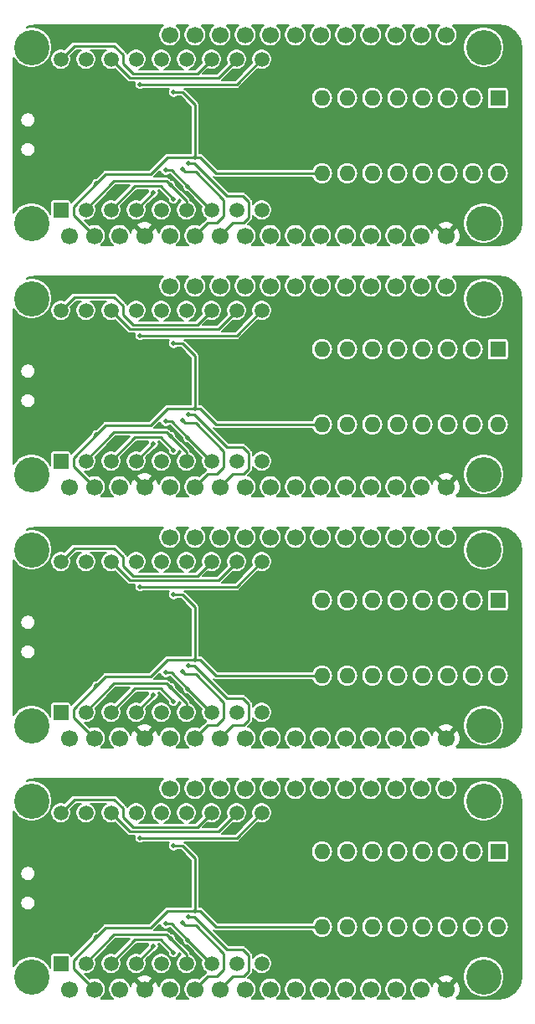
<source format=gbr>
G04 #@! TF.GenerationSoftware,KiCad,Pcbnew,(5.1.2)-1*
G04 #@! TF.CreationDate,2019-07-17T11:56:10+10:00*
G04 #@! TF.ProjectId,output.panel,6f757470-7574-42e7-9061-6e656c2e6b69,rev?*
G04 #@! TF.SameCoordinates,Original*
G04 #@! TF.FileFunction,Copper,L1,Top*
G04 #@! TF.FilePolarity,Positive*
%FSLAX46Y46*%
G04 Gerber Fmt 4.6, Leading zero omitted, Abs format (unit mm)*
G04 Created by KiCad (PCBNEW (5.1.2)-1) date 2019-07-17 11:56:10*
%MOMM*%
%LPD*%
G04 APERTURE LIST*
%ADD10C,3.556000*%
%ADD11C,1.700000*%
%ADD12O,1.600000X1.600000*%
%ADD13R,1.600000X1.600000*%
%ADD14R,1.500000X1.500000*%
%ADD15C,1.500000*%
%ADD16C,0.500000*%
%ADD17C,0.300000*%
%ADD18C,0.250000*%
%ADD19C,0.200000*%
G04 APERTURE END LIST*
D10*
X93678601Y-144145001D03*
X47958601Y-144145001D03*
X93678601Y-126365001D03*
X47958601Y-126365001D03*
D11*
X89868601Y-125095001D03*
X87328601Y-125095001D03*
X84788601Y-125095001D03*
X82248601Y-125095001D03*
X79708601Y-125095001D03*
X77168601Y-125095001D03*
X74628601Y-125095001D03*
X72088601Y-125095001D03*
X69548601Y-125095001D03*
X67008601Y-125095001D03*
X64468601Y-125095001D03*
X61928601Y-125095001D03*
X89868601Y-145415001D03*
X51768601Y-145415001D03*
X87328601Y-145415001D03*
X84788601Y-145415001D03*
X82248601Y-145415001D03*
X79708601Y-145415001D03*
X77168601Y-145415001D03*
X74628601Y-145415001D03*
X72088601Y-145415001D03*
X69548601Y-145415001D03*
X67008601Y-145415001D03*
X64468601Y-145415001D03*
X61928601Y-145415001D03*
X59388601Y-145415001D03*
X56848601Y-145415001D03*
X54308601Y-145415001D03*
D10*
X93678601Y-118745001D03*
X47958601Y-118745001D03*
X93678601Y-100965001D03*
X47958601Y-100965001D03*
D11*
X89868601Y-99695001D03*
X87328601Y-99695001D03*
X84788601Y-99695001D03*
X82248601Y-99695001D03*
X79708601Y-99695001D03*
X77168601Y-99695001D03*
X74628601Y-99695001D03*
X72088601Y-99695001D03*
X69548601Y-99695001D03*
X67008601Y-99695001D03*
X64468601Y-99695001D03*
X61928601Y-99695001D03*
X89868601Y-120015001D03*
X51768601Y-120015001D03*
X87328601Y-120015001D03*
X84788601Y-120015001D03*
X82248601Y-120015001D03*
X79708601Y-120015001D03*
X77168601Y-120015001D03*
X74628601Y-120015001D03*
X72088601Y-120015001D03*
X69548601Y-120015001D03*
X67008601Y-120015001D03*
X64468601Y-120015001D03*
X61928601Y-120015001D03*
X59388601Y-120015001D03*
X56848601Y-120015001D03*
X54308601Y-120015001D03*
D10*
X93678601Y-93345001D03*
X47958601Y-93345001D03*
X93678601Y-75565001D03*
X47958601Y-75565001D03*
D11*
X89868601Y-74295001D03*
X87328601Y-74295001D03*
X84788601Y-74295001D03*
X82248601Y-74295001D03*
X79708601Y-74295001D03*
X77168601Y-74295001D03*
X74628601Y-74295001D03*
X72088601Y-74295001D03*
X69548601Y-74295001D03*
X67008601Y-74295001D03*
X64468601Y-74295001D03*
X61928601Y-74295001D03*
X89868601Y-94615001D03*
X51768601Y-94615001D03*
X87328601Y-94615001D03*
X84788601Y-94615001D03*
X82248601Y-94615001D03*
X79708601Y-94615001D03*
X77168601Y-94615001D03*
X74628601Y-94615001D03*
X72088601Y-94615001D03*
X69548601Y-94615001D03*
X67008601Y-94615001D03*
X64468601Y-94615001D03*
X61928601Y-94615001D03*
X59388601Y-94615001D03*
X56848601Y-94615001D03*
X54308601Y-94615001D03*
D12*
X95100000Y-139120000D03*
X77320000Y-131500000D03*
X92560000Y-139120000D03*
X79860000Y-131500000D03*
X90020000Y-139120000D03*
X82400000Y-131500000D03*
X87480000Y-139120000D03*
X84940000Y-131500000D03*
X84940000Y-139120000D03*
X87480000Y-131500000D03*
X82400000Y-139120000D03*
X90020000Y-131500000D03*
X79860000Y-139120000D03*
X92560000Y-131500000D03*
X77320000Y-139120000D03*
D13*
X95100000Y-131500000D03*
D12*
X95100000Y-113720000D03*
X77320000Y-106100000D03*
X92560000Y-113720000D03*
X79860000Y-106100000D03*
X90020000Y-113720000D03*
X82400000Y-106100000D03*
X87480000Y-113720000D03*
X84940000Y-106100000D03*
X84940000Y-113720000D03*
X87480000Y-106100000D03*
X82400000Y-113720000D03*
X90020000Y-106100000D03*
X79860000Y-113720000D03*
X92560000Y-106100000D03*
X77320000Y-113720000D03*
D13*
X95100000Y-106100000D03*
D12*
X95100000Y-88320000D03*
X77320000Y-80700000D03*
X92560000Y-88320000D03*
X79860000Y-80700000D03*
X90020000Y-88320000D03*
X82400000Y-80700000D03*
X87480000Y-88320000D03*
X84940000Y-80700000D03*
X84940000Y-88320000D03*
X87480000Y-80700000D03*
X82400000Y-88320000D03*
X90020000Y-80700000D03*
X79860000Y-88320000D03*
X92560000Y-80700000D03*
X77320000Y-88320000D03*
D13*
X95100000Y-80700000D03*
D14*
X50900000Y-142800000D03*
D15*
X53440000Y-142800000D03*
X55980000Y-142800000D03*
X58520000Y-142800000D03*
X61060000Y-142800000D03*
X63600000Y-142800000D03*
X66140000Y-142800000D03*
X68680000Y-142800000D03*
X71220000Y-142800000D03*
X71220000Y-127560000D03*
X68680000Y-127560000D03*
X66140000Y-127560000D03*
X63600000Y-127560000D03*
X61060000Y-127560000D03*
X58520000Y-127560000D03*
X55980000Y-127560000D03*
X53440000Y-127560000D03*
X50900000Y-127560000D03*
D14*
X50900000Y-117400000D03*
D15*
X53440000Y-117400000D03*
X55980000Y-117400000D03*
X58520000Y-117400000D03*
X61060000Y-117400000D03*
X63600000Y-117400000D03*
X66140000Y-117400000D03*
X68680000Y-117400000D03*
X71220000Y-117400000D03*
X71220000Y-102160000D03*
X68680000Y-102160000D03*
X66140000Y-102160000D03*
X63600000Y-102160000D03*
X61060000Y-102160000D03*
X58520000Y-102160000D03*
X55980000Y-102160000D03*
X53440000Y-102160000D03*
X50900000Y-102160000D03*
D14*
X50900000Y-92000000D03*
D15*
X53440000Y-92000000D03*
X55980000Y-92000000D03*
X58520000Y-92000000D03*
X61060000Y-92000000D03*
X63600000Y-92000000D03*
X66140000Y-92000000D03*
X68680000Y-92000000D03*
X71220000Y-92000000D03*
X71220000Y-76760000D03*
X68680000Y-76760000D03*
X66140000Y-76760000D03*
X63600000Y-76760000D03*
X61060000Y-76760000D03*
X58520000Y-76760000D03*
X55980000Y-76760000D03*
X53440000Y-76760000D03*
X50900000Y-76760000D03*
D11*
X54308601Y-69215001D03*
X56848601Y-69215001D03*
X59388601Y-69215001D03*
X61928601Y-69215001D03*
X64468601Y-69215001D03*
X67008601Y-69215001D03*
X69548601Y-69215001D03*
X72088601Y-69215001D03*
X74628601Y-69215001D03*
X77168601Y-69215001D03*
X79708601Y-69215001D03*
X82248601Y-69215001D03*
X84788601Y-69215001D03*
X87328601Y-69215001D03*
X51768601Y-69215001D03*
X89868601Y-69215001D03*
X61928601Y-48895001D03*
X64468601Y-48895001D03*
X67008601Y-48895001D03*
X69548601Y-48895001D03*
X72088601Y-48895001D03*
X74628601Y-48895001D03*
X77168601Y-48895001D03*
X79708601Y-48895001D03*
X82248601Y-48895001D03*
X84788601Y-48895001D03*
X87328601Y-48895001D03*
X89868601Y-48895001D03*
D10*
X47958601Y-50165001D03*
X93678601Y-50165001D03*
X47958601Y-67945001D03*
X93678601Y-67945001D03*
D15*
X50900000Y-51360000D03*
X53440000Y-51360000D03*
X55980000Y-51360000D03*
X58520000Y-51360000D03*
X61060000Y-51360000D03*
X63600000Y-51360000D03*
X66140000Y-51360000D03*
X68680000Y-51360000D03*
X71220000Y-51360000D03*
X71220000Y-66600000D03*
X68680000Y-66600000D03*
X66140000Y-66600000D03*
X63600000Y-66600000D03*
X61060000Y-66600000D03*
X58520000Y-66600000D03*
X55980000Y-66600000D03*
X53440000Y-66600000D03*
D14*
X50900000Y-66600000D03*
D13*
X95100000Y-55300000D03*
D12*
X77320000Y-62920000D03*
X92560000Y-55300000D03*
X79860000Y-62920000D03*
X90020000Y-55300000D03*
X82400000Y-62920000D03*
X87480000Y-55300000D03*
X84940000Y-62920000D03*
X84940000Y-55300000D03*
X87480000Y-62920000D03*
X82400000Y-55300000D03*
X90020000Y-62920000D03*
X79860000Y-55300000D03*
X92560000Y-62920000D03*
X77320000Y-55300000D03*
X95100000Y-62920000D03*
D16*
X62300000Y-56700000D03*
X62200000Y-67600000D03*
X57200000Y-67600000D03*
X54600000Y-67500000D03*
X56900000Y-64400000D03*
X65000000Y-67600000D03*
X47500000Y-55000000D03*
X53000000Y-60650000D03*
X47500000Y-65000000D03*
X57500000Y-55900000D03*
X78300000Y-60000000D03*
X83300000Y-60000000D03*
X90800000Y-60000000D03*
X95800000Y-60000000D03*
X90000000Y-65000000D03*
X72500000Y-55000000D03*
X86200000Y-53800000D03*
X82800000Y-50600000D03*
X57550000Y-60650000D03*
X53100000Y-55600000D03*
X56900000Y-89800000D03*
X56900000Y-115200000D03*
X56900000Y-140600000D03*
X65000000Y-93000000D03*
X65000000Y-118400000D03*
X65000000Y-143800000D03*
X57500000Y-81300000D03*
X57500000Y-106700000D03*
X57500000Y-132100000D03*
X62300000Y-82100000D03*
X62300000Y-107500000D03*
X62300000Y-132900000D03*
X54600000Y-92900000D03*
X54600000Y-118300000D03*
X54600000Y-143700000D03*
X57200000Y-93000000D03*
X57200000Y-118400000D03*
X57200000Y-143800000D03*
X95800000Y-85400000D03*
X95800000Y-110800000D03*
X95800000Y-136200000D03*
X53000000Y-86050000D03*
X53000000Y-111450000D03*
X53000000Y-136850000D03*
X83300000Y-85400000D03*
X83300000Y-110800000D03*
X83300000Y-136200000D03*
X90800000Y-85400000D03*
X90800000Y-110800000D03*
X90800000Y-136200000D03*
X47500000Y-90400000D03*
X47500000Y-115800000D03*
X47500000Y-141200000D03*
X90000000Y-90400000D03*
X90000000Y-115800000D03*
X90000000Y-141200000D03*
X47500000Y-80400000D03*
X47500000Y-105800000D03*
X47500000Y-131200000D03*
X78300000Y-85400000D03*
X78300000Y-110800000D03*
X78300000Y-136200000D03*
X62200000Y-93000000D03*
X62200000Y-118400000D03*
X62200000Y-143800000D03*
X53100000Y-81000000D03*
X53100000Y-106400000D03*
X53100000Y-131800000D03*
X82800000Y-76000000D03*
X82800000Y-101400000D03*
X82800000Y-126800000D03*
X57550000Y-86050000D03*
X57550000Y-111450000D03*
X57550000Y-136850000D03*
X86200000Y-79200000D03*
X86200000Y-104600000D03*
X86200000Y-130000000D03*
X72500000Y-80400000D03*
X72500000Y-105800000D03*
X72500000Y-131200000D03*
X64500000Y-61300000D03*
X62300000Y-54700000D03*
X54524499Y-63924499D03*
X62300000Y-80100000D03*
X62300000Y-105500000D03*
X62300000Y-130900000D03*
X54524499Y-89324499D03*
X54524499Y-114724499D03*
X54524499Y-140124499D03*
X64500000Y-86700000D03*
X64500000Y-112100000D03*
X64500000Y-137500000D03*
X63800000Y-61900000D03*
X63800000Y-87300000D03*
X63800000Y-112700000D03*
X63800000Y-138100000D03*
X63200000Y-62500000D03*
X63200000Y-87900000D03*
X63200000Y-113300000D03*
X63200000Y-138700000D03*
X58900000Y-53900000D03*
X58900000Y-79300000D03*
X58900000Y-104700000D03*
X58900000Y-130100000D03*
X62300000Y-65500000D03*
X62300000Y-90900000D03*
X62300000Y-116300000D03*
X62300000Y-141700000D03*
X60260000Y-64860000D03*
X60260000Y-90260000D03*
X60260000Y-115660000D03*
X60260000Y-141060000D03*
X62000000Y-64100000D03*
X62000000Y-89500000D03*
X62000000Y-114900000D03*
X62000000Y-140300000D03*
X63750000Y-64250000D03*
X61499996Y-62600000D03*
X61499996Y-88000000D03*
X61499996Y-113400000D03*
X61499996Y-138800000D03*
X63750000Y-89650000D03*
X63750000Y-115050000D03*
X63750000Y-140450000D03*
D17*
X79880000Y-62920000D02*
X79900000Y-62900000D01*
D18*
X54308601Y-69215001D02*
X52793600Y-67700000D01*
X52793600Y-67700000D02*
X52200000Y-67106400D01*
X52200000Y-67106400D02*
X52200000Y-66248998D01*
X55448998Y-63000000D02*
X60000000Y-63000000D01*
X60000000Y-63000000D02*
X61700000Y-61300000D01*
X61700000Y-61300000D02*
X64500000Y-61300000D01*
X64500000Y-61300000D02*
X64500000Y-56600000D01*
X62300000Y-54700000D02*
X63200000Y-54700000D01*
X64500000Y-56000000D02*
X64500000Y-56600000D01*
X63200000Y-54700000D02*
X64500000Y-56000000D01*
X66600000Y-62900000D02*
X77300000Y-62900000D01*
X64500000Y-61300000D02*
X65000000Y-61300000D01*
X65000000Y-61300000D02*
X66600000Y-62900000D01*
X52200000Y-66248998D02*
X54524499Y-63924499D01*
X54524499Y-63924499D02*
X55448998Y-63000000D01*
D17*
X79880000Y-88320000D02*
X79900000Y-88300000D01*
X79880000Y-113720000D02*
X79900000Y-113700000D01*
X79880000Y-139120000D02*
X79900000Y-139100000D01*
D18*
X54308601Y-94615001D02*
X52793600Y-93100000D01*
X54308601Y-120015001D02*
X52793600Y-118500000D01*
X54308601Y-145415001D02*
X52793600Y-143900000D01*
X64500000Y-86700000D02*
X64500000Y-82000000D01*
X64500000Y-112100000D02*
X64500000Y-107400000D01*
X64500000Y-137500000D02*
X64500000Y-132800000D01*
X62300000Y-80100000D02*
X63200000Y-80100000D01*
X62300000Y-105500000D02*
X63200000Y-105500000D01*
X62300000Y-130900000D02*
X63200000Y-130900000D01*
X64500000Y-81400000D02*
X64500000Y-82000000D01*
X64500000Y-106800000D02*
X64500000Y-107400000D01*
X64500000Y-132200000D02*
X64500000Y-132800000D01*
X55448998Y-88400000D02*
X60000000Y-88400000D01*
X55448998Y-113800000D02*
X60000000Y-113800000D01*
X55448998Y-139200000D02*
X60000000Y-139200000D01*
X52793600Y-93100000D02*
X52200000Y-92506400D01*
X52793600Y-118500000D02*
X52200000Y-117906400D01*
X52793600Y-143900000D02*
X52200000Y-143306400D01*
X63200000Y-80100000D02*
X64500000Y-81400000D01*
X63200000Y-105500000D02*
X64500000Y-106800000D01*
X63200000Y-130900000D02*
X64500000Y-132200000D01*
X52200000Y-91648998D02*
X54524499Y-89324499D01*
X52200000Y-117048998D02*
X54524499Y-114724499D01*
X52200000Y-142448998D02*
X54524499Y-140124499D01*
X65000000Y-86700000D02*
X66600000Y-88300000D01*
X65000000Y-112100000D02*
X66600000Y-113700000D01*
X65000000Y-137500000D02*
X66600000Y-139100000D01*
X61700000Y-86700000D02*
X64500000Y-86700000D01*
X61700000Y-112100000D02*
X64500000Y-112100000D01*
X61700000Y-137500000D02*
X64500000Y-137500000D01*
X60000000Y-88400000D02*
X61700000Y-86700000D01*
X60000000Y-113800000D02*
X61700000Y-112100000D01*
X60000000Y-139200000D02*
X61700000Y-137500000D01*
X66600000Y-88300000D02*
X77300000Y-88300000D01*
X66600000Y-113700000D02*
X77300000Y-113700000D01*
X66600000Y-139100000D02*
X77300000Y-139100000D01*
X54524499Y-89324499D02*
X55448998Y-88400000D01*
X54524499Y-114724499D02*
X55448998Y-113800000D01*
X54524499Y-140124499D02*
X55448998Y-139200000D01*
X52200000Y-92506400D02*
X52200000Y-91648998D01*
X52200000Y-117906400D02*
X52200000Y-117048998D01*
X52200000Y-143306400D02*
X52200000Y-142448998D01*
X64500000Y-86700000D02*
X65000000Y-86700000D01*
X64500000Y-112100000D02*
X65000000Y-112100000D01*
X64500000Y-137500000D02*
X65000000Y-137500000D01*
X63800000Y-61900000D02*
X64153553Y-61900000D01*
X64153553Y-61900000D02*
X64400000Y-61900000D01*
X64400000Y-61900000D02*
X67700000Y-65200000D01*
X67700000Y-65200000D02*
X69300000Y-65200000D01*
X69300000Y-65200000D02*
X69900000Y-65800000D01*
X69900000Y-65800000D02*
X69900000Y-67400000D01*
X69900000Y-67400000D02*
X69400000Y-67900000D01*
X69400000Y-67900000D02*
X68300000Y-67900000D01*
X68300000Y-67900000D02*
X67000000Y-69200000D01*
X64400000Y-87300000D02*
X67700000Y-90600000D01*
X64400000Y-112700000D02*
X67700000Y-116000000D01*
X64400000Y-138100000D02*
X67700000Y-141400000D01*
X63800000Y-87300000D02*
X64153553Y-87300000D01*
X63800000Y-112700000D02*
X64153553Y-112700000D01*
X63800000Y-138100000D02*
X64153553Y-138100000D01*
X69900000Y-92800000D02*
X69400000Y-93300000D01*
X69900000Y-118200000D02*
X69400000Y-118700000D01*
X69900000Y-143600000D02*
X69400000Y-144100000D01*
X69900000Y-91200000D02*
X69900000Y-92800000D01*
X69900000Y-116600000D02*
X69900000Y-118200000D01*
X69900000Y-142000000D02*
X69900000Y-143600000D01*
X64153553Y-87300000D02*
X64400000Y-87300000D01*
X64153553Y-112700000D02*
X64400000Y-112700000D01*
X64153553Y-138100000D02*
X64400000Y-138100000D01*
X67700000Y-90600000D02*
X69300000Y-90600000D01*
X67700000Y-116000000D02*
X69300000Y-116000000D01*
X67700000Y-141400000D02*
X69300000Y-141400000D01*
X69300000Y-90600000D02*
X69900000Y-91200000D01*
X69300000Y-116000000D02*
X69900000Y-116600000D01*
X69300000Y-141400000D02*
X69900000Y-142000000D01*
X68300000Y-93300000D02*
X67000000Y-94600000D01*
X68300000Y-118700000D02*
X67000000Y-120000000D01*
X68300000Y-144100000D02*
X67000000Y-145400000D01*
X69400000Y-93300000D02*
X68300000Y-93300000D01*
X69400000Y-118700000D02*
X68300000Y-118700000D01*
X69400000Y-144100000D02*
X68300000Y-144100000D01*
X63449999Y-62749999D02*
X64549999Y-62749999D01*
X63200000Y-62500000D02*
X63449999Y-62749999D01*
X64549999Y-62749999D02*
X67400000Y-65600000D01*
X67400000Y-65600000D02*
X67400000Y-67200000D01*
X67400000Y-67200000D02*
X66700000Y-67900000D01*
X65800000Y-67900000D02*
X64500000Y-69200000D01*
X66700000Y-67900000D02*
X65800000Y-67900000D01*
X63200000Y-87900000D02*
X63449999Y-88149999D01*
X63200000Y-113300000D02*
X63449999Y-113549999D01*
X63200000Y-138700000D02*
X63449999Y-138949999D01*
X67400000Y-91000000D02*
X67400000Y-92600000D01*
X67400000Y-116400000D02*
X67400000Y-118000000D01*
X67400000Y-141800000D02*
X67400000Y-143400000D01*
X67400000Y-92600000D02*
X66700000Y-93300000D01*
X67400000Y-118000000D02*
X66700000Y-118700000D01*
X67400000Y-143400000D02*
X66700000Y-144100000D01*
X63449999Y-88149999D02*
X64549999Y-88149999D01*
X63449999Y-113549999D02*
X64549999Y-113549999D01*
X63449999Y-138949999D02*
X64549999Y-138949999D01*
X64549999Y-88149999D02*
X67400000Y-91000000D01*
X64549999Y-113549999D02*
X67400000Y-116400000D01*
X64549999Y-138949999D02*
X67400000Y-141800000D01*
X65800000Y-93300000D02*
X64500000Y-94600000D01*
X65800000Y-118700000D02*
X64500000Y-120000000D01*
X65800000Y-144100000D02*
X64500000Y-145400000D01*
X66700000Y-93300000D02*
X65800000Y-93300000D01*
X66700000Y-118700000D02*
X65800000Y-118700000D01*
X66700000Y-144100000D02*
X65800000Y-144100000D01*
X66140000Y-51360000D02*
X65390001Y-52109999D01*
X65390001Y-52109999D02*
X64700000Y-52800000D01*
X64700000Y-52800000D02*
X58200000Y-52800000D01*
X58200000Y-52800000D02*
X57200000Y-51800000D01*
X57200000Y-51800000D02*
X57200000Y-50900000D01*
X57200000Y-50900000D02*
X56300000Y-50000000D01*
X56300000Y-50000000D02*
X52300000Y-50000000D01*
X52300000Y-50000000D02*
X51026338Y-51273662D01*
X51026338Y-51273662D02*
X51031988Y-51345467D01*
X56300000Y-75400000D02*
X52300000Y-75400000D01*
X56300000Y-100800000D02*
X52300000Y-100800000D01*
X56300000Y-126200000D02*
X52300000Y-126200000D01*
X51026338Y-76673662D02*
X51031988Y-76745467D01*
X51026338Y-102073662D02*
X51031988Y-102145467D01*
X51026338Y-127473662D02*
X51031988Y-127545467D01*
X52300000Y-75400000D02*
X51026338Y-76673662D01*
X52300000Y-100800000D02*
X51026338Y-102073662D01*
X52300000Y-126200000D02*
X51026338Y-127473662D01*
X64700000Y-78200000D02*
X58200000Y-78200000D01*
X64700000Y-103600000D02*
X58200000Y-103600000D01*
X64700000Y-129000000D02*
X58200000Y-129000000D01*
X58200000Y-78200000D02*
X57200000Y-77200000D01*
X58200000Y-103600000D02*
X57200000Y-102600000D01*
X58200000Y-129000000D02*
X57200000Y-128000000D01*
X65390001Y-77509999D02*
X64700000Y-78200000D01*
X65390001Y-102909999D02*
X64700000Y-103600000D01*
X65390001Y-128309999D02*
X64700000Y-129000000D01*
X57200000Y-76300000D02*
X56300000Y-75400000D01*
X57200000Y-101700000D02*
X56300000Y-100800000D01*
X57200000Y-127100000D02*
X56300000Y-126200000D01*
X66140000Y-76760000D02*
X65390001Y-77509999D01*
X66140000Y-102160000D02*
X65390001Y-102909999D01*
X66140000Y-127560000D02*
X65390001Y-128309999D01*
X57200000Y-77200000D02*
X57200000Y-76300000D01*
X57200000Y-102600000D02*
X57200000Y-101700000D01*
X57200000Y-128000000D02*
X57200000Y-127100000D01*
X58900000Y-53900000D02*
X65827413Y-53900000D01*
X65827413Y-53900000D02*
X68700000Y-53900000D01*
X68700000Y-53900000D02*
X71200000Y-51400000D01*
X58900000Y-79300000D02*
X65827413Y-79300000D01*
X58900000Y-104700000D02*
X65827413Y-104700000D01*
X58900000Y-130100000D02*
X65827413Y-130100000D01*
X68700000Y-79300000D02*
X71200000Y-76800000D01*
X68700000Y-104700000D02*
X71200000Y-102200000D01*
X68700000Y-130100000D02*
X71200000Y-127600000D01*
X65827413Y-79300000D02*
X68700000Y-79300000D01*
X65827413Y-104700000D02*
X68700000Y-104700000D01*
X65827413Y-130100000D02*
X68700000Y-130100000D01*
X55980000Y-51360000D02*
X57870011Y-53250011D01*
X66849989Y-53250011D02*
X68700000Y-51400000D01*
X57870011Y-53250011D02*
X66849989Y-53250011D01*
X66849989Y-78650011D02*
X68700000Y-76800000D01*
X66849989Y-104050011D02*
X68700000Y-102200000D01*
X66849989Y-129450011D02*
X68700000Y-127600000D01*
X55980000Y-76760000D02*
X57870011Y-78650011D01*
X55980000Y-102160000D02*
X57870011Y-104050011D01*
X55980000Y-127560000D02*
X57870011Y-129450011D01*
X57870011Y-78650011D02*
X66849989Y-78650011D01*
X57870011Y-104050011D02*
X66849989Y-104050011D01*
X57870011Y-129450011D02*
X66849989Y-129450011D01*
X61000000Y-64200000D02*
X62300000Y-65500000D01*
X58400000Y-64200000D02*
X61000000Y-64200000D01*
X55980000Y-66600000D02*
X56000000Y-66600000D01*
X56000000Y-66600000D02*
X58400000Y-64200000D01*
X55980000Y-92000000D02*
X56000000Y-92000000D01*
X55980000Y-117400000D02*
X56000000Y-117400000D01*
X55980000Y-142800000D02*
X56000000Y-142800000D01*
X56000000Y-92000000D02*
X58400000Y-89600000D01*
X56000000Y-117400000D02*
X58400000Y-115000000D01*
X56000000Y-142800000D02*
X58400000Y-140400000D01*
X61000000Y-89600000D02*
X62300000Y-90900000D01*
X61000000Y-115000000D02*
X62300000Y-116300000D01*
X61000000Y-140400000D02*
X62300000Y-141700000D01*
X58400000Y-89600000D02*
X61000000Y-89600000D01*
X58400000Y-115000000D02*
X61000000Y-115000000D01*
X58400000Y-140400000D02*
X61000000Y-140400000D01*
X58520000Y-66600000D02*
X60260000Y-64860000D01*
X58520000Y-92000000D02*
X60260000Y-90260000D01*
X58520000Y-117400000D02*
X60260000Y-115660000D01*
X58520000Y-142800000D02*
X60260000Y-141060000D01*
X63600000Y-66600000D02*
X63600000Y-65700000D01*
X63600000Y-65700000D02*
X62000000Y-64100000D01*
X56224998Y-63775002D02*
X53400000Y-66600000D01*
X56300000Y-63700000D02*
X56224998Y-63775002D01*
X62000000Y-64100000D02*
X61600000Y-63700000D01*
X61600000Y-63700000D02*
X56300000Y-63700000D01*
X63600000Y-92000000D02*
X63600000Y-91100000D01*
X63600000Y-117400000D02*
X63600000Y-116500000D01*
X63600000Y-142800000D02*
X63600000Y-141900000D01*
X61600000Y-89100000D02*
X56300000Y-89100000D01*
X61600000Y-114500000D02*
X56300000Y-114500000D01*
X61600000Y-139900000D02*
X56300000Y-139900000D01*
X63600000Y-91100000D02*
X62000000Y-89500000D01*
X63600000Y-116500000D02*
X62000000Y-114900000D01*
X63600000Y-141900000D02*
X62000000Y-140300000D01*
X56224998Y-89175002D02*
X53400000Y-92000000D01*
X56224998Y-114575002D02*
X53400000Y-117400000D01*
X56224998Y-139975002D02*
X53400000Y-142800000D01*
X56300000Y-89100000D02*
X56224998Y-89175002D01*
X56300000Y-114500000D02*
X56224998Y-114575002D01*
X56300000Y-139900000D02*
X56224998Y-139975002D01*
X62000000Y-89500000D02*
X61600000Y-89100000D01*
X62000000Y-114900000D02*
X61600000Y-114500000D01*
X62000000Y-140300000D02*
X61600000Y-139900000D01*
X66140000Y-66600000D02*
X66100000Y-66600000D01*
X66100000Y-66600000D02*
X63750000Y-64250000D01*
X62100000Y-62600000D02*
X61853549Y-62600000D01*
X61853549Y-62600000D02*
X61499996Y-62600000D01*
X63750000Y-64250000D02*
X62100000Y-62600000D01*
X66100000Y-92000000D02*
X63750000Y-89650000D01*
X66100000Y-117400000D02*
X63750000Y-115050000D01*
X66100000Y-142800000D02*
X63750000Y-140450000D01*
X63750000Y-89650000D02*
X62100000Y-88000000D01*
X63750000Y-115050000D02*
X62100000Y-113400000D01*
X63750000Y-140450000D02*
X62100000Y-138800000D01*
X62100000Y-88000000D02*
X61853549Y-88000000D01*
X62100000Y-113400000D02*
X61853549Y-113400000D01*
X62100000Y-138800000D02*
X61853549Y-138800000D01*
X66140000Y-92000000D02*
X66100000Y-92000000D01*
X66140000Y-117400000D02*
X66100000Y-117400000D01*
X66140000Y-142800000D02*
X66100000Y-142800000D01*
X61853549Y-88000000D02*
X61499996Y-88000000D01*
X61853549Y-113400000D02*
X61499996Y-113400000D01*
X61853549Y-138800000D02*
X61499996Y-138800000D01*
D19*
G36*
X60949996Y-62654170D02*
G01*
X60971132Y-62760429D01*
X61012593Y-62860523D01*
X61072783Y-62950604D01*
X61149392Y-63027213D01*
X61239473Y-63087403D01*
X61339567Y-63128864D01*
X61445826Y-63150000D01*
X61554166Y-63150000D01*
X61660425Y-63128864D01*
X61760519Y-63087403D01*
X61850600Y-63027213D01*
X61852813Y-63025000D01*
X61923960Y-63025000D01*
X63200000Y-64301041D01*
X63200000Y-64304170D01*
X63221136Y-64410429D01*
X63262597Y-64510523D01*
X63322787Y-64600604D01*
X63399396Y-64677213D01*
X63489477Y-64737403D01*
X63589571Y-64778864D01*
X63695830Y-64800000D01*
X63698960Y-64800000D01*
X65148608Y-66249648D01*
X65130350Y-66293726D01*
X65090000Y-66496584D01*
X65090000Y-66703416D01*
X65130350Y-66906274D01*
X65209502Y-67097362D01*
X65324411Y-67269336D01*
X65470664Y-67415589D01*
X65619117Y-67514782D01*
X65562740Y-67544916D01*
X65498026Y-67598026D01*
X65484716Y-67614244D01*
X64935368Y-68163592D01*
X64804044Y-68109195D01*
X64581866Y-68065001D01*
X64355336Y-68065001D01*
X64133158Y-68109195D01*
X63923872Y-68195885D01*
X63735519Y-68321738D01*
X63575338Y-68481919D01*
X63449485Y-68670272D01*
X63362795Y-68879558D01*
X63318601Y-69101736D01*
X63318601Y-69328266D01*
X63362795Y-69550444D01*
X63449485Y-69759730D01*
X63575338Y-69948083D01*
X63735519Y-70108264D01*
X63812949Y-70160001D01*
X62584253Y-70160001D01*
X62661683Y-70108264D01*
X62821864Y-69948083D01*
X62947717Y-69759730D01*
X63034407Y-69550444D01*
X63078601Y-69328266D01*
X63078601Y-69101736D01*
X63034407Y-68879558D01*
X62947717Y-68670272D01*
X62821864Y-68481919D01*
X62661683Y-68321738D01*
X62473330Y-68195885D01*
X62264044Y-68109195D01*
X62041866Y-68065001D01*
X61815336Y-68065001D01*
X61593158Y-68109195D01*
X61383872Y-68195885D01*
X61195519Y-68321738D01*
X61035338Y-68481919D01*
X60909485Y-68670272D01*
X60822795Y-68879558D01*
X60816305Y-68912185D01*
X60803512Y-68834983D01*
X60702188Y-68566249D01*
X60657808Y-68483222D01*
X60419558Y-68401833D01*
X59606390Y-69215001D01*
X59620532Y-69229143D01*
X59402743Y-69446932D01*
X59388601Y-69432790D01*
X59374459Y-69446932D01*
X59156670Y-69229143D01*
X59170812Y-69215001D01*
X58357644Y-68401833D01*
X58119394Y-68483222D01*
X58001018Y-68744892D01*
X57961459Y-68915008D01*
X57954407Y-68879558D01*
X57867717Y-68670272D01*
X57741864Y-68481919D01*
X57581683Y-68321738D01*
X57393330Y-68195885D01*
X57364744Y-68184044D01*
X58575433Y-68184044D01*
X59388601Y-68997212D01*
X60201769Y-68184044D01*
X60120380Y-67945794D01*
X59858710Y-67827418D01*
X59578973Y-67762367D01*
X59291920Y-67753139D01*
X59008583Y-67800090D01*
X58739849Y-67901414D01*
X58656822Y-67945794D01*
X58575433Y-68184044D01*
X57364744Y-68184044D01*
X57184044Y-68109195D01*
X56961866Y-68065001D01*
X56735336Y-68065001D01*
X56513158Y-68109195D01*
X56303872Y-68195885D01*
X56115519Y-68321738D01*
X55955338Y-68481919D01*
X55829485Y-68670272D01*
X55742795Y-68879558D01*
X55698601Y-69101736D01*
X55698601Y-69328266D01*
X55742795Y-69550444D01*
X55829485Y-69759730D01*
X55955338Y-69948083D01*
X56115519Y-70108264D01*
X56192949Y-70160001D01*
X54964253Y-70160001D01*
X55041683Y-70108264D01*
X55201864Y-69948083D01*
X55327717Y-69759730D01*
X55414407Y-69550444D01*
X55458601Y-69328266D01*
X55458601Y-69101736D01*
X55414407Y-68879558D01*
X55327717Y-68670272D01*
X55201864Y-68481919D01*
X55041683Y-68321738D01*
X54853330Y-68195885D01*
X54644044Y-68109195D01*
X54421866Y-68065001D01*
X54195336Y-68065001D01*
X53973158Y-68109195D01*
X53853429Y-68158789D01*
X53344640Y-67650000D01*
X53543416Y-67650000D01*
X53746274Y-67609650D01*
X53937362Y-67530498D01*
X54109336Y-67415589D01*
X54255589Y-67269336D01*
X54370498Y-67097362D01*
X54449650Y-66906274D01*
X54490000Y-66703416D01*
X54490000Y-66496584D01*
X54449650Y-66293726D01*
X54407961Y-66193080D01*
X56476041Y-64125000D01*
X57873960Y-64125000D01*
X56372778Y-65626182D01*
X56286274Y-65590350D01*
X56083416Y-65550000D01*
X55876584Y-65550000D01*
X55673726Y-65590350D01*
X55482638Y-65669502D01*
X55310664Y-65784411D01*
X55164411Y-65930664D01*
X55049502Y-66102638D01*
X54970350Y-66293726D01*
X54930000Y-66496584D01*
X54930000Y-66703416D01*
X54970350Y-66906274D01*
X55049502Y-67097362D01*
X55164411Y-67269336D01*
X55310664Y-67415589D01*
X55482638Y-67530498D01*
X55673726Y-67609650D01*
X55876584Y-67650000D01*
X56083416Y-67650000D01*
X56286274Y-67609650D01*
X56477362Y-67530498D01*
X56649336Y-67415589D01*
X56795589Y-67269336D01*
X56910498Y-67097362D01*
X56989650Y-66906274D01*
X57030000Y-66703416D01*
X57030000Y-66496584D01*
X56989650Y-66293726D01*
X56965534Y-66235506D01*
X58576040Y-64625000D01*
X59762025Y-64625000D01*
X59731136Y-64699571D01*
X59710000Y-64805830D01*
X59710000Y-64808960D01*
X58898636Y-65620324D01*
X58826274Y-65590350D01*
X58623416Y-65550000D01*
X58416584Y-65550000D01*
X58213726Y-65590350D01*
X58022638Y-65669502D01*
X57850664Y-65784411D01*
X57704411Y-65930664D01*
X57589502Y-66102638D01*
X57510350Y-66293726D01*
X57470000Y-66496584D01*
X57470000Y-66703416D01*
X57510350Y-66906274D01*
X57589502Y-67097362D01*
X57704411Y-67269336D01*
X57850664Y-67415589D01*
X58022638Y-67530498D01*
X58213726Y-67609650D01*
X58416584Y-67650000D01*
X58623416Y-67650000D01*
X58826274Y-67609650D01*
X59017362Y-67530498D01*
X59189336Y-67415589D01*
X59335589Y-67269336D01*
X59450498Y-67097362D01*
X59529650Y-66906274D01*
X59570000Y-66703416D01*
X59570000Y-66496584D01*
X60010000Y-66496584D01*
X60010000Y-66703416D01*
X60050350Y-66906274D01*
X60129502Y-67097362D01*
X60244411Y-67269336D01*
X60390664Y-67415589D01*
X60562638Y-67530498D01*
X60753726Y-67609650D01*
X60956584Y-67650000D01*
X61163416Y-67650000D01*
X61366274Y-67609650D01*
X61557362Y-67530498D01*
X61729336Y-67415589D01*
X61875589Y-67269336D01*
X61990498Y-67097362D01*
X62069650Y-66906274D01*
X62110000Y-66703416D01*
X62110000Y-66496584D01*
X62069650Y-66293726D01*
X61990498Y-66102638D01*
X61875589Y-65930664D01*
X61729336Y-65784411D01*
X61557362Y-65669502D01*
X61366274Y-65590350D01*
X61163416Y-65550000D01*
X60956584Y-65550000D01*
X60753726Y-65590350D01*
X60562638Y-65669502D01*
X60390664Y-65784411D01*
X60244411Y-65930664D01*
X60129502Y-66102638D01*
X60050350Y-66293726D01*
X60010000Y-66496584D01*
X59570000Y-66496584D01*
X59529650Y-66293726D01*
X59499676Y-66221364D01*
X60311040Y-65410000D01*
X60314170Y-65410000D01*
X60420429Y-65388864D01*
X60520523Y-65347403D01*
X60610604Y-65287213D01*
X60687213Y-65210604D01*
X60747403Y-65120523D01*
X60788864Y-65020429D01*
X60810000Y-64914170D01*
X60810000Y-64805830D01*
X60788864Y-64699571D01*
X60757975Y-64625000D01*
X60823960Y-64625000D01*
X61750000Y-65551040D01*
X61750000Y-65554170D01*
X61771136Y-65660429D01*
X61812597Y-65760523D01*
X61872787Y-65850604D01*
X61949396Y-65927213D01*
X62039477Y-65987403D01*
X62139571Y-66028864D01*
X62245830Y-66050000D01*
X62354170Y-66050000D01*
X62460429Y-66028864D01*
X62560523Y-65987403D01*
X62650604Y-65927213D01*
X62727213Y-65850604D01*
X62787403Y-65760523D01*
X62828864Y-65660429D01*
X62850000Y-65554170D01*
X62850000Y-65551041D01*
X63022205Y-65723246D01*
X62930664Y-65784411D01*
X62784411Y-65930664D01*
X62669502Y-66102638D01*
X62590350Y-66293726D01*
X62550000Y-66496584D01*
X62550000Y-66703416D01*
X62590350Y-66906274D01*
X62669502Y-67097362D01*
X62784411Y-67269336D01*
X62930664Y-67415589D01*
X63102638Y-67530498D01*
X63293726Y-67609650D01*
X63496584Y-67650000D01*
X63703416Y-67650000D01*
X63906274Y-67609650D01*
X64097362Y-67530498D01*
X64269336Y-67415589D01*
X64415589Y-67269336D01*
X64530498Y-67097362D01*
X64609650Y-66906274D01*
X64650000Y-66703416D01*
X64650000Y-66496584D01*
X64609650Y-66293726D01*
X64530498Y-66102638D01*
X64415589Y-65930664D01*
X64269336Y-65784411D01*
X64097362Y-65669502D01*
X64020934Y-65637844D01*
X64018850Y-65616686D01*
X63994548Y-65536573D01*
X63994548Y-65536572D01*
X63976055Y-65501974D01*
X63955084Y-65462740D01*
X63901974Y-65398026D01*
X63885762Y-65384721D01*
X62550000Y-64048960D01*
X62550000Y-64045830D01*
X62528864Y-63939571D01*
X62487403Y-63839477D01*
X62427213Y-63749396D01*
X62350604Y-63672787D01*
X62260523Y-63612597D01*
X62160429Y-63571136D01*
X62054170Y-63550000D01*
X62051040Y-63550000D01*
X61915283Y-63414243D01*
X61901974Y-63398026D01*
X61837260Y-63344916D01*
X61763427Y-63305452D01*
X61683314Y-63281150D01*
X61620874Y-63275000D01*
X61620867Y-63275000D01*
X61600000Y-63272945D01*
X61579133Y-63275000D01*
X60326040Y-63275000D01*
X60949996Y-62651044D01*
X60949996Y-62654170D01*
X60949996Y-62654170D01*
G37*
X60949996Y-62654170D02*
X60971132Y-62760429D01*
X61012593Y-62860523D01*
X61072783Y-62950604D01*
X61149392Y-63027213D01*
X61239473Y-63087403D01*
X61339567Y-63128864D01*
X61445826Y-63150000D01*
X61554166Y-63150000D01*
X61660425Y-63128864D01*
X61760519Y-63087403D01*
X61850600Y-63027213D01*
X61852813Y-63025000D01*
X61923960Y-63025000D01*
X63200000Y-64301041D01*
X63200000Y-64304170D01*
X63221136Y-64410429D01*
X63262597Y-64510523D01*
X63322787Y-64600604D01*
X63399396Y-64677213D01*
X63489477Y-64737403D01*
X63589571Y-64778864D01*
X63695830Y-64800000D01*
X63698960Y-64800000D01*
X65148608Y-66249648D01*
X65130350Y-66293726D01*
X65090000Y-66496584D01*
X65090000Y-66703416D01*
X65130350Y-66906274D01*
X65209502Y-67097362D01*
X65324411Y-67269336D01*
X65470664Y-67415589D01*
X65619117Y-67514782D01*
X65562740Y-67544916D01*
X65498026Y-67598026D01*
X65484716Y-67614244D01*
X64935368Y-68163592D01*
X64804044Y-68109195D01*
X64581866Y-68065001D01*
X64355336Y-68065001D01*
X64133158Y-68109195D01*
X63923872Y-68195885D01*
X63735519Y-68321738D01*
X63575338Y-68481919D01*
X63449485Y-68670272D01*
X63362795Y-68879558D01*
X63318601Y-69101736D01*
X63318601Y-69328266D01*
X63362795Y-69550444D01*
X63449485Y-69759730D01*
X63575338Y-69948083D01*
X63735519Y-70108264D01*
X63812949Y-70160001D01*
X62584253Y-70160001D01*
X62661683Y-70108264D01*
X62821864Y-69948083D01*
X62947717Y-69759730D01*
X63034407Y-69550444D01*
X63078601Y-69328266D01*
X63078601Y-69101736D01*
X63034407Y-68879558D01*
X62947717Y-68670272D01*
X62821864Y-68481919D01*
X62661683Y-68321738D01*
X62473330Y-68195885D01*
X62264044Y-68109195D01*
X62041866Y-68065001D01*
X61815336Y-68065001D01*
X61593158Y-68109195D01*
X61383872Y-68195885D01*
X61195519Y-68321738D01*
X61035338Y-68481919D01*
X60909485Y-68670272D01*
X60822795Y-68879558D01*
X60816305Y-68912185D01*
X60803512Y-68834983D01*
X60702188Y-68566249D01*
X60657808Y-68483222D01*
X60419558Y-68401833D01*
X59606390Y-69215001D01*
X59620532Y-69229143D01*
X59402743Y-69446932D01*
X59388601Y-69432790D01*
X59374459Y-69446932D01*
X59156670Y-69229143D01*
X59170812Y-69215001D01*
X58357644Y-68401833D01*
X58119394Y-68483222D01*
X58001018Y-68744892D01*
X57961459Y-68915008D01*
X57954407Y-68879558D01*
X57867717Y-68670272D01*
X57741864Y-68481919D01*
X57581683Y-68321738D01*
X57393330Y-68195885D01*
X57364744Y-68184044D01*
X58575433Y-68184044D01*
X59388601Y-68997212D01*
X60201769Y-68184044D01*
X60120380Y-67945794D01*
X59858710Y-67827418D01*
X59578973Y-67762367D01*
X59291920Y-67753139D01*
X59008583Y-67800090D01*
X58739849Y-67901414D01*
X58656822Y-67945794D01*
X58575433Y-68184044D01*
X57364744Y-68184044D01*
X57184044Y-68109195D01*
X56961866Y-68065001D01*
X56735336Y-68065001D01*
X56513158Y-68109195D01*
X56303872Y-68195885D01*
X56115519Y-68321738D01*
X55955338Y-68481919D01*
X55829485Y-68670272D01*
X55742795Y-68879558D01*
X55698601Y-69101736D01*
X55698601Y-69328266D01*
X55742795Y-69550444D01*
X55829485Y-69759730D01*
X55955338Y-69948083D01*
X56115519Y-70108264D01*
X56192949Y-70160001D01*
X54964253Y-70160001D01*
X55041683Y-70108264D01*
X55201864Y-69948083D01*
X55327717Y-69759730D01*
X55414407Y-69550444D01*
X55458601Y-69328266D01*
X55458601Y-69101736D01*
X55414407Y-68879558D01*
X55327717Y-68670272D01*
X55201864Y-68481919D01*
X55041683Y-68321738D01*
X54853330Y-68195885D01*
X54644044Y-68109195D01*
X54421866Y-68065001D01*
X54195336Y-68065001D01*
X53973158Y-68109195D01*
X53853429Y-68158789D01*
X53344640Y-67650000D01*
X53543416Y-67650000D01*
X53746274Y-67609650D01*
X53937362Y-67530498D01*
X54109336Y-67415589D01*
X54255589Y-67269336D01*
X54370498Y-67097362D01*
X54449650Y-66906274D01*
X54490000Y-66703416D01*
X54490000Y-66496584D01*
X54449650Y-66293726D01*
X54407961Y-66193080D01*
X56476041Y-64125000D01*
X57873960Y-64125000D01*
X56372778Y-65626182D01*
X56286274Y-65590350D01*
X56083416Y-65550000D01*
X55876584Y-65550000D01*
X55673726Y-65590350D01*
X55482638Y-65669502D01*
X55310664Y-65784411D01*
X55164411Y-65930664D01*
X55049502Y-66102638D01*
X54970350Y-66293726D01*
X54930000Y-66496584D01*
X54930000Y-66703416D01*
X54970350Y-66906274D01*
X55049502Y-67097362D01*
X55164411Y-67269336D01*
X55310664Y-67415589D01*
X55482638Y-67530498D01*
X55673726Y-67609650D01*
X55876584Y-67650000D01*
X56083416Y-67650000D01*
X56286274Y-67609650D01*
X56477362Y-67530498D01*
X56649336Y-67415589D01*
X56795589Y-67269336D01*
X56910498Y-67097362D01*
X56989650Y-66906274D01*
X57030000Y-66703416D01*
X57030000Y-66496584D01*
X56989650Y-66293726D01*
X56965534Y-66235506D01*
X58576040Y-64625000D01*
X59762025Y-64625000D01*
X59731136Y-64699571D01*
X59710000Y-64805830D01*
X59710000Y-64808960D01*
X58898636Y-65620324D01*
X58826274Y-65590350D01*
X58623416Y-65550000D01*
X58416584Y-65550000D01*
X58213726Y-65590350D01*
X58022638Y-65669502D01*
X57850664Y-65784411D01*
X57704411Y-65930664D01*
X57589502Y-66102638D01*
X57510350Y-66293726D01*
X57470000Y-66496584D01*
X57470000Y-66703416D01*
X57510350Y-66906274D01*
X57589502Y-67097362D01*
X57704411Y-67269336D01*
X57850664Y-67415589D01*
X58022638Y-67530498D01*
X58213726Y-67609650D01*
X58416584Y-67650000D01*
X58623416Y-67650000D01*
X58826274Y-67609650D01*
X59017362Y-67530498D01*
X59189336Y-67415589D01*
X59335589Y-67269336D01*
X59450498Y-67097362D01*
X59529650Y-66906274D01*
X59570000Y-66703416D01*
X59570000Y-66496584D01*
X60010000Y-66496584D01*
X60010000Y-66703416D01*
X60050350Y-66906274D01*
X60129502Y-67097362D01*
X60244411Y-67269336D01*
X60390664Y-67415589D01*
X60562638Y-67530498D01*
X60753726Y-67609650D01*
X60956584Y-67650000D01*
X61163416Y-67650000D01*
X61366274Y-67609650D01*
X61557362Y-67530498D01*
X61729336Y-67415589D01*
X61875589Y-67269336D01*
X61990498Y-67097362D01*
X62069650Y-66906274D01*
X62110000Y-66703416D01*
X62110000Y-66496584D01*
X62069650Y-66293726D01*
X61990498Y-66102638D01*
X61875589Y-65930664D01*
X61729336Y-65784411D01*
X61557362Y-65669502D01*
X61366274Y-65590350D01*
X61163416Y-65550000D01*
X60956584Y-65550000D01*
X60753726Y-65590350D01*
X60562638Y-65669502D01*
X60390664Y-65784411D01*
X60244411Y-65930664D01*
X60129502Y-66102638D01*
X60050350Y-66293726D01*
X60010000Y-66496584D01*
X59570000Y-66496584D01*
X59529650Y-66293726D01*
X59499676Y-66221364D01*
X60311040Y-65410000D01*
X60314170Y-65410000D01*
X60420429Y-65388864D01*
X60520523Y-65347403D01*
X60610604Y-65287213D01*
X60687213Y-65210604D01*
X60747403Y-65120523D01*
X60788864Y-65020429D01*
X60810000Y-64914170D01*
X60810000Y-64805830D01*
X60788864Y-64699571D01*
X60757975Y-64625000D01*
X60823960Y-64625000D01*
X61750000Y-65551040D01*
X61750000Y-65554170D01*
X61771136Y-65660429D01*
X61812597Y-65760523D01*
X61872787Y-65850604D01*
X61949396Y-65927213D01*
X62039477Y-65987403D01*
X62139571Y-66028864D01*
X62245830Y-66050000D01*
X62354170Y-66050000D01*
X62460429Y-66028864D01*
X62560523Y-65987403D01*
X62650604Y-65927213D01*
X62727213Y-65850604D01*
X62787403Y-65760523D01*
X62828864Y-65660429D01*
X62850000Y-65554170D01*
X62850000Y-65551041D01*
X63022205Y-65723246D01*
X62930664Y-65784411D01*
X62784411Y-65930664D01*
X62669502Y-66102638D01*
X62590350Y-66293726D01*
X62550000Y-66496584D01*
X62550000Y-66703416D01*
X62590350Y-66906274D01*
X62669502Y-67097362D01*
X62784411Y-67269336D01*
X62930664Y-67415589D01*
X63102638Y-67530498D01*
X63293726Y-67609650D01*
X63496584Y-67650000D01*
X63703416Y-67650000D01*
X63906274Y-67609650D01*
X64097362Y-67530498D01*
X64269336Y-67415589D01*
X64415589Y-67269336D01*
X64530498Y-67097362D01*
X64609650Y-66906274D01*
X64650000Y-66703416D01*
X64650000Y-66496584D01*
X64609650Y-66293726D01*
X64530498Y-66102638D01*
X64415589Y-65930664D01*
X64269336Y-65784411D01*
X64097362Y-65669502D01*
X64020934Y-65637844D01*
X64018850Y-65616686D01*
X63994548Y-65536573D01*
X63994548Y-65536572D01*
X63976055Y-65501974D01*
X63955084Y-65462740D01*
X63901974Y-65398026D01*
X63885762Y-65384721D01*
X62550000Y-64048960D01*
X62550000Y-64045830D01*
X62528864Y-63939571D01*
X62487403Y-63839477D01*
X62427213Y-63749396D01*
X62350604Y-63672787D01*
X62260523Y-63612597D01*
X62160429Y-63571136D01*
X62054170Y-63550000D01*
X62051040Y-63550000D01*
X61915283Y-63414243D01*
X61901974Y-63398026D01*
X61837260Y-63344916D01*
X61763427Y-63305452D01*
X61683314Y-63281150D01*
X61620874Y-63275000D01*
X61620867Y-63275000D01*
X61600000Y-63272945D01*
X61579133Y-63275000D01*
X60326040Y-63275000D01*
X60949996Y-62651044D01*
X60949996Y-62654170D01*
G36*
X61195519Y-48001738D02*
G01*
X61035338Y-48161919D01*
X60909485Y-48350272D01*
X60822795Y-48559558D01*
X60778601Y-48781736D01*
X60778601Y-49008266D01*
X60822795Y-49230444D01*
X60909485Y-49439730D01*
X61035338Y-49628083D01*
X61195519Y-49788264D01*
X61383872Y-49914117D01*
X61593158Y-50000807D01*
X61815336Y-50045001D01*
X62041866Y-50045001D01*
X62264044Y-50000807D01*
X62473330Y-49914117D01*
X62661683Y-49788264D01*
X62821864Y-49628083D01*
X62947717Y-49439730D01*
X63034407Y-49230444D01*
X63078601Y-49008266D01*
X63078601Y-48781736D01*
X63034407Y-48559558D01*
X62947717Y-48350272D01*
X62821864Y-48161919D01*
X62661683Y-48001738D01*
X62584253Y-47950001D01*
X63812949Y-47950001D01*
X63735519Y-48001738D01*
X63575338Y-48161919D01*
X63449485Y-48350272D01*
X63362795Y-48559558D01*
X63318601Y-48781736D01*
X63318601Y-49008266D01*
X63362795Y-49230444D01*
X63449485Y-49439730D01*
X63575338Y-49628083D01*
X63735519Y-49788264D01*
X63923872Y-49914117D01*
X64133158Y-50000807D01*
X64355336Y-50045001D01*
X64581866Y-50045001D01*
X64804044Y-50000807D01*
X65013330Y-49914117D01*
X65201683Y-49788264D01*
X65361864Y-49628083D01*
X65487717Y-49439730D01*
X65574407Y-49230444D01*
X65618601Y-49008266D01*
X65618601Y-48781736D01*
X65574407Y-48559558D01*
X65487717Y-48350272D01*
X65361864Y-48161919D01*
X65201683Y-48001738D01*
X65124253Y-47950001D01*
X66352949Y-47950001D01*
X66275519Y-48001738D01*
X66115338Y-48161919D01*
X65989485Y-48350272D01*
X65902795Y-48559558D01*
X65858601Y-48781736D01*
X65858601Y-49008266D01*
X65902795Y-49230444D01*
X65989485Y-49439730D01*
X66115338Y-49628083D01*
X66275519Y-49788264D01*
X66463872Y-49914117D01*
X66673158Y-50000807D01*
X66895336Y-50045001D01*
X67121866Y-50045001D01*
X67344044Y-50000807D01*
X67553330Y-49914117D01*
X67741683Y-49788264D01*
X67901864Y-49628083D01*
X68027717Y-49439730D01*
X68114407Y-49230444D01*
X68158601Y-49008266D01*
X68158601Y-48781736D01*
X68114407Y-48559558D01*
X68027717Y-48350272D01*
X67901864Y-48161919D01*
X67741683Y-48001738D01*
X67664253Y-47950001D01*
X68892949Y-47950001D01*
X68815519Y-48001738D01*
X68655338Y-48161919D01*
X68529485Y-48350272D01*
X68442795Y-48559558D01*
X68398601Y-48781736D01*
X68398601Y-49008266D01*
X68442795Y-49230444D01*
X68529485Y-49439730D01*
X68655338Y-49628083D01*
X68815519Y-49788264D01*
X69003872Y-49914117D01*
X69213158Y-50000807D01*
X69435336Y-50045001D01*
X69661866Y-50045001D01*
X69884044Y-50000807D01*
X70093330Y-49914117D01*
X70281683Y-49788264D01*
X70441864Y-49628083D01*
X70567717Y-49439730D01*
X70654407Y-49230444D01*
X70698601Y-49008266D01*
X70698601Y-48781736D01*
X70654407Y-48559558D01*
X70567717Y-48350272D01*
X70441864Y-48161919D01*
X70281683Y-48001738D01*
X70204253Y-47950001D01*
X71432949Y-47950001D01*
X71355519Y-48001738D01*
X71195338Y-48161919D01*
X71069485Y-48350272D01*
X70982795Y-48559558D01*
X70938601Y-48781736D01*
X70938601Y-49008266D01*
X70982795Y-49230444D01*
X71069485Y-49439730D01*
X71195338Y-49628083D01*
X71355519Y-49788264D01*
X71543872Y-49914117D01*
X71753158Y-50000807D01*
X71975336Y-50045001D01*
X72201866Y-50045001D01*
X72424044Y-50000807D01*
X72633330Y-49914117D01*
X72821683Y-49788264D01*
X72981864Y-49628083D01*
X73107717Y-49439730D01*
X73194407Y-49230444D01*
X73238601Y-49008266D01*
X73238601Y-48781736D01*
X73194407Y-48559558D01*
X73107717Y-48350272D01*
X72981864Y-48161919D01*
X72821683Y-48001738D01*
X72744253Y-47950001D01*
X73972949Y-47950001D01*
X73895519Y-48001738D01*
X73735338Y-48161919D01*
X73609485Y-48350272D01*
X73522795Y-48559558D01*
X73478601Y-48781736D01*
X73478601Y-49008266D01*
X73522795Y-49230444D01*
X73609485Y-49439730D01*
X73735338Y-49628083D01*
X73895519Y-49788264D01*
X74083872Y-49914117D01*
X74293158Y-50000807D01*
X74515336Y-50045001D01*
X74741866Y-50045001D01*
X74964044Y-50000807D01*
X75173330Y-49914117D01*
X75361683Y-49788264D01*
X75521864Y-49628083D01*
X75647717Y-49439730D01*
X75734407Y-49230444D01*
X75778601Y-49008266D01*
X75778601Y-48781736D01*
X75734407Y-48559558D01*
X75647717Y-48350272D01*
X75521864Y-48161919D01*
X75361683Y-48001738D01*
X75284253Y-47950001D01*
X76512949Y-47950001D01*
X76435519Y-48001738D01*
X76275338Y-48161919D01*
X76149485Y-48350272D01*
X76062795Y-48559558D01*
X76018601Y-48781736D01*
X76018601Y-49008266D01*
X76062795Y-49230444D01*
X76149485Y-49439730D01*
X76275338Y-49628083D01*
X76435519Y-49788264D01*
X76623872Y-49914117D01*
X76833158Y-50000807D01*
X77055336Y-50045001D01*
X77281866Y-50045001D01*
X77504044Y-50000807D01*
X77713330Y-49914117D01*
X77901683Y-49788264D01*
X78061864Y-49628083D01*
X78187717Y-49439730D01*
X78274407Y-49230444D01*
X78318601Y-49008266D01*
X78318601Y-48781736D01*
X78274407Y-48559558D01*
X78187717Y-48350272D01*
X78061864Y-48161919D01*
X77901683Y-48001738D01*
X77824253Y-47950001D01*
X79052949Y-47950001D01*
X78975519Y-48001738D01*
X78815338Y-48161919D01*
X78689485Y-48350272D01*
X78602795Y-48559558D01*
X78558601Y-48781736D01*
X78558601Y-49008266D01*
X78602795Y-49230444D01*
X78689485Y-49439730D01*
X78815338Y-49628083D01*
X78975519Y-49788264D01*
X79163872Y-49914117D01*
X79373158Y-50000807D01*
X79595336Y-50045001D01*
X79821866Y-50045001D01*
X80044044Y-50000807D01*
X80253330Y-49914117D01*
X80441683Y-49788264D01*
X80601864Y-49628083D01*
X80727717Y-49439730D01*
X80814407Y-49230444D01*
X80858601Y-49008266D01*
X80858601Y-48781736D01*
X80814407Y-48559558D01*
X80727717Y-48350272D01*
X80601864Y-48161919D01*
X80441683Y-48001738D01*
X80364253Y-47950001D01*
X81592949Y-47950001D01*
X81515519Y-48001738D01*
X81355338Y-48161919D01*
X81229485Y-48350272D01*
X81142795Y-48559558D01*
X81098601Y-48781736D01*
X81098601Y-49008266D01*
X81142795Y-49230444D01*
X81229485Y-49439730D01*
X81355338Y-49628083D01*
X81515519Y-49788264D01*
X81703872Y-49914117D01*
X81913158Y-50000807D01*
X82135336Y-50045001D01*
X82361866Y-50045001D01*
X82584044Y-50000807D01*
X82793330Y-49914117D01*
X82981683Y-49788264D01*
X83141864Y-49628083D01*
X83267717Y-49439730D01*
X83354407Y-49230444D01*
X83398601Y-49008266D01*
X83398601Y-48781736D01*
X83354407Y-48559558D01*
X83267717Y-48350272D01*
X83141864Y-48161919D01*
X82981683Y-48001738D01*
X82904253Y-47950001D01*
X84132949Y-47950001D01*
X84055519Y-48001738D01*
X83895338Y-48161919D01*
X83769485Y-48350272D01*
X83682795Y-48559558D01*
X83638601Y-48781736D01*
X83638601Y-49008266D01*
X83682795Y-49230444D01*
X83769485Y-49439730D01*
X83895338Y-49628083D01*
X84055519Y-49788264D01*
X84243872Y-49914117D01*
X84453158Y-50000807D01*
X84675336Y-50045001D01*
X84901866Y-50045001D01*
X85124044Y-50000807D01*
X85333330Y-49914117D01*
X85521683Y-49788264D01*
X85681864Y-49628083D01*
X85807717Y-49439730D01*
X85894407Y-49230444D01*
X85938601Y-49008266D01*
X85938601Y-48781736D01*
X85894407Y-48559558D01*
X85807717Y-48350272D01*
X85681864Y-48161919D01*
X85521683Y-48001738D01*
X85444253Y-47950001D01*
X86672949Y-47950001D01*
X86595519Y-48001738D01*
X86435338Y-48161919D01*
X86309485Y-48350272D01*
X86222795Y-48559558D01*
X86178601Y-48781736D01*
X86178601Y-49008266D01*
X86222795Y-49230444D01*
X86309485Y-49439730D01*
X86435338Y-49628083D01*
X86595519Y-49788264D01*
X86783872Y-49914117D01*
X86993158Y-50000807D01*
X87215336Y-50045001D01*
X87441866Y-50045001D01*
X87664044Y-50000807D01*
X87873330Y-49914117D01*
X88061683Y-49788264D01*
X88221864Y-49628083D01*
X88347717Y-49439730D01*
X88434407Y-49230444D01*
X88478601Y-49008266D01*
X88478601Y-48781736D01*
X88434407Y-48559558D01*
X88347717Y-48350272D01*
X88221864Y-48161919D01*
X88061683Y-48001738D01*
X87984253Y-47950001D01*
X89212949Y-47950001D01*
X89135519Y-48001738D01*
X88975338Y-48161919D01*
X88849485Y-48350272D01*
X88762795Y-48559558D01*
X88718601Y-48781736D01*
X88718601Y-49008266D01*
X88762795Y-49230444D01*
X88849485Y-49439730D01*
X88975338Y-49628083D01*
X89135519Y-49788264D01*
X89323872Y-49914117D01*
X89533158Y-50000807D01*
X89755336Y-50045001D01*
X89981866Y-50045001D01*
X90204044Y-50000807D01*
X90301748Y-49960336D01*
X91600601Y-49960336D01*
X91600601Y-50369666D01*
X91680457Y-50771131D01*
X91837101Y-51149303D01*
X92064513Y-51489649D01*
X92353953Y-51779089D01*
X92694299Y-52006501D01*
X93072471Y-52163145D01*
X93473936Y-52243001D01*
X93883266Y-52243001D01*
X94284731Y-52163145D01*
X94662903Y-52006501D01*
X95003249Y-51779089D01*
X95292689Y-51489649D01*
X95520101Y-51149303D01*
X95676745Y-50771131D01*
X95756601Y-50369666D01*
X95756601Y-49960336D01*
X95676745Y-49558871D01*
X95520101Y-49180699D01*
X95292689Y-48840353D01*
X95003249Y-48550913D01*
X94662903Y-48323501D01*
X94284731Y-48166857D01*
X93883266Y-48087001D01*
X93473936Y-48087001D01*
X93072471Y-48166857D01*
X92694299Y-48323501D01*
X92353953Y-48550913D01*
X92064513Y-48840353D01*
X91837101Y-49180699D01*
X91680457Y-49558871D01*
X91600601Y-49960336D01*
X90301748Y-49960336D01*
X90413330Y-49914117D01*
X90601683Y-49788264D01*
X90761864Y-49628083D01*
X90887717Y-49439730D01*
X90974407Y-49230444D01*
X91018601Y-49008266D01*
X91018601Y-48781736D01*
X90974407Y-48559558D01*
X90887717Y-48350272D01*
X90761864Y-48161919D01*
X90601683Y-48001738D01*
X90524253Y-47950001D01*
X95256304Y-47950001D01*
X95702127Y-47993714D01*
X96115679Y-48118573D01*
X96497101Y-48321379D01*
X96831868Y-48594407D01*
X97107225Y-48927257D01*
X97312692Y-49307261D01*
X97440433Y-49719924D01*
X97487199Y-50164872D01*
X97487202Y-50165726D01*
X97486734Y-67974728D01*
X97434835Y-68416529D01*
X97302059Y-68827611D01*
X97091969Y-69205068D01*
X96812562Y-69534532D01*
X96474485Y-69803451D01*
X96090610Y-70001583D01*
X95674608Y-70121656D01*
X95257297Y-70160001D01*
X90994817Y-70160001D01*
X91013105Y-70141713D01*
X90899560Y-70028168D01*
X91137808Y-69946780D01*
X91256184Y-69685110D01*
X91321235Y-69405373D01*
X91330463Y-69118320D01*
X91283512Y-68834983D01*
X91182188Y-68566249D01*
X91137808Y-68483222D01*
X90899558Y-68401833D01*
X90086390Y-69215001D01*
X90100532Y-69229143D01*
X89882743Y-69446932D01*
X89868601Y-69432790D01*
X89854459Y-69446932D01*
X89636670Y-69229143D01*
X89650812Y-69215001D01*
X88837644Y-68401833D01*
X88599394Y-68483222D01*
X88481018Y-68744892D01*
X88441459Y-68915008D01*
X88434407Y-68879558D01*
X88347717Y-68670272D01*
X88221864Y-68481919D01*
X88061683Y-68321738D01*
X87873330Y-68195885D01*
X87844744Y-68184044D01*
X89055433Y-68184044D01*
X89868601Y-68997212D01*
X90681769Y-68184044D01*
X90600380Y-67945794D01*
X90338710Y-67827418D01*
X90058973Y-67762367D01*
X89771920Y-67753139D01*
X89488583Y-67800090D01*
X89219849Y-67901414D01*
X89136822Y-67945794D01*
X89055433Y-68184044D01*
X87844744Y-68184044D01*
X87664044Y-68109195D01*
X87441866Y-68065001D01*
X87215336Y-68065001D01*
X86993158Y-68109195D01*
X86783872Y-68195885D01*
X86595519Y-68321738D01*
X86435338Y-68481919D01*
X86309485Y-68670272D01*
X86222795Y-68879558D01*
X86178601Y-69101736D01*
X86178601Y-69328266D01*
X86222795Y-69550444D01*
X86309485Y-69759730D01*
X86435338Y-69948083D01*
X86595519Y-70108264D01*
X86672949Y-70160001D01*
X85444253Y-70160001D01*
X85521683Y-70108264D01*
X85681864Y-69948083D01*
X85807717Y-69759730D01*
X85894407Y-69550444D01*
X85938601Y-69328266D01*
X85938601Y-69101736D01*
X85894407Y-68879558D01*
X85807717Y-68670272D01*
X85681864Y-68481919D01*
X85521683Y-68321738D01*
X85333330Y-68195885D01*
X85124044Y-68109195D01*
X84901866Y-68065001D01*
X84675336Y-68065001D01*
X84453158Y-68109195D01*
X84243872Y-68195885D01*
X84055519Y-68321738D01*
X83895338Y-68481919D01*
X83769485Y-68670272D01*
X83682795Y-68879558D01*
X83638601Y-69101736D01*
X83638601Y-69328266D01*
X83682795Y-69550444D01*
X83769485Y-69759730D01*
X83895338Y-69948083D01*
X84055519Y-70108264D01*
X84132949Y-70160001D01*
X82904253Y-70160001D01*
X82981683Y-70108264D01*
X83141864Y-69948083D01*
X83267717Y-69759730D01*
X83354407Y-69550444D01*
X83398601Y-69328266D01*
X83398601Y-69101736D01*
X83354407Y-68879558D01*
X83267717Y-68670272D01*
X83141864Y-68481919D01*
X82981683Y-68321738D01*
X82793330Y-68195885D01*
X82584044Y-68109195D01*
X82361866Y-68065001D01*
X82135336Y-68065001D01*
X81913158Y-68109195D01*
X81703872Y-68195885D01*
X81515519Y-68321738D01*
X81355338Y-68481919D01*
X81229485Y-68670272D01*
X81142795Y-68879558D01*
X81098601Y-69101736D01*
X81098601Y-69328266D01*
X81142795Y-69550444D01*
X81229485Y-69759730D01*
X81355338Y-69948083D01*
X81515519Y-70108264D01*
X81592949Y-70160001D01*
X80364253Y-70160001D01*
X80441683Y-70108264D01*
X80601864Y-69948083D01*
X80727717Y-69759730D01*
X80814407Y-69550444D01*
X80858601Y-69328266D01*
X80858601Y-69101736D01*
X80814407Y-68879558D01*
X80727717Y-68670272D01*
X80601864Y-68481919D01*
X80441683Y-68321738D01*
X80253330Y-68195885D01*
X80044044Y-68109195D01*
X79821866Y-68065001D01*
X79595336Y-68065001D01*
X79373158Y-68109195D01*
X79163872Y-68195885D01*
X78975519Y-68321738D01*
X78815338Y-68481919D01*
X78689485Y-68670272D01*
X78602795Y-68879558D01*
X78558601Y-69101736D01*
X78558601Y-69328266D01*
X78602795Y-69550444D01*
X78689485Y-69759730D01*
X78815338Y-69948083D01*
X78975519Y-70108264D01*
X79052949Y-70160001D01*
X77824253Y-70160001D01*
X77901683Y-70108264D01*
X78061864Y-69948083D01*
X78187717Y-69759730D01*
X78274407Y-69550444D01*
X78318601Y-69328266D01*
X78318601Y-69101736D01*
X78274407Y-68879558D01*
X78187717Y-68670272D01*
X78061864Y-68481919D01*
X77901683Y-68321738D01*
X77713330Y-68195885D01*
X77504044Y-68109195D01*
X77281866Y-68065001D01*
X77055336Y-68065001D01*
X76833158Y-68109195D01*
X76623872Y-68195885D01*
X76435519Y-68321738D01*
X76275338Y-68481919D01*
X76149485Y-68670272D01*
X76062795Y-68879558D01*
X76018601Y-69101736D01*
X76018601Y-69328266D01*
X76062795Y-69550444D01*
X76149485Y-69759730D01*
X76275338Y-69948083D01*
X76435519Y-70108264D01*
X76512949Y-70160001D01*
X75284253Y-70160001D01*
X75361683Y-70108264D01*
X75521864Y-69948083D01*
X75647717Y-69759730D01*
X75734407Y-69550444D01*
X75778601Y-69328266D01*
X75778601Y-69101736D01*
X75734407Y-68879558D01*
X75647717Y-68670272D01*
X75521864Y-68481919D01*
X75361683Y-68321738D01*
X75173330Y-68195885D01*
X74964044Y-68109195D01*
X74741866Y-68065001D01*
X74515336Y-68065001D01*
X74293158Y-68109195D01*
X74083872Y-68195885D01*
X73895519Y-68321738D01*
X73735338Y-68481919D01*
X73609485Y-68670272D01*
X73522795Y-68879558D01*
X73478601Y-69101736D01*
X73478601Y-69328266D01*
X73522795Y-69550444D01*
X73609485Y-69759730D01*
X73735338Y-69948083D01*
X73895519Y-70108264D01*
X73972949Y-70160001D01*
X72744253Y-70160001D01*
X72821683Y-70108264D01*
X72981864Y-69948083D01*
X73107717Y-69759730D01*
X73194407Y-69550444D01*
X73238601Y-69328266D01*
X73238601Y-69101736D01*
X73194407Y-68879558D01*
X73107717Y-68670272D01*
X72981864Y-68481919D01*
X72821683Y-68321738D01*
X72633330Y-68195885D01*
X72424044Y-68109195D01*
X72201866Y-68065001D01*
X71975336Y-68065001D01*
X71753158Y-68109195D01*
X71543872Y-68195885D01*
X71355519Y-68321738D01*
X71195338Y-68481919D01*
X71069485Y-68670272D01*
X70982795Y-68879558D01*
X70938601Y-69101736D01*
X70938601Y-69328266D01*
X70982795Y-69550444D01*
X71069485Y-69759730D01*
X71195338Y-69948083D01*
X71355519Y-70108264D01*
X71432949Y-70160001D01*
X70204253Y-70160001D01*
X70281683Y-70108264D01*
X70441864Y-69948083D01*
X70567717Y-69759730D01*
X70654407Y-69550444D01*
X70698601Y-69328266D01*
X70698601Y-69101736D01*
X70654407Y-68879558D01*
X70567717Y-68670272D01*
X70441864Y-68481919D01*
X70281683Y-68321738D01*
X70093330Y-68195885D01*
X69884044Y-68109195D01*
X69807142Y-68093898D01*
X70160704Y-67740336D01*
X91600601Y-67740336D01*
X91600601Y-68149666D01*
X91680457Y-68551131D01*
X91837101Y-68929303D01*
X92064513Y-69269649D01*
X92353953Y-69559089D01*
X92694299Y-69786501D01*
X93072471Y-69943145D01*
X93473936Y-70023001D01*
X93883266Y-70023001D01*
X94284731Y-69943145D01*
X94662903Y-69786501D01*
X95003249Y-69559089D01*
X95292689Y-69269649D01*
X95520101Y-68929303D01*
X95676745Y-68551131D01*
X95756601Y-68149666D01*
X95756601Y-67740336D01*
X95676745Y-67338871D01*
X95520101Y-66960699D01*
X95292689Y-66620353D01*
X95003249Y-66330913D01*
X94662903Y-66103501D01*
X94284731Y-65946857D01*
X93883266Y-65867001D01*
X93473936Y-65867001D01*
X93072471Y-65946857D01*
X92694299Y-66103501D01*
X92353953Y-66330913D01*
X92064513Y-66620353D01*
X91837101Y-66960699D01*
X91680457Y-67338871D01*
X91600601Y-67740336D01*
X70160704Y-67740336D01*
X70185762Y-67715279D01*
X70201974Y-67701974D01*
X70255084Y-67637260D01*
X70283167Y-67584720D01*
X70294548Y-67563428D01*
X70318850Y-67483314D01*
X70321000Y-67461484D01*
X70325000Y-67420874D01*
X70325000Y-67420867D01*
X70327055Y-67400000D01*
X70325000Y-67379133D01*
X70325000Y-67150489D01*
X70404411Y-67269336D01*
X70550664Y-67415589D01*
X70722638Y-67530498D01*
X70913726Y-67609650D01*
X71116584Y-67650000D01*
X71323416Y-67650000D01*
X71526274Y-67609650D01*
X71717362Y-67530498D01*
X71889336Y-67415589D01*
X72035589Y-67269336D01*
X72150498Y-67097362D01*
X72229650Y-66906274D01*
X72270000Y-66703416D01*
X72270000Y-66496584D01*
X72229650Y-66293726D01*
X72150498Y-66102638D01*
X72035589Y-65930664D01*
X71889336Y-65784411D01*
X71717362Y-65669502D01*
X71526274Y-65590350D01*
X71323416Y-65550000D01*
X71116584Y-65550000D01*
X70913726Y-65590350D01*
X70722638Y-65669502D01*
X70550664Y-65784411D01*
X70404411Y-65930664D01*
X70325000Y-66049511D01*
X70325000Y-65820866D01*
X70327055Y-65799999D01*
X70325000Y-65779132D01*
X70325000Y-65779126D01*
X70318850Y-65716686D01*
X70294548Y-65636573D01*
X70255084Y-65562740D01*
X70201974Y-65498026D01*
X70185763Y-65484722D01*
X69615283Y-64914243D01*
X69601974Y-64898026D01*
X69537260Y-64844916D01*
X69463427Y-64805452D01*
X69383314Y-64781150D01*
X69320874Y-64775000D01*
X69320867Y-64775000D01*
X69300000Y-64772945D01*
X69279133Y-64775000D01*
X67876041Y-64775000D01*
X66325846Y-63224806D01*
X66362740Y-63255084D01*
X66400001Y-63275000D01*
X66436572Y-63294548D01*
X66504917Y-63315280D01*
X66516686Y-63318850D01*
X66579126Y-63325000D01*
X66579133Y-63325000D01*
X66600000Y-63327055D01*
X66620867Y-63325000D01*
X76293359Y-63325000D01*
X76298816Y-63342988D01*
X76400958Y-63534084D01*
X76538419Y-63701581D01*
X76705916Y-63839042D01*
X76897012Y-63941184D01*
X77104362Y-64004084D01*
X77265964Y-64020000D01*
X77374036Y-64020000D01*
X77535638Y-64004084D01*
X77742988Y-63941184D01*
X77934084Y-63839042D01*
X78101581Y-63701581D01*
X78239042Y-63534084D01*
X78341184Y-63342988D01*
X78404084Y-63135638D01*
X78425322Y-62920000D01*
X78754678Y-62920000D01*
X78775916Y-63135638D01*
X78838816Y-63342988D01*
X78940958Y-63534084D01*
X79078419Y-63701581D01*
X79245916Y-63839042D01*
X79437012Y-63941184D01*
X79644362Y-64004084D01*
X79805964Y-64020000D01*
X79914036Y-64020000D01*
X80075638Y-64004084D01*
X80282988Y-63941184D01*
X80474084Y-63839042D01*
X80641581Y-63701581D01*
X80779042Y-63534084D01*
X80881184Y-63342988D01*
X80944084Y-63135638D01*
X80965322Y-62920000D01*
X81294678Y-62920000D01*
X81315916Y-63135638D01*
X81378816Y-63342988D01*
X81480958Y-63534084D01*
X81618419Y-63701581D01*
X81785916Y-63839042D01*
X81977012Y-63941184D01*
X82184362Y-64004084D01*
X82345964Y-64020000D01*
X82454036Y-64020000D01*
X82615638Y-64004084D01*
X82822988Y-63941184D01*
X83014084Y-63839042D01*
X83181581Y-63701581D01*
X83319042Y-63534084D01*
X83421184Y-63342988D01*
X83484084Y-63135638D01*
X83505322Y-62920000D01*
X83834678Y-62920000D01*
X83855916Y-63135638D01*
X83918816Y-63342988D01*
X84020958Y-63534084D01*
X84158419Y-63701581D01*
X84325916Y-63839042D01*
X84517012Y-63941184D01*
X84724362Y-64004084D01*
X84885964Y-64020000D01*
X84994036Y-64020000D01*
X85155638Y-64004084D01*
X85362988Y-63941184D01*
X85554084Y-63839042D01*
X85721581Y-63701581D01*
X85859042Y-63534084D01*
X85961184Y-63342988D01*
X86024084Y-63135638D01*
X86045322Y-62920000D01*
X86374678Y-62920000D01*
X86395916Y-63135638D01*
X86458816Y-63342988D01*
X86560958Y-63534084D01*
X86698419Y-63701581D01*
X86865916Y-63839042D01*
X87057012Y-63941184D01*
X87264362Y-64004084D01*
X87425964Y-64020000D01*
X87534036Y-64020000D01*
X87695638Y-64004084D01*
X87902988Y-63941184D01*
X88094084Y-63839042D01*
X88261581Y-63701581D01*
X88399042Y-63534084D01*
X88501184Y-63342988D01*
X88564084Y-63135638D01*
X88585322Y-62920000D01*
X88914678Y-62920000D01*
X88935916Y-63135638D01*
X88998816Y-63342988D01*
X89100958Y-63534084D01*
X89238419Y-63701581D01*
X89405916Y-63839042D01*
X89597012Y-63941184D01*
X89804362Y-64004084D01*
X89965964Y-64020000D01*
X90074036Y-64020000D01*
X90235638Y-64004084D01*
X90442988Y-63941184D01*
X90634084Y-63839042D01*
X90801581Y-63701581D01*
X90939042Y-63534084D01*
X91041184Y-63342988D01*
X91104084Y-63135638D01*
X91125322Y-62920000D01*
X91454678Y-62920000D01*
X91475916Y-63135638D01*
X91538816Y-63342988D01*
X91640958Y-63534084D01*
X91778419Y-63701581D01*
X91945916Y-63839042D01*
X92137012Y-63941184D01*
X92344362Y-64004084D01*
X92505964Y-64020000D01*
X92614036Y-64020000D01*
X92775638Y-64004084D01*
X92982988Y-63941184D01*
X93174084Y-63839042D01*
X93341581Y-63701581D01*
X93479042Y-63534084D01*
X93581184Y-63342988D01*
X93644084Y-63135638D01*
X93665322Y-62920000D01*
X93994678Y-62920000D01*
X94015916Y-63135638D01*
X94078816Y-63342988D01*
X94180958Y-63534084D01*
X94318419Y-63701581D01*
X94485916Y-63839042D01*
X94677012Y-63941184D01*
X94884362Y-64004084D01*
X95045964Y-64020000D01*
X95154036Y-64020000D01*
X95315638Y-64004084D01*
X95522988Y-63941184D01*
X95714084Y-63839042D01*
X95881581Y-63701581D01*
X96019042Y-63534084D01*
X96121184Y-63342988D01*
X96184084Y-63135638D01*
X96205322Y-62920000D01*
X96184084Y-62704362D01*
X96121184Y-62497012D01*
X96019042Y-62305916D01*
X95881581Y-62138419D01*
X95714084Y-62000958D01*
X95522988Y-61898816D01*
X95315638Y-61835916D01*
X95154036Y-61820000D01*
X95045964Y-61820000D01*
X94884362Y-61835916D01*
X94677012Y-61898816D01*
X94485916Y-62000958D01*
X94318419Y-62138419D01*
X94180958Y-62305916D01*
X94078816Y-62497012D01*
X94015916Y-62704362D01*
X93994678Y-62920000D01*
X93665322Y-62920000D01*
X93644084Y-62704362D01*
X93581184Y-62497012D01*
X93479042Y-62305916D01*
X93341581Y-62138419D01*
X93174084Y-62000958D01*
X92982988Y-61898816D01*
X92775638Y-61835916D01*
X92614036Y-61820000D01*
X92505964Y-61820000D01*
X92344362Y-61835916D01*
X92137012Y-61898816D01*
X91945916Y-62000958D01*
X91778419Y-62138419D01*
X91640958Y-62305916D01*
X91538816Y-62497012D01*
X91475916Y-62704362D01*
X91454678Y-62920000D01*
X91125322Y-62920000D01*
X91104084Y-62704362D01*
X91041184Y-62497012D01*
X90939042Y-62305916D01*
X90801581Y-62138419D01*
X90634084Y-62000958D01*
X90442988Y-61898816D01*
X90235638Y-61835916D01*
X90074036Y-61820000D01*
X89965964Y-61820000D01*
X89804362Y-61835916D01*
X89597012Y-61898816D01*
X89405916Y-62000958D01*
X89238419Y-62138419D01*
X89100958Y-62305916D01*
X88998816Y-62497012D01*
X88935916Y-62704362D01*
X88914678Y-62920000D01*
X88585322Y-62920000D01*
X88564084Y-62704362D01*
X88501184Y-62497012D01*
X88399042Y-62305916D01*
X88261581Y-62138419D01*
X88094084Y-62000958D01*
X87902988Y-61898816D01*
X87695638Y-61835916D01*
X87534036Y-61820000D01*
X87425964Y-61820000D01*
X87264362Y-61835916D01*
X87057012Y-61898816D01*
X86865916Y-62000958D01*
X86698419Y-62138419D01*
X86560958Y-62305916D01*
X86458816Y-62497012D01*
X86395916Y-62704362D01*
X86374678Y-62920000D01*
X86045322Y-62920000D01*
X86024084Y-62704362D01*
X85961184Y-62497012D01*
X85859042Y-62305916D01*
X85721581Y-62138419D01*
X85554084Y-62000958D01*
X85362988Y-61898816D01*
X85155638Y-61835916D01*
X84994036Y-61820000D01*
X84885964Y-61820000D01*
X84724362Y-61835916D01*
X84517012Y-61898816D01*
X84325916Y-62000958D01*
X84158419Y-62138419D01*
X84020958Y-62305916D01*
X83918816Y-62497012D01*
X83855916Y-62704362D01*
X83834678Y-62920000D01*
X83505322Y-62920000D01*
X83484084Y-62704362D01*
X83421184Y-62497012D01*
X83319042Y-62305916D01*
X83181581Y-62138419D01*
X83014084Y-62000958D01*
X82822988Y-61898816D01*
X82615638Y-61835916D01*
X82454036Y-61820000D01*
X82345964Y-61820000D01*
X82184362Y-61835916D01*
X81977012Y-61898816D01*
X81785916Y-62000958D01*
X81618419Y-62138419D01*
X81480958Y-62305916D01*
X81378816Y-62497012D01*
X81315916Y-62704362D01*
X81294678Y-62920000D01*
X80965322Y-62920000D01*
X80944084Y-62704362D01*
X80881184Y-62497012D01*
X80779042Y-62305916D01*
X80641581Y-62138419D01*
X80474084Y-62000958D01*
X80282988Y-61898816D01*
X80075638Y-61835916D01*
X79914036Y-61820000D01*
X79805964Y-61820000D01*
X79644362Y-61835916D01*
X79437012Y-61898816D01*
X79245916Y-62000958D01*
X79078419Y-62138419D01*
X78940958Y-62305916D01*
X78838816Y-62497012D01*
X78775916Y-62704362D01*
X78754678Y-62920000D01*
X78425322Y-62920000D01*
X78404084Y-62704362D01*
X78341184Y-62497012D01*
X78239042Y-62305916D01*
X78101581Y-62138419D01*
X77934084Y-62000958D01*
X77742988Y-61898816D01*
X77535638Y-61835916D01*
X77374036Y-61820000D01*
X77265964Y-61820000D01*
X77104362Y-61835916D01*
X76897012Y-61898816D01*
X76705916Y-62000958D01*
X76538419Y-62138419D01*
X76400958Y-62305916D01*
X76310582Y-62475000D01*
X66776041Y-62475000D01*
X65315283Y-61014243D01*
X65301974Y-60998026D01*
X65237260Y-60944916D01*
X65163427Y-60905452D01*
X65083314Y-60881150D01*
X65020874Y-60875000D01*
X65020867Y-60875000D01*
X65000000Y-60872945D01*
X64979133Y-60875000D01*
X64925000Y-60875000D01*
X64925000Y-56020867D01*
X64927055Y-56000000D01*
X64925000Y-55979133D01*
X64925000Y-55979126D01*
X64918850Y-55916686D01*
X64894548Y-55836573D01*
X64855084Y-55762740D01*
X64801974Y-55698026D01*
X64785758Y-55684718D01*
X64401040Y-55300000D01*
X76214678Y-55300000D01*
X76235916Y-55515638D01*
X76298816Y-55722988D01*
X76400958Y-55914084D01*
X76538419Y-56081581D01*
X76705916Y-56219042D01*
X76897012Y-56321184D01*
X77104362Y-56384084D01*
X77265964Y-56400000D01*
X77374036Y-56400000D01*
X77535638Y-56384084D01*
X77742988Y-56321184D01*
X77934084Y-56219042D01*
X78101581Y-56081581D01*
X78239042Y-55914084D01*
X78341184Y-55722988D01*
X78404084Y-55515638D01*
X78425322Y-55300000D01*
X78754678Y-55300000D01*
X78775916Y-55515638D01*
X78838816Y-55722988D01*
X78940958Y-55914084D01*
X79078419Y-56081581D01*
X79245916Y-56219042D01*
X79437012Y-56321184D01*
X79644362Y-56384084D01*
X79805964Y-56400000D01*
X79914036Y-56400000D01*
X80075638Y-56384084D01*
X80282988Y-56321184D01*
X80474084Y-56219042D01*
X80641581Y-56081581D01*
X80779042Y-55914084D01*
X80881184Y-55722988D01*
X80944084Y-55515638D01*
X80965322Y-55300000D01*
X81294678Y-55300000D01*
X81315916Y-55515638D01*
X81378816Y-55722988D01*
X81480958Y-55914084D01*
X81618419Y-56081581D01*
X81785916Y-56219042D01*
X81977012Y-56321184D01*
X82184362Y-56384084D01*
X82345964Y-56400000D01*
X82454036Y-56400000D01*
X82615638Y-56384084D01*
X82822988Y-56321184D01*
X83014084Y-56219042D01*
X83181581Y-56081581D01*
X83319042Y-55914084D01*
X83421184Y-55722988D01*
X83484084Y-55515638D01*
X83505322Y-55300000D01*
X83834678Y-55300000D01*
X83855916Y-55515638D01*
X83918816Y-55722988D01*
X84020958Y-55914084D01*
X84158419Y-56081581D01*
X84325916Y-56219042D01*
X84517012Y-56321184D01*
X84724362Y-56384084D01*
X84885964Y-56400000D01*
X84994036Y-56400000D01*
X85155638Y-56384084D01*
X85362988Y-56321184D01*
X85554084Y-56219042D01*
X85721581Y-56081581D01*
X85859042Y-55914084D01*
X85961184Y-55722988D01*
X86024084Y-55515638D01*
X86045322Y-55300000D01*
X86374678Y-55300000D01*
X86395916Y-55515638D01*
X86458816Y-55722988D01*
X86560958Y-55914084D01*
X86698419Y-56081581D01*
X86865916Y-56219042D01*
X87057012Y-56321184D01*
X87264362Y-56384084D01*
X87425964Y-56400000D01*
X87534036Y-56400000D01*
X87695638Y-56384084D01*
X87902988Y-56321184D01*
X88094084Y-56219042D01*
X88261581Y-56081581D01*
X88399042Y-55914084D01*
X88501184Y-55722988D01*
X88564084Y-55515638D01*
X88585322Y-55300000D01*
X88914678Y-55300000D01*
X88935916Y-55515638D01*
X88998816Y-55722988D01*
X89100958Y-55914084D01*
X89238419Y-56081581D01*
X89405916Y-56219042D01*
X89597012Y-56321184D01*
X89804362Y-56384084D01*
X89965964Y-56400000D01*
X90074036Y-56400000D01*
X90235638Y-56384084D01*
X90442988Y-56321184D01*
X90634084Y-56219042D01*
X90801581Y-56081581D01*
X90939042Y-55914084D01*
X91041184Y-55722988D01*
X91104084Y-55515638D01*
X91125322Y-55300000D01*
X91454678Y-55300000D01*
X91475916Y-55515638D01*
X91538816Y-55722988D01*
X91640958Y-55914084D01*
X91778419Y-56081581D01*
X91945916Y-56219042D01*
X92137012Y-56321184D01*
X92344362Y-56384084D01*
X92505964Y-56400000D01*
X92614036Y-56400000D01*
X92775638Y-56384084D01*
X92982988Y-56321184D01*
X93174084Y-56219042D01*
X93341581Y-56081581D01*
X93479042Y-55914084D01*
X93581184Y-55722988D01*
X93644084Y-55515638D01*
X93665322Y-55300000D01*
X93644084Y-55084362D01*
X93581184Y-54877012D01*
X93479042Y-54685916D01*
X93341581Y-54518419D01*
X93319138Y-54500000D01*
X93998549Y-54500000D01*
X93998549Y-56100000D01*
X94004341Y-56158810D01*
X94021496Y-56215360D01*
X94049353Y-56267477D01*
X94086842Y-56313158D01*
X94132523Y-56350647D01*
X94184640Y-56378504D01*
X94241190Y-56395659D01*
X94300000Y-56401451D01*
X95900000Y-56401451D01*
X95958810Y-56395659D01*
X96015360Y-56378504D01*
X96067477Y-56350647D01*
X96113158Y-56313158D01*
X96150647Y-56267477D01*
X96178504Y-56215360D01*
X96195659Y-56158810D01*
X96201451Y-56100000D01*
X96201451Y-54500000D01*
X96195659Y-54441190D01*
X96178504Y-54384640D01*
X96150647Y-54332523D01*
X96113158Y-54286842D01*
X96067477Y-54249353D01*
X96015360Y-54221496D01*
X95958810Y-54204341D01*
X95900000Y-54198549D01*
X94300000Y-54198549D01*
X94241190Y-54204341D01*
X94184640Y-54221496D01*
X94132523Y-54249353D01*
X94086842Y-54286842D01*
X94049353Y-54332523D01*
X94021496Y-54384640D01*
X94004341Y-54441190D01*
X93998549Y-54500000D01*
X93319138Y-54500000D01*
X93174084Y-54380958D01*
X92982988Y-54278816D01*
X92775638Y-54215916D01*
X92614036Y-54200000D01*
X92505964Y-54200000D01*
X92344362Y-54215916D01*
X92137012Y-54278816D01*
X91945916Y-54380958D01*
X91778419Y-54518419D01*
X91640958Y-54685916D01*
X91538816Y-54877012D01*
X91475916Y-55084362D01*
X91454678Y-55300000D01*
X91125322Y-55300000D01*
X91104084Y-55084362D01*
X91041184Y-54877012D01*
X90939042Y-54685916D01*
X90801581Y-54518419D01*
X90634084Y-54380958D01*
X90442988Y-54278816D01*
X90235638Y-54215916D01*
X90074036Y-54200000D01*
X89965964Y-54200000D01*
X89804362Y-54215916D01*
X89597012Y-54278816D01*
X89405916Y-54380958D01*
X89238419Y-54518419D01*
X89100958Y-54685916D01*
X88998816Y-54877012D01*
X88935916Y-55084362D01*
X88914678Y-55300000D01*
X88585322Y-55300000D01*
X88564084Y-55084362D01*
X88501184Y-54877012D01*
X88399042Y-54685916D01*
X88261581Y-54518419D01*
X88094084Y-54380958D01*
X87902988Y-54278816D01*
X87695638Y-54215916D01*
X87534036Y-54200000D01*
X87425964Y-54200000D01*
X87264362Y-54215916D01*
X87057012Y-54278816D01*
X86865916Y-54380958D01*
X86698419Y-54518419D01*
X86560958Y-54685916D01*
X86458816Y-54877012D01*
X86395916Y-55084362D01*
X86374678Y-55300000D01*
X86045322Y-55300000D01*
X86024084Y-55084362D01*
X85961184Y-54877012D01*
X85859042Y-54685916D01*
X85721581Y-54518419D01*
X85554084Y-54380958D01*
X85362988Y-54278816D01*
X85155638Y-54215916D01*
X84994036Y-54200000D01*
X84885964Y-54200000D01*
X84724362Y-54215916D01*
X84517012Y-54278816D01*
X84325916Y-54380958D01*
X84158419Y-54518419D01*
X84020958Y-54685916D01*
X83918816Y-54877012D01*
X83855916Y-55084362D01*
X83834678Y-55300000D01*
X83505322Y-55300000D01*
X83484084Y-55084362D01*
X83421184Y-54877012D01*
X83319042Y-54685916D01*
X83181581Y-54518419D01*
X83014084Y-54380958D01*
X82822988Y-54278816D01*
X82615638Y-54215916D01*
X82454036Y-54200000D01*
X82345964Y-54200000D01*
X82184362Y-54215916D01*
X81977012Y-54278816D01*
X81785916Y-54380958D01*
X81618419Y-54518419D01*
X81480958Y-54685916D01*
X81378816Y-54877012D01*
X81315916Y-55084362D01*
X81294678Y-55300000D01*
X80965322Y-55300000D01*
X80944084Y-55084362D01*
X80881184Y-54877012D01*
X80779042Y-54685916D01*
X80641581Y-54518419D01*
X80474084Y-54380958D01*
X80282988Y-54278816D01*
X80075638Y-54215916D01*
X79914036Y-54200000D01*
X79805964Y-54200000D01*
X79644362Y-54215916D01*
X79437012Y-54278816D01*
X79245916Y-54380958D01*
X79078419Y-54518419D01*
X78940958Y-54685916D01*
X78838816Y-54877012D01*
X78775916Y-55084362D01*
X78754678Y-55300000D01*
X78425322Y-55300000D01*
X78404084Y-55084362D01*
X78341184Y-54877012D01*
X78239042Y-54685916D01*
X78101581Y-54518419D01*
X77934084Y-54380958D01*
X77742988Y-54278816D01*
X77535638Y-54215916D01*
X77374036Y-54200000D01*
X77265964Y-54200000D01*
X77104362Y-54215916D01*
X76897012Y-54278816D01*
X76705916Y-54380958D01*
X76538419Y-54518419D01*
X76400958Y-54685916D01*
X76298816Y-54877012D01*
X76235916Y-55084362D01*
X76214678Y-55300000D01*
X64401040Y-55300000D01*
X63515284Y-54414244D01*
X63501974Y-54398026D01*
X63437260Y-54344916D01*
X63399999Y-54325000D01*
X68679133Y-54325000D01*
X68700000Y-54327055D01*
X68720867Y-54325000D01*
X68720874Y-54325000D01*
X68783314Y-54318850D01*
X68863427Y-54294548D01*
X68937260Y-54255084D01*
X69001974Y-54201974D01*
X69015283Y-54185757D01*
X70855506Y-52345534D01*
X70913726Y-52369650D01*
X71116584Y-52410000D01*
X71323416Y-52410000D01*
X71526274Y-52369650D01*
X71717362Y-52290498D01*
X71889336Y-52175589D01*
X72035589Y-52029336D01*
X72150498Y-51857362D01*
X72229650Y-51666274D01*
X72270000Y-51463416D01*
X72270000Y-51256584D01*
X72229650Y-51053726D01*
X72150498Y-50862638D01*
X72035589Y-50690664D01*
X71889336Y-50544411D01*
X71717362Y-50429502D01*
X71526274Y-50350350D01*
X71323416Y-50310000D01*
X71116584Y-50310000D01*
X70913726Y-50350350D01*
X70722638Y-50429502D01*
X70550664Y-50544411D01*
X70404411Y-50690664D01*
X70289502Y-50862638D01*
X70210350Y-51053726D01*
X70170000Y-51256584D01*
X70170000Y-51463416D01*
X70210350Y-51666274D01*
X70246181Y-51752778D01*
X68523960Y-53475000D01*
X67226040Y-53475000D01*
X68343790Y-52357250D01*
X68373726Y-52369650D01*
X68576584Y-52410000D01*
X68783416Y-52410000D01*
X68986274Y-52369650D01*
X69177362Y-52290498D01*
X69349336Y-52175589D01*
X69495589Y-52029336D01*
X69610498Y-51857362D01*
X69689650Y-51666274D01*
X69730000Y-51463416D01*
X69730000Y-51256584D01*
X69689650Y-51053726D01*
X69610498Y-50862638D01*
X69495589Y-50690664D01*
X69349336Y-50544411D01*
X69177362Y-50429502D01*
X68986274Y-50350350D01*
X68783416Y-50310000D01*
X68576584Y-50310000D01*
X68373726Y-50350350D01*
X68182638Y-50429502D01*
X68010664Y-50544411D01*
X67864411Y-50690664D01*
X67749502Y-50862638D01*
X67670350Y-51053726D01*
X67630000Y-51256584D01*
X67630000Y-51463416D01*
X67670350Y-51666274D01*
X67717897Y-51781063D01*
X66673949Y-52825011D01*
X65276029Y-52825011D01*
X65705281Y-52395760D01*
X65705285Y-52395755D01*
X65761364Y-52339676D01*
X65833726Y-52369650D01*
X66036584Y-52410000D01*
X66243416Y-52410000D01*
X66446274Y-52369650D01*
X66637362Y-52290498D01*
X66809336Y-52175589D01*
X66955589Y-52029336D01*
X67070498Y-51857362D01*
X67149650Y-51666274D01*
X67190000Y-51463416D01*
X67190000Y-51256584D01*
X67149650Y-51053726D01*
X67070498Y-50862638D01*
X66955589Y-50690664D01*
X66809336Y-50544411D01*
X66637362Y-50429502D01*
X66446274Y-50350350D01*
X66243416Y-50310000D01*
X66036584Y-50310000D01*
X65833726Y-50350350D01*
X65642638Y-50429502D01*
X65470664Y-50544411D01*
X65324411Y-50690664D01*
X65209502Y-50862638D01*
X65130350Y-51053726D01*
X65090000Y-51256584D01*
X65090000Y-51463416D01*
X65130350Y-51666274D01*
X65160324Y-51738636D01*
X65104245Y-51794715D01*
X65104240Y-51794719D01*
X64523960Y-52375000D01*
X63879377Y-52375000D01*
X63906274Y-52369650D01*
X64097362Y-52290498D01*
X64269336Y-52175589D01*
X64415589Y-52029336D01*
X64530498Y-51857362D01*
X64609650Y-51666274D01*
X64650000Y-51463416D01*
X64650000Y-51256584D01*
X64609650Y-51053726D01*
X64530498Y-50862638D01*
X64415589Y-50690664D01*
X64269336Y-50544411D01*
X64097362Y-50429502D01*
X63906274Y-50350350D01*
X63703416Y-50310000D01*
X63496584Y-50310000D01*
X63293726Y-50350350D01*
X63102638Y-50429502D01*
X62930664Y-50544411D01*
X62784411Y-50690664D01*
X62669502Y-50862638D01*
X62590350Y-51053726D01*
X62550000Y-51256584D01*
X62550000Y-51463416D01*
X62590350Y-51666274D01*
X62669502Y-51857362D01*
X62784411Y-52029336D01*
X62930664Y-52175589D01*
X63102638Y-52290498D01*
X63293726Y-52369650D01*
X63320623Y-52375000D01*
X61339377Y-52375000D01*
X61366274Y-52369650D01*
X61557362Y-52290498D01*
X61729336Y-52175589D01*
X61875589Y-52029336D01*
X61990498Y-51857362D01*
X62069650Y-51666274D01*
X62110000Y-51463416D01*
X62110000Y-51256584D01*
X62069650Y-51053726D01*
X61990498Y-50862638D01*
X61875589Y-50690664D01*
X61729336Y-50544411D01*
X61557362Y-50429502D01*
X61366274Y-50350350D01*
X61163416Y-50310000D01*
X60956584Y-50310000D01*
X60753726Y-50350350D01*
X60562638Y-50429502D01*
X60390664Y-50544411D01*
X60244411Y-50690664D01*
X60129502Y-50862638D01*
X60050350Y-51053726D01*
X60010000Y-51256584D01*
X60010000Y-51463416D01*
X60050350Y-51666274D01*
X60129502Y-51857362D01*
X60244411Y-52029336D01*
X60390664Y-52175589D01*
X60562638Y-52290498D01*
X60753726Y-52369650D01*
X60780623Y-52375000D01*
X58799377Y-52375000D01*
X58826274Y-52369650D01*
X59017362Y-52290498D01*
X59189336Y-52175589D01*
X59335589Y-52029336D01*
X59450498Y-51857362D01*
X59529650Y-51666274D01*
X59570000Y-51463416D01*
X59570000Y-51256584D01*
X59529650Y-51053726D01*
X59450498Y-50862638D01*
X59335589Y-50690664D01*
X59189336Y-50544411D01*
X59017362Y-50429502D01*
X58826274Y-50350350D01*
X58623416Y-50310000D01*
X58416584Y-50310000D01*
X58213726Y-50350350D01*
X58022638Y-50429502D01*
X57850664Y-50544411D01*
X57704411Y-50690664D01*
X57619024Y-50818455D01*
X57618850Y-50816686D01*
X57594548Y-50736573D01*
X57555084Y-50662740D01*
X57501974Y-50598026D01*
X57485762Y-50584721D01*
X56615283Y-49714243D01*
X56601974Y-49698026D01*
X56537260Y-49644916D01*
X56463427Y-49605452D01*
X56383314Y-49581150D01*
X56320874Y-49575000D01*
X56320867Y-49575000D01*
X56300000Y-49572945D01*
X56279133Y-49575000D01*
X52320866Y-49575000D01*
X52299999Y-49572945D01*
X52279132Y-49575000D01*
X52279126Y-49575000D01*
X52225098Y-49580321D01*
X52216685Y-49581150D01*
X52192383Y-49588522D01*
X52136573Y-49605452D01*
X52062740Y-49644916D01*
X51998026Y-49698026D01*
X51984721Y-49714238D01*
X51306920Y-50392039D01*
X51206274Y-50350350D01*
X51003416Y-50310000D01*
X50796584Y-50310000D01*
X50593726Y-50350350D01*
X50402638Y-50429502D01*
X50230664Y-50544411D01*
X50084411Y-50690664D01*
X49969502Y-50862638D01*
X49890350Y-51053726D01*
X49850000Y-51256584D01*
X49850000Y-51463416D01*
X49890350Y-51666274D01*
X49969502Y-51857362D01*
X50084411Y-52029336D01*
X50230664Y-52175589D01*
X50402638Y-52290498D01*
X50593726Y-52369650D01*
X50796584Y-52410000D01*
X51003416Y-52410000D01*
X51206274Y-52369650D01*
X51397362Y-52290498D01*
X51569336Y-52175589D01*
X51715589Y-52029336D01*
X51830498Y-51857362D01*
X51909650Y-51666274D01*
X51950000Y-51463416D01*
X51950000Y-51256584D01*
X51909650Y-51053726D01*
X51891392Y-51009648D01*
X52476041Y-50425000D01*
X52953507Y-50425000D01*
X52942638Y-50429502D01*
X52770664Y-50544411D01*
X52624411Y-50690664D01*
X52509502Y-50862638D01*
X52430350Y-51053726D01*
X52390000Y-51256584D01*
X52390000Y-51463416D01*
X52430350Y-51666274D01*
X52509502Y-51857362D01*
X52624411Y-52029336D01*
X52770664Y-52175589D01*
X52942638Y-52290498D01*
X53133726Y-52369650D01*
X53336584Y-52410000D01*
X53543416Y-52410000D01*
X53746274Y-52369650D01*
X53937362Y-52290498D01*
X54109336Y-52175589D01*
X54255589Y-52029336D01*
X54370498Y-51857362D01*
X54449650Y-51666274D01*
X54490000Y-51463416D01*
X54490000Y-51256584D01*
X54449650Y-51053726D01*
X54370498Y-50862638D01*
X54255589Y-50690664D01*
X54109336Y-50544411D01*
X53937362Y-50429502D01*
X53926493Y-50425000D01*
X55493507Y-50425000D01*
X55482638Y-50429502D01*
X55310664Y-50544411D01*
X55164411Y-50690664D01*
X55049502Y-50862638D01*
X54970350Y-51053726D01*
X54930000Y-51256584D01*
X54930000Y-51463416D01*
X54970350Y-51666274D01*
X55049502Y-51857362D01*
X55164411Y-52029336D01*
X55310664Y-52175589D01*
X55482638Y-52290498D01*
X55673726Y-52369650D01*
X55876584Y-52410000D01*
X56083416Y-52410000D01*
X56286274Y-52369650D01*
X56358636Y-52339676D01*
X57554732Y-53535773D01*
X57568037Y-53551985D01*
X57632751Y-53605095D01*
X57706584Y-53644559D01*
X57762394Y-53661489D01*
X57786696Y-53668861D01*
X57795109Y-53669690D01*
X57849137Y-53675011D01*
X57849143Y-53675011D01*
X57870010Y-53677066D01*
X57890877Y-53675011D01*
X58397878Y-53675011D01*
X58371136Y-53739571D01*
X58350000Y-53845830D01*
X58350000Y-53954170D01*
X58371136Y-54060429D01*
X58412597Y-54160523D01*
X58472787Y-54250604D01*
X58549396Y-54327213D01*
X58639477Y-54387403D01*
X58739571Y-54428864D01*
X58845830Y-54450000D01*
X58954170Y-54450000D01*
X59060429Y-54428864D01*
X59160523Y-54387403D01*
X59250604Y-54327213D01*
X59252817Y-54325000D01*
X61897183Y-54325000D01*
X61872787Y-54349396D01*
X61812597Y-54439477D01*
X61771136Y-54539571D01*
X61750000Y-54645830D01*
X61750000Y-54754170D01*
X61771136Y-54860429D01*
X61812597Y-54960523D01*
X61872787Y-55050604D01*
X61949396Y-55127213D01*
X62039477Y-55187403D01*
X62139571Y-55228864D01*
X62245830Y-55250000D01*
X62354170Y-55250000D01*
X62460429Y-55228864D01*
X62560523Y-55187403D01*
X62650604Y-55127213D01*
X62652817Y-55125000D01*
X63023960Y-55125000D01*
X64075000Y-56176040D01*
X64075001Y-56579126D01*
X64075000Y-60875000D01*
X61720866Y-60875000D01*
X61699999Y-60872945D01*
X61679132Y-60875000D01*
X61679126Y-60875000D01*
X61625098Y-60880321D01*
X61616685Y-60881150D01*
X61592383Y-60888522D01*
X61536573Y-60905452D01*
X61462740Y-60944916D01*
X61398026Y-60998026D01*
X61384721Y-61014238D01*
X59823960Y-62575000D01*
X55469864Y-62575000D01*
X55448997Y-62572945D01*
X55428130Y-62575000D01*
X55428124Y-62575000D01*
X55374690Y-62580263D01*
X55365683Y-62581150D01*
X55358550Y-62583314D01*
X55285571Y-62605452D01*
X55211738Y-62644916D01*
X55147024Y-62698026D01*
X55133719Y-62714238D01*
X54473459Y-63374499D01*
X54470329Y-63374499D01*
X54364070Y-63395635D01*
X54263976Y-63437096D01*
X54173895Y-63497286D01*
X54097286Y-63573895D01*
X54037096Y-63663976D01*
X53995635Y-63764070D01*
X53974499Y-63870329D01*
X53974499Y-63873458D01*
X51951451Y-65896507D01*
X51951451Y-65850000D01*
X51945659Y-65791190D01*
X51928504Y-65734640D01*
X51900647Y-65682523D01*
X51863158Y-65636842D01*
X51817477Y-65599353D01*
X51765360Y-65571496D01*
X51708810Y-65554341D01*
X51650000Y-65548549D01*
X50150000Y-65548549D01*
X50091190Y-65554341D01*
X50034640Y-65571496D01*
X49982523Y-65599353D01*
X49936842Y-65636842D01*
X49899353Y-65682523D01*
X49871496Y-65734640D01*
X49854341Y-65791190D01*
X49848549Y-65850000D01*
X49848549Y-67077663D01*
X49800101Y-66960699D01*
X49572689Y-66620353D01*
X49283249Y-66330913D01*
X48942903Y-66103501D01*
X48564731Y-65946857D01*
X48163266Y-65867001D01*
X47753936Y-65867001D01*
X47352471Y-65946857D01*
X46974299Y-66103501D01*
X46633953Y-66330913D01*
X46344513Y-66620353D01*
X46150001Y-66911461D01*
X46150001Y-60426131D01*
X46820000Y-60426131D01*
X46820000Y-60573869D01*
X46848822Y-60718767D01*
X46905359Y-60855258D01*
X46987437Y-60978097D01*
X47091903Y-61082563D01*
X47214742Y-61164641D01*
X47351233Y-61221178D01*
X47496131Y-61250000D01*
X47643869Y-61250000D01*
X47788767Y-61221178D01*
X47925258Y-61164641D01*
X48048097Y-61082563D01*
X48152563Y-60978097D01*
X48234641Y-60855258D01*
X48291178Y-60718767D01*
X48320000Y-60573869D01*
X48320000Y-60426131D01*
X48291178Y-60281233D01*
X48234641Y-60144742D01*
X48152563Y-60021903D01*
X48048097Y-59917437D01*
X47925258Y-59835359D01*
X47788767Y-59778822D01*
X47643869Y-59750000D01*
X47496131Y-59750000D01*
X47351233Y-59778822D01*
X47214742Y-59835359D01*
X47091903Y-59917437D01*
X46987437Y-60021903D01*
X46905359Y-60144742D01*
X46848822Y-60281233D01*
X46820000Y-60426131D01*
X46150001Y-60426131D01*
X46150001Y-57426131D01*
X46820000Y-57426131D01*
X46820000Y-57573869D01*
X46848822Y-57718767D01*
X46905359Y-57855258D01*
X46987437Y-57978097D01*
X47091903Y-58082563D01*
X47214742Y-58164641D01*
X47351233Y-58221178D01*
X47496131Y-58250000D01*
X47643869Y-58250000D01*
X47788767Y-58221178D01*
X47925258Y-58164641D01*
X48048097Y-58082563D01*
X48152563Y-57978097D01*
X48234641Y-57855258D01*
X48291178Y-57718767D01*
X48320000Y-57573869D01*
X48320000Y-57426131D01*
X48291178Y-57281233D01*
X48234641Y-57144742D01*
X48152563Y-57021903D01*
X48048097Y-56917437D01*
X47925258Y-56835359D01*
X47788767Y-56778822D01*
X47643869Y-56750000D01*
X47496131Y-56750000D01*
X47351233Y-56778822D01*
X47214742Y-56835359D01*
X47091903Y-56917437D01*
X46987437Y-57021903D01*
X46905359Y-57144742D01*
X46848822Y-57281233D01*
X46820000Y-57426131D01*
X46150001Y-57426131D01*
X46150001Y-51198541D01*
X46344513Y-51489649D01*
X46633953Y-51779089D01*
X46974299Y-52006501D01*
X47352471Y-52163145D01*
X47753936Y-52243001D01*
X48163266Y-52243001D01*
X48564731Y-52163145D01*
X48942903Y-52006501D01*
X49283249Y-51779089D01*
X49572689Y-51489649D01*
X49800101Y-51149303D01*
X49956745Y-50771131D01*
X50036601Y-50369666D01*
X50036601Y-49960336D01*
X49956745Y-49558871D01*
X49800101Y-49180699D01*
X49572689Y-48840353D01*
X49283249Y-48550913D01*
X48942903Y-48323501D01*
X48564731Y-48166857D01*
X48163266Y-48087001D01*
X47753936Y-48087001D01*
X47473445Y-48142794D01*
X47507261Y-48124510D01*
X47919924Y-47996769D01*
X48364872Y-47950003D01*
X48365565Y-47950001D01*
X61272949Y-47950001D01*
X61195519Y-48001738D01*
X61195519Y-48001738D01*
G37*
X61195519Y-48001738D02*
X61035338Y-48161919D01*
X60909485Y-48350272D01*
X60822795Y-48559558D01*
X60778601Y-48781736D01*
X60778601Y-49008266D01*
X60822795Y-49230444D01*
X60909485Y-49439730D01*
X61035338Y-49628083D01*
X61195519Y-49788264D01*
X61383872Y-49914117D01*
X61593158Y-50000807D01*
X61815336Y-50045001D01*
X62041866Y-50045001D01*
X62264044Y-50000807D01*
X62473330Y-49914117D01*
X62661683Y-49788264D01*
X62821864Y-49628083D01*
X62947717Y-49439730D01*
X63034407Y-49230444D01*
X63078601Y-49008266D01*
X63078601Y-48781736D01*
X63034407Y-48559558D01*
X62947717Y-48350272D01*
X62821864Y-48161919D01*
X62661683Y-48001738D01*
X62584253Y-47950001D01*
X63812949Y-47950001D01*
X63735519Y-48001738D01*
X63575338Y-48161919D01*
X63449485Y-48350272D01*
X63362795Y-48559558D01*
X63318601Y-48781736D01*
X63318601Y-49008266D01*
X63362795Y-49230444D01*
X63449485Y-49439730D01*
X63575338Y-49628083D01*
X63735519Y-49788264D01*
X63923872Y-49914117D01*
X64133158Y-50000807D01*
X64355336Y-50045001D01*
X64581866Y-50045001D01*
X64804044Y-50000807D01*
X65013330Y-49914117D01*
X65201683Y-49788264D01*
X65361864Y-49628083D01*
X65487717Y-49439730D01*
X65574407Y-49230444D01*
X65618601Y-49008266D01*
X65618601Y-48781736D01*
X65574407Y-48559558D01*
X65487717Y-48350272D01*
X65361864Y-48161919D01*
X65201683Y-48001738D01*
X65124253Y-47950001D01*
X66352949Y-47950001D01*
X66275519Y-48001738D01*
X66115338Y-48161919D01*
X65989485Y-48350272D01*
X65902795Y-48559558D01*
X65858601Y-48781736D01*
X65858601Y-49008266D01*
X65902795Y-49230444D01*
X65989485Y-49439730D01*
X66115338Y-49628083D01*
X66275519Y-49788264D01*
X66463872Y-49914117D01*
X66673158Y-50000807D01*
X66895336Y-50045001D01*
X67121866Y-50045001D01*
X67344044Y-50000807D01*
X67553330Y-49914117D01*
X67741683Y-49788264D01*
X67901864Y-49628083D01*
X68027717Y-49439730D01*
X68114407Y-49230444D01*
X68158601Y-49008266D01*
X68158601Y-48781736D01*
X68114407Y-48559558D01*
X68027717Y-48350272D01*
X67901864Y-48161919D01*
X67741683Y-48001738D01*
X67664253Y-47950001D01*
X68892949Y-47950001D01*
X68815519Y-48001738D01*
X68655338Y-48161919D01*
X68529485Y-48350272D01*
X68442795Y-48559558D01*
X68398601Y-48781736D01*
X68398601Y-49008266D01*
X68442795Y-49230444D01*
X68529485Y-49439730D01*
X68655338Y-49628083D01*
X68815519Y-49788264D01*
X69003872Y-49914117D01*
X69213158Y-50000807D01*
X69435336Y-50045001D01*
X69661866Y-50045001D01*
X69884044Y-50000807D01*
X70093330Y-49914117D01*
X70281683Y-49788264D01*
X70441864Y-49628083D01*
X70567717Y-49439730D01*
X70654407Y-49230444D01*
X70698601Y-49008266D01*
X70698601Y-48781736D01*
X70654407Y-48559558D01*
X70567717Y-48350272D01*
X70441864Y-48161919D01*
X70281683Y-48001738D01*
X70204253Y-47950001D01*
X71432949Y-47950001D01*
X71355519Y-48001738D01*
X71195338Y-48161919D01*
X71069485Y-48350272D01*
X70982795Y-48559558D01*
X70938601Y-48781736D01*
X70938601Y-49008266D01*
X70982795Y-49230444D01*
X71069485Y-49439730D01*
X71195338Y-49628083D01*
X71355519Y-49788264D01*
X71543872Y-49914117D01*
X71753158Y-50000807D01*
X71975336Y-50045001D01*
X72201866Y-50045001D01*
X72424044Y-50000807D01*
X72633330Y-49914117D01*
X72821683Y-49788264D01*
X72981864Y-49628083D01*
X73107717Y-49439730D01*
X73194407Y-49230444D01*
X73238601Y-49008266D01*
X73238601Y-48781736D01*
X73194407Y-48559558D01*
X73107717Y-48350272D01*
X72981864Y-48161919D01*
X72821683Y-48001738D01*
X72744253Y-47950001D01*
X73972949Y-47950001D01*
X73895519Y-48001738D01*
X73735338Y-48161919D01*
X73609485Y-48350272D01*
X73522795Y-48559558D01*
X73478601Y-48781736D01*
X73478601Y-49008266D01*
X73522795Y-49230444D01*
X73609485Y-49439730D01*
X73735338Y-49628083D01*
X73895519Y-49788264D01*
X74083872Y-49914117D01*
X74293158Y-50000807D01*
X74515336Y-50045001D01*
X74741866Y-50045001D01*
X74964044Y-50000807D01*
X75173330Y-49914117D01*
X75361683Y-49788264D01*
X75521864Y-49628083D01*
X75647717Y-49439730D01*
X75734407Y-49230444D01*
X75778601Y-49008266D01*
X75778601Y-48781736D01*
X75734407Y-48559558D01*
X75647717Y-48350272D01*
X75521864Y-48161919D01*
X75361683Y-48001738D01*
X75284253Y-47950001D01*
X76512949Y-47950001D01*
X76435519Y-48001738D01*
X76275338Y-48161919D01*
X76149485Y-48350272D01*
X76062795Y-48559558D01*
X76018601Y-48781736D01*
X76018601Y-49008266D01*
X76062795Y-49230444D01*
X76149485Y-49439730D01*
X76275338Y-49628083D01*
X76435519Y-49788264D01*
X76623872Y-49914117D01*
X76833158Y-50000807D01*
X77055336Y-50045001D01*
X77281866Y-50045001D01*
X77504044Y-50000807D01*
X77713330Y-49914117D01*
X77901683Y-49788264D01*
X78061864Y-49628083D01*
X78187717Y-49439730D01*
X78274407Y-49230444D01*
X78318601Y-49008266D01*
X78318601Y-48781736D01*
X78274407Y-48559558D01*
X78187717Y-48350272D01*
X78061864Y-48161919D01*
X77901683Y-48001738D01*
X77824253Y-47950001D01*
X79052949Y-47950001D01*
X78975519Y-48001738D01*
X78815338Y-48161919D01*
X78689485Y-48350272D01*
X78602795Y-48559558D01*
X78558601Y-48781736D01*
X78558601Y-49008266D01*
X78602795Y-49230444D01*
X78689485Y-49439730D01*
X78815338Y-49628083D01*
X78975519Y-49788264D01*
X79163872Y-49914117D01*
X79373158Y-50000807D01*
X79595336Y-50045001D01*
X79821866Y-50045001D01*
X80044044Y-50000807D01*
X80253330Y-49914117D01*
X80441683Y-49788264D01*
X80601864Y-49628083D01*
X80727717Y-49439730D01*
X80814407Y-49230444D01*
X80858601Y-49008266D01*
X80858601Y-48781736D01*
X80814407Y-48559558D01*
X80727717Y-48350272D01*
X80601864Y-48161919D01*
X80441683Y-48001738D01*
X80364253Y-47950001D01*
X81592949Y-47950001D01*
X81515519Y-48001738D01*
X81355338Y-48161919D01*
X81229485Y-48350272D01*
X81142795Y-48559558D01*
X81098601Y-48781736D01*
X81098601Y-49008266D01*
X81142795Y-49230444D01*
X81229485Y-49439730D01*
X81355338Y-49628083D01*
X81515519Y-49788264D01*
X81703872Y-49914117D01*
X81913158Y-50000807D01*
X82135336Y-50045001D01*
X82361866Y-50045001D01*
X82584044Y-50000807D01*
X82793330Y-49914117D01*
X82981683Y-49788264D01*
X83141864Y-49628083D01*
X83267717Y-49439730D01*
X83354407Y-49230444D01*
X83398601Y-49008266D01*
X83398601Y-48781736D01*
X83354407Y-48559558D01*
X83267717Y-48350272D01*
X83141864Y-48161919D01*
X82981683Y-48001738D01*
X82904253Y-47950001D01*
X84132949Y-47950001D01*
X84055519Y-48001738D01*
X83895338Y-48161919D01*
X83769485Y-48350272D01*
X83682795Y-48559558D01*
X83638601Y-48781736D01*
X83638601Y-49008266D01*
X83682795Y-49230444D01*
X83769485Y-49439730D01*
X83895338Y-49628083D01*
X84055519Y-49788264D01*
X84243872Y-49914117D01*
X84453158Y-50000807D01*
X84675336Y-50045001D01*
X84901866Y-50045001D01*
X85124044Y-50000807D01*
X85333330Y-49914117D01*
X85521683Y-49788264D01*
X85681864Y-49628083D01*
X85807717Y-49439730D01*
X85894407Y-49230444D01*
X85938601Y-49008266D01*
X85938601Y-48781736D01*
X85894407Y-48559558D01*
X85807717Y-48350272D01*
X85681864Y-48161919D01*
X85521683Y-48001738D01*
X85444253Y-47950001D01*
X86672949Y-47950001D01*
X86595519Y-48001738D01*
X86435338Y-48161919D01*
X86309485Y-48350272D01*
X86222795Y-48559558D01*
X86178601Y-48781736D01*
X86178601Y-49008266D01*
X86222795Y-49230444D01*
X86309485Y-49439730D01*
X86435338Y-49628083D01*
X86595519Y-49788264D01*
X86783872Y-49914117D01*
X86993158Y-50000807D01*
X87215336Y-50045001D01*
X87441866Y-50045001D01*
X87664044Y-50000807D01*
X87873330Y-49914117D01*
X88061683Y-49788264D01*
X88221864Y-49628083D01*
X88347717Y-49439730D01*
X88434407Y-49230444D01*
X88478601Y-49008266D01*
X88478601Y-48781736D01*
X88434407Y-48559558D01*
X88347717Y-48350272D01*
X88221864Y-48161919D01*
X88061683Y-48001738D01*
X87984253Y-47950001D01*
X89212949Y-47950001D01*
X89135519Y-48001738D01*
X88975338Y-48161919D01*
X88849485Y-48350272D01*
X88762795Y-48559558D01*
X88718601Y-48781736D01*
X88718601Y-49008266D01*
X88762795Y-49230444D01*
X88849485Y-49439730D01*
X88975338Y-49628083D01*
X89135519Y-49788264D01*
X89323872Y-49914117D01*
X89533158Y-50000807D01*
X89755336Y-50045001D01*
X89981866Y-50045001D01*
X90204044Y-50000807D01*
X90301748Y-49960336D01*
X91600601Y-49960336D01*
X91600601Y-50369666D01*
X91680457Y-50771131D01*
X91837101Y-51149303D01*
X92064513Y-51489649D01*
X92353953Y-51779089D01*
X92694299Y-52006501D01*
X93072471Y-52163145D01*
X93473936Y-52243001D01*
X93883266Y-52243001D01*
X94284731Y-52163145D01*
X94662903Y-52006501D01*
X95003249Y-51779089D01*
X95292689Y-51489649D01*
X95520101Y-51149303D01*
X95676745Y-50771131D01*
X95756601Y-50369666D01*
X95756601Y-49960336D01*
X95676745Y-49558871D01*
X95520101Y-49180699D01*
X95292689Y-48840353D01*
X95003249Y-48550913D01*
X94662903Y-48323501D01*
X94284731Y-48166857D01*
X93883266Y-48087001D01*
X93473936Y-48087001D01*
X93072471Y-48166857D01*
X92694299Y-48323501D01*
X92353953Y-48550913D01*
X92064513Y-48840353D01*
X91837101Y-49180699D01*
X91680457Y-49558871D01*
X91600601Y-49960336D01*
X90301748Y-49960336D01*
X90413330Y-49914117D01*
X90601683Y-49788264D01*
X90761864Y-49628083D01*
X90887717Y-49439730D01*
X90974407Y-49230444D01*
X91018601Y-49008266D01*
X91018601Y-48781736D01*
X90974407Y-48559558D01*
X90887717Y-48350272D01*
X90761864Y-48161919D01*
X90601683Y-48001738D01*
X90524253Y-47950001D01*
X95256304Y-47950001D01*
X95702127Y-47993714D01*
X96115679Y-48118573D01*
X96497101Y-48321379D01*
X96831868Y-48594407D01*
X97107225Y-48927257D01*
X97312692Y-49307261D01*
X97440433Y-49719924D01*
X97487199Y-50164872D01*
X97487202Y-50165726D01*
X97486734Y-67974728D01*
X97434835Y-68416529D01*
X97302059Y-68827611D01*
X97091969Y-69205068D01*
X96812562Y-69534532D01*
X96474485Y-69803451D01*
X96090610Y-70001583D01*
X95674608Y-70121656D01*
X95257297Y-70160001D01*
X90994817Y-70160001D01*
X91013105Y-70141713D01*
X90899560Y-70028168D01*
X91137808Y-69946780D01*
X91256184Y-69685110D01*
X91321235Y-69405373D01*
X91330463Y-69118320D01*
X91283512Y-68834983D01*
X91182188Y-68566249D01*
X91137808Y-68483222D01*
X90899558Y-68401833D01*
X90086390Y-69215001D01*
X90100532Y-69229143D01*
X89882743Y-69446932D01*
X89868601Y-69432790D01*
X89854459Y-69446932D01*
X89636670Y-69229143D01*
X89650812Y-69215001D01*
X88837644Y-68401833D01*
X88599394Y-68483222D01*
X88481018Y-68744892D01*
X88441459Y-68915008D01*
X88434407Y-68879558D01*
X88347717Y-68670272D01*
X88221864Y-68481919D01*
X88061683Y-68321738D01*
X87873330Y-68195885D01*
X87844744Y-68184044D01*
X89055433Y-68184044D01*
X89868601Y-68997212D01*
X90681769Y-68184044D01*
X90600380Y-67945794D01*
X90338710Y-67827418D01*
X90058973Y-67762367D01*
X89771920Y-67753139D01*
X89488583Y-67800090D01*
X89219849Y-67901414D01*
X89136822Y-67945794D01*
X89055433Y-68184044D01*
X87844744Y-68184044D01*
X87664044Y-68109195D01*
X87441866Y-68065001D01*
X87215336Y-68065001D01*
X86993158Y-68109195D01*
X86783872Y-68195885D01*
X86595519Y-68321738D01*
X86435338Y-68481919D01*
X86309485Y-68670272D01*
X86222795Y-68879558D01*
X86178601Y-69101736D01*
X86178601Y-69328266D01*
X86222795Y-69550444D01*
X86309485Y-69759730D01*
X86435338Y-69948083D01*
X86595519Y-70108264D01*
X86672949Y-70160001D01*
X85444253Y-70160001D01*
X85521683Y-70108264D01*
X85681864Y-69948083D01*
X85807717Y-69759730D01*
X85894407Y-69550444D01*
X85938601Y-69328266D01*
X85938601Y-69101736D01*
X85894407Y-68879558D01*
X85807717Y-68670272D01*
X85681864Y-68481919D01*
X85521683Y-68321738D01*
X85333330Y-68195885D01*
X85124044Y-68109195D01*
X84901866Y-68065001D01*
X84675336Y-68065001D01*
X84453158Y-68109195D01*
X84243872Y-68195885D01*
X84055519Y-68321738D01*
X83895338Y-68481919D01*
X83769485Y-68670272D01*
X83682795Y-68879558D01*
X83638601Y-69101736D01*
X83638601Y-69328266D01*
X83682795Y-69550444D01*
X83769485Y-69759730D01*
X83895338Y-69948083D01*
X84055519Y-70108264D01*
X84132949Y-70160001D01*
X82904253Y-70160001D01*
X82981683Y-70108264D01*
X83141864Y-69948083D01*
X83267717Y-69759730D01*
X83354407Y-69550444D01*
X83398601Y-69328266D01*
X83398601Y-69101736D01*
X83354407Y-68879558D01*
X83267717Y-68670272D01*
X83141864Y-68481919D01*
X82981683Y-68321738D01*
X82793330Y-68195885D01*
X82584044Y-68109195D01*
X82361866Y-68065001D01*
X82135336Y-68065001D01*
X81913158Y-68109195D01*
X81703872Y-68195885D01*
X81515519Y-68321738D01*
X81355338Y-68481919D01*
X81229485Y-68670272D01*
X81142795Y-68879558D01*
X81098601Y-69101736D01*
X81098601Y-69328266D01*
X81142795Y-69550444D01*
X81229485Y-69759730D01*
X81355338Y-69948083D01*
X81515519Y-70108264D01*
X81592949Y-70160001D01*
X80364253Y-70160001D01*
X80441683Y-70108264D01*
X80601864Y-69948083D01*
X80727717Y-69759730D01*
X80814407Y-69550444D01*
X80858601Y-69328266D01*
X80858601Y-69101736D01*
X80814407Y-68879558D01*
X80727717Y-68670272D01*
X80601864Y-68481919D01*
X80441683Y-68321738D01*
X80253330Y-68195885D01*
X80044044Y-68109195D01*
X79821866Y-68065001D01*
X79595336Y-68065001D01*
X79373158Y-68109195D01*
X79163872Y-68195885D01*
X78975519Y-68321738D01*
X78815338Y-68481919D01*
X78689485Y-68670272D01*
X78602795Y-68879558D01*
X78558601Y-69101736D01*
X78558601Y-69328266D01*
X78602795Y-69550444D01*
X78689485Y-69759730D01*
X78815338Y-69948083D01*
X78975519Y-70108264D01*
X79052949Y-70160001D01*
X77824253Y-70160001D01*
X77901683Y-70108264D01*
X78061864Y-69948083D01*
X78187717Y-69759730D01*
X78274407Y-69550444D01*
X78318601Y-69328266D01*
X78318601Y-69101736D01*
X78274407Y-68879558D01*
X78187717Y-68670272D01*
X78061864Y-68481919D01*
X77901683Y-68321738D01*
X77713330Y-68195885D01*
X77504044Y-68109195D01*
X77281866Y-68065001D01*
X77055336Y-68065001D01*
X76833158Y-68109195D01*
X76623872Y-68195885D01*
X76435519Y-68321738D01*
X76275338Y-68481919D01*
X76149485Y-68670272D01*
X76062795Y-68879558D01*
X76018601Y-69101736D01*
X76018601Y-69328266D01*
X76062795Y-69550444D01*
X76149485Y-69759730D01*
X76275338Y-69948083D01*
X76435519Y-70108264D01*
X76512949Y-70160001D01*
X75284253Y-70160001D01*
X75361683Y-70108264D01*
X75521864Y-69948083D01*
X75647717Y-69759730D01*
X75734407Y-69550444D01*
X75778601Y-69328266D01*
X75778601Y-69101736D01*
X75734407Y-68879558D01*
X75647717Y-68670272D01*
X75521864Y-68481919D01*
X75361683Y-68321738D01*
X75173330Y-68195885D01*
X74964044Y-68109195D01*
X74741866Y-68065001D01*
X74515336Y-68065001D01*
X74293158Y-68109195D01*
X74083872Y-68195885D01*
X73895519Y-68321738D01*
X73735338Y-68481919D01*
X73609485Y-68670272D01*
X73522795Y-68879558D01*
X73478601Y-69101736D01*
X73478601Y-69328266D01*
X73522795Y-69550444D01*
X73609485Y-69759730D01*
X73735338Y-69948083D01*
X73895519Y-70108264D01*
X73972949Y-70160001D01*
X72744253Y-70160001D01*
X72821683Y-70108264D01*
X72981864Y-69948083D01*
X73107717Y-69759730D01*
X73194407Y-69550444D01*
X73238601Y-69328266D01*
X73238601Y-69101736D01*
X73194407Y-68879558D01*
X73107717Y-68670272D01*
X72981864Y-68481919D01*
X72821683Y-68321738D01*
X72633330Y-68195885D01*
X72424044Y-68109195D01*
X72201866Y-68065001D01*
X71975336Y-68065001D01*
X71753158Y-68109195D01*
X71543872Y-68195885D01*
X71355519Y-68321738D01*
X71195338Y-68481919D01*
X71069485Y-68670272D01*
X70982795Y-68879558D01*
X70938601Y-69101736D01*
X70938601Y-69328266D01*
X70982795Y-69550444D01*
X71069485Y-69759730D01*
X71195338Y-69948083D01*
X71355519Y-70108264D01*
X71432949Y-70160001D01*
X70204253Y-70160001D01*
X70281683Y-70108264D01*
X70441864Y-69948083D01*
X70567717Y-69759730D01*
X70654407Y-69550444D01*
X70698601Y-69328266D01*
X70698601Y-69101736D01*
X70654407Y-68879558D01*
X70567717Y-68670272D01*
X70441864Y-68481919D01*
X70281683Y-68321738D01*
X70093330Y-68195885D01*
X69884044Y-68109195D01*
X69807142Y-68093898D01*
X70160704Y-67740336D01*
X91600601Y-67740336D01*
X91600601Y-68149666D01*
X91680457Y-68551131D01*
X91837101Y-68929303D01*
X92064513Y-69269649D01*
X92353953Y-69559089D01*
X92694299Y-69786501D01*
X93072471Y-69943145D01*
X93473936Y-70023001D01*
X93883266Y-70023001D01*
X94284731Y-69943145D01*
X94662903Y-69786501D01*
X95003249Y-69559089D01*
X95292689Y-69269649D01*
X95520101Y-68929303D01*
X95676745Y-68551131D01*
X95756601Y-68149666D01*
X95756601Y-67740336D01*
X95676745Y-67338871D01*
X95520101Y-66960699D01*
X95292689Y-66620353D01*
X95003249Y-66330913D01*
X94662903Y-66103501D01*
X94284731Y-65946857D01*
X93883266Y-65867001D01*
X93473936Y-65867001D01*
X93072471Y-65946857D01*
X92694299Y-66103501D01*
X92353953Y-66330913D01*
X92064513Y-66620353D01*
X91837101Y-66960699D01*
X91680457Y-67338871D01*
X91600601Y-67740336D01*
X70160704Y-67740336D01*
X70185762Y-67715279D01*
X70201974Y-67701974D01*
X70255084Y-67637260D01*
X70283167Y-67584720D01*
X70294548Y-67563428D01*
X70318850Y-67483314D01*
X70321000Y-67461484D01*
X70325000Y-67420874D01*
X70325000Y-67420867D01*
X70327055Y-67400000D01*
X70325000Y-67379133D01*
X70325000Y-67150489D01*
X70404411Y-67269336D01*
X70550664Y-67415589D01*
X70722638Y-67530498D01*
X70913726Y-67609650D01*
X71116584Y-67650000D01*
X71323416Y-67650000D01*
X71526274Y-67609650D01*
X71717362Y-67530498D01*
X71889336Y-67415589D01*
X72035589Y-67269336D01*
X72150498Y-67097362D01*
X72229650Y-66906274D01*
X72270000Y-66703416D01*
X72270000Y-66496584D01*
X72229650Y-66293726D01*
X72150498Y-66102638D01*
X72035589Y-65930664D01*
X71889336Y-65784411D01*
X71717362Y-65669502D01*
X71526274Y-65590350D01*
X71323416Y-65550000D01*
X71116584Y-65550000D01*
X70913726Y-65590350D01*
X70722638Y-65669502D01*
X70550664Y-65784411D01*
X70404411Y-65930664D01*
X70325000Y-66049511D01*
X70325000Y-65820866D01*
X70327055Y-65799999D01*
X70325000Y-65779132D01*
X70325000Y-65779126D01*
X70318850Y-65716686D01*
X70294548Y-65636573D01*
X70255084Y-65562740D01*
X70201974Y-65498026D01*
X70185763Y-65484722D01*
X69615283Y-64914243D01*
X69601974Y-64898026D01*
X69537260Y-64844916D01*
X69463427Y-64805452D01*
X69383314Y-64781150D01*
X69320874Y-64775000D01*
X69320867Y-64775000D01*
X69300000Y-64772945D01*
X69279133Y-64775000D01*
X67876041Y-64775000D01*
X66325846Y-63224806D01*
X66362740Y-63255084D01*
X66400001Y-63275000D01*
X66436572Y-63294548D01*
X66504917Y-63315280D01*
X66516686Y-63318850D01*
X66579126Y-63325000D01*
X66579133Y-63325000D01*
X66600000Y-63327055D01*
X66620867Y-63325000D01*
X76293359Y-63325000D01*
X76298816Y-63342988D01*
X76400958Y-63534084D01*
X76538419Y-63701581D01*
X76705916Y-63839042D01*
X76897012Y-63941184D01*
X77104362Y-64004084D01*
X77265964Y-64020000D01*
X77374036Y-64020000D01*
X77535638Y-64004084D01*
X77742988Y-63941184D01*
X77934084Y-63839042D01*
X78101581Y-63701581D01*
X78239042Y-63534084D01*
X78341184Y-63342988D01*
X78404084Y-63135638D01*
X78425322Y-62920000D01*
X78754678Y-62920000D01*
X78775916Y-63135638D01*
X78838816Y-63342988D01*
X78940958Y-63534084D01*
X79078419Y-63701581D01*
X79245916Y-63839042D01*
X79437012Y-63941184D01*
X79644362Y-64004084D01*
X79805964Y-64020000D01*
X79914036Y-64020000D01*
X80075638Y-64004084D01*
X80282988Y-63941184D01*
X80474084Y-63839042D01*
X80641581Y-63701581D01*
X80779042Y-63534084D01*
X80881184Y-63342988D01*
X80944084Y-63135638D01*
X80965322Y-62920000D01*
X81294678Y-62920000D01*
X81315916Y-63135638D01*
X81378816Y-63342988D01*
X81480958Y-63534084D01*
X81618419Y-63701581D01*
X81785916Y-63839042D01*
X81977012Y-63941184D01*
X82184362Y-64004084D01*
X82345964Y-64020000D01*
X82454036Y-64020000D01*
X82615638Y-64004084D01*
X82822988Y-63941184D01*
X83014084Y-63839042D01*
X83181581Y-63701581D01*
X83319042Y-63534084D01*
X83421184Y-63342988D01*
X83484084Y-63135638D01*
X83505322Y-62920000D01*
X83834678Y-62920000D01*
X83855916Y-63135638D01*
X83918816Y-63342988D01*
X84020958Y-63534084D01*
X84158419Y-63701581D01*
X84325916Y-63839042D01*
X84517012Y-63941184D01*
X84724362Y-64004084D01*
X84885964Y-64020000D01*
X84994036Y-64020000D01*
X85155638Y-64004084D01*
X85362988Y-63941184D01*
X85554084Y-63839042D01*
X85721581Y-63701581D01*
X85859042Y-63534084D01*
X85961184Y-63342988D01*
X86024084Y-63135638D01*
X86045322Y-62920000D01*
X86374678Y-62920000D01*
X86395916Y-63135638D01*
X86458816Y-63342988D01*
X86560958Y-63534084D01*
X86698419Y-63701581D01*
X86865916Y-63839042D01*
X87057012Y-63941184D01*
X87264362Y-64004084D01*
X87425964Y-64020000D01*
X87534036Y-64020000D01*
X87695638Y-64004084D01*
X87902988Y-63941184D01*
X88094084Y-63839042D01*
X88261581Y-63701581D01*
X88399042Y-63534084D01*
X88501184Y-63342988D01*
X88564084Y-63135638D01*
X88585322Y-62920000D01*
X88914678Y-62920000D01*
X88935916Y-63135638D01*
X88998816Y-63342988D01*
X89100958Y-63534084D01*
X89238419Y-63701581D01*
X89405916Y-63839042D01*
X89597012Y-63941184D01*
X89804362Y-64004084D01*
X89965964Y-64020000D01*
X90074036Y-64020000D01*
X90235638Y-64004084D01*
X90442988Y-63941184D01*
X90634084Y-63839042D01*
X90801581Y-63701581D01*
X90939042Y-63534084D01*
X91041184Y-63342988D01*
X91104084Y-63135638D01*
X91125322Y-62920000D01*
X91454678Y-62920000D01*
X91475916Y-63135638D01*
X91538816Y-63342988D01*
X91640958Y-63534084D01*
X91778419Y-63701581D01*
X91945916Y-63839042D01*
X92137012Y-63941184D01*
X92344362Y-64004084D01*
X92505964Y-64020000D01*
X92614036Y-64020000D01*
X92775638Y-64004084D01*
X92982988Y-63941184D01*
X93174084Y-63839042D01*
X93341581Y-63701581D01*
X93479042Y-63534084D01*
X93581184Y-63342988D01*
X93644084Y-63135638D01*
X93665322Y-62920000D01*
X93994678Y-62920000D01*
X94015916Y-63135638D01*
X94078816Y-63342988D01*
X94180958Y-63534084D01*
X94318419Y-63701581D01*
X94485916Y-63839042D01*
X94677012Y-63941184D01*
X94884362Y-64004084D01*
X95045964Y-64020000D01*
X95154036Y-64020000D01*
X95315638Y-64004084D01*
X95522988Y-63941184D01*
X95714084Y-63839042D01*
X95881581Y-63701581D01*
X96019042Y-63534084D01*
X96121184Y-63342988D01*
X96184084Y-63135638D01*
X96205322Y-62920000D01*
X96184084Y-62704362D01*
X96121184Y-62497012D01*
X96019042Y-62305916D01*
X95881581Y-62138419D01*
X95714084Y-62000958D01*
X95522988Y-61898816D01*
X95315638Y-61835916D01*
X95154036Y-61820000D01*
X95045964Y-61820000D01*
X94884362Y-61835916D01*
X94677012Y-61898816D01*
X94485916Y-62000958D01*
X94318419Y-62138419D01*
X94180958Y-62305916D01*
X94078816Y-62497012D01*
X94015916Y-62704362D01*
X93994678Y-62920000D01*
X93665322Y-62920000D01*
X93644084Y-62704362D01*
X93581184Y-62497012D01*
X93479042Y-62305916D01*
X93341581Y-62138419D01*
X93174084Y-62000958D01*
X92982988Y-61898816D01*
X92775638Y-61835916D01*
X92614036Y-61820000D01*
X92505964Y-61820000D01*
X92344362Y-61835916D01*
X92137012Y-61898816D01*
X91945916Y-62000958D01*
X91778419Y-62138419D01*
X91640958Y-62305916D01*
X91538816Y-62497012D01*
X91475916Y-62704362D01*
X91454678Y-62920000D01*
X91125322Y-62920000D01*
X91104084Y-62704362D01*
X91041184Y-62497012D01*
X90939042Y-62305916D01*
X90801581Y-62138419D01*
X90634084Y-62000958D01*
X90442988Y-61898816D01*
X90235638Y-61835916D01*
X90074036Y-61820000D01*
X89965964Y-61820000D01*
X89804362Y-61835916D01*
X89597012Y-61898816D01*
X89405916Y-62000958D01*
X89238419Y-62138419D01*
X89100958Y-62305916D01*
X88998816Y-62497012D01*
X88935916Y-62704362D01*
X88914678Y-62920000D01*
X88585322Y-62920000D01*
X88564084Y-62704362D01*
X88501184Y-62497012D01*
X88399042Y-62305916D01*
X88261581Y-62138419D01*
X88094084Y-62000958D01*
X87902988Y-61898816D01*
X87695638Y-61835916D01*
X87534036Y-61820000D01*
X87425964Y-61820000D01*
X87264362Y-61835916D01*
X87057012Y-61898816D01*
X86865916Y-62000958D01*
X86698419Y-62138419D01*
X86560958Y-62305916D01*
X86458816Y-62497012D01*
X86395916Y-62704362D01*
X86374678Y-62920000D01*
X86045322Y-62920000D01*
X86024084Y-62704362D01*
X85961184Y-62497012D01*
X85859042Y-62305916D01*
X85721581Y-62138419D01*
X85554084Y-62000958D01*
X85362988Y-61898816D01*
X85155638Y-61835916D01*
X84994036Y-61820000D01*
X84885964Y-61820000D01*
X84724362Y-61835916D01*
X84517012Y-61898816D01*
X84325916Y-62000958D01*
X84158419Y-62138419D01*
X84020958Y-62305916D01*
X83918816Y-62497012D01*
X83855916Y-62704362D01*
X83834678Y-62920000D01*
X83505322Y-62920000D01*
X83484084Y-62704362D01*
X83421184Y-62497012D01*
X83319042Y-62305916D01*
X83181581Y-62138419D01*
X83014084Y-62000958D01*
X82822988Y-61898816D01*
X82615638Y-61835916D01*
X82454036Y-61820000D01*
X82345964Y-61820000D01*
X82184362Y-61835916D01*
X81977012Y-61898816D01*
X81785916Y-62000958D01*
X81618419Y-62138419D01*
X81480958Y-62305916D01*
X81378816Y-62497012D01*
X81315916Y-62704362D01*
X81294678Y-62920000D01*
X80965322Y-62920000D01*
X80944084Y-62704362D01*
X80881184Y-62497012D01*
X80779042Y-62305916D01*
X80641581Y-62138419D01*
X80474084Y-62000958D01*
X80282988Y-61898816D01*
X80075638Y-61835916D01*
X79914036Y-61820000D01*
X79805964Y-61820000D01*
X79644362Y-61835916D01*
X79437012Y-61898816D01*
X79245916Y-62000958D01*
X79078419Y-62138419D01*
X78940958Y-62305916D01*
X78838816Y-62497012D01*
X78775916Y-62704362D01*
X78754678Y-62920000D01*
X78425322Y-62920000D01*
X78404084Y-62704362D01*
X78341184Y-62497012D01*
X78239042Y-62305916D01*
X78101581Y-62138419D01*
X77934084Y-62000958D01*
X77742988Y-61898816D01*
X77535638Y-61835916D01*
X77374036Y-61820000D01*
X77265964Y-61820000D01*
X77104362Y-61835916D01*
X76897012Y-61898816D01*
X76705916Y-62000958D01*
X76538419Y-62138419D01*
X76400958Y-62305916D01*
X76310582Y-62475000D01*
X66776041Y-62475000D01*
X65315283Y-61014243D01*
X65301974Y-60998026D01*
X65237260Y-60944916D01*
X65163427Y-60905452D01*
X65083314Y-60881150D01*
X65020874Y-60875000D01*
X65020867Y-60875000D01*
X65000000Y-60872945D01*
X64979133Y-60875000D01*
X64925000Y-60875000D01*
X64925000Y-56020867D01*
X64927055Y-56000000D01*
X64925000Y-55979133D01*
X64925000Y-55979126D01*
X64918850Y-55916686D01*
X64894548Y-55836573D01*
X64855084Y-55762740D01*
X64801974Y-55698026D01*
X64785758Y-55684718D01*
X64401040Y-55300000D01*
X76214678Y-55300000D01*
X76235916Y-55515638D01*
X76298816Y-55722988D01*
X76400958Y-55914084D01*
X76538419Y-56081581D01*
X76705916Y-56219042D01*
X76897012Y-56321184D01*
X77104362Y-56384084D01*
X77265964Y-56400000D01*
X77374036Y-56400000D01*
X77535638Y-56384084D01*
X77742988Y-56321184D01*
X77934084Y-56219042D01*
X78101581Y-56081581D01*
X78239042Y-55914084D01*
X78341184Y-55722988D01*
X78404084Y-55515638D01*
X78425322Y-55300000D01*
X78754678Y-55300000D01*
X78775916Y-55515638D01*
X78838816Y-55722988D01*
X78940958Y-55914084D01*
X79078419Y-56081581D01*
X79245916Y-56219042D01*
X79437012Y-56321184D01*
X79644362Y-56384084D01*
X79805964Y-56400000D01*
X79914036Y-56400000D01*
X80075638Y-56384084D01*
X80282988Y-56321184D01*
X80474084Y-56219042D01*
X80641581Y-56081581D01*
X80779042Y-55914084D01*
X80881184Y-55722988D01*
X80944084Y-55515638D01*
X80965322Y-55300000D01*
X81294678Y-55300000D01*
X81315916Y-55515638D01*
X81378816Y-55722988D01*
X81480958Y-55914084D01*
X81618419Y-56081581D01*
X81785916Y-56219042D01*
X81977012Y-56321184D01*
X82184362Y-56384084D01*
X82345964Y-56400000D01*
X82454036Y-56400000D01*
X82615638Y-56384084D01*
X82822988Y-56321184D01*
X83014084Y-56219042D01*
X83181581Y-56081581D01*
X83319042Y-55914084D01*
X83421184Y-55722988D01*
X83484084Y-55515638D01*
X83505322Y-55300000D01*
X83834678Y-55300000D01*
X83855916Y-55515638D01*
X83918816Y-55722988D01*
X84020958Y-55914084D01*
X84158419Y-56081581D01*
X84325916Y-56219042D01*
X84517012Y-56321184D01*
X84724362Y-56384084D01*
X84885964Y-56400000D01*
X84994036Y-56400000D01*
X85155638Y-56384084D01*
X85362988Y-56321184D01*
X85554084Y-56219042D01*
X85721581Y-56081581D01*
X85859042Y-55914084D01*
X85961184Y-55722988D01*
X86024084Y-55515638D01*
X86045322Y-55300000D01*
X86374678Y-55300000D01*
X86395916Y-55515638D01*
X86458816Y-55722988D01*
X86560958Y-55914084D01*
X86698419Y-56081581D01*
X86865916Y-56219042D01*
X87057012Y-56321184D01*
X87264362Y-56384084D01*
X87425964Y-56400000D01*
X87534036Y-56400000D01*
X87695638Y-56384084D01*
X87902988Y-56321184D01*
X88094084Y-56219042D01*
X88261581Y-56081581D01*
X88399042Y-55914084D01*
X88501184Y-55722988D01*
X88564084Y-55515638D01*
X88585322Y-55300000D01*
X88914678Y-55300000D01*
X88935916Y-55515638D01*
X88998816Y-55722988D01*
X89100958Y-55914084D01*
X89238419Y-56081581D01*
X89405916Y-56219042D01*
X89597012Y-56321184D01*
X89804362Y-56384084D01*
X89965964Y-56400000D01*
X90074036Y-56400000D01*
X90235638Y-56384084D01*
X90442988Y-56321184D01*
X90634084Y-56219042D01*
X90801581Y-56081581D01*
X90939042Y-55914084D01*
X91041184Y-55722988D01*
X91104084Y-55515638D01*
X91125322Y-55300000D01*
X91454678Y-55300000D01*
X91475916Y-55515638D01*
X91538816Y-55722988D01*
X91640958Y-55914084D01*
X91778419Y-56081581D01*
X91945916Y-56219042D01*
X92137012Y-56321184D01*
X92344362Y-56384084D01*
X92505964Y-56400000D01*
X92614036Y-56400000D01*
X92775638Y-56384084D01*
X92982988Y-56321184D01*
X93174084Y-56219042D01*
X93341581Y-56081581D01*
X93479042Y-55914084D01*
X93581184Y-55722988D01*
X93644084Y-55515638D01*
X93665322Y-55300000D01*
X93644084Y-55084362D01*
X93581184Y-54877012D01*
X93479042Y-54685916D01*
X93341581Y-54518419D01*
X93319138Y-54500000D01*
X93998549Y-54500000D01*
X93998549Y-56100000D01*
X94004341Y-56158810D01*
X94021496Y-56215360D01*
X94049353Y-56267477D01*
X94086842Y-56313158D01*
X94132523Y-56350647D01*
X94184640Y-56378504D01*
X94241190Y-56395659D01*
X94300000Y-56401451D01*
X95900000Y-56401451D01*
X95958810Y-56395659D01*
X96015360Y-56378504D01*
X96067477Y-56350647D01*
X96113158Y-56313158D01*
X96150647Y-56267477D01*
X96178504Y-56215360D01*
X96195659Y-56158810D01*
X96201451Y-56100000D01*
X96201451Y-54500000D01*
X96195659Y-54441190D01*
X96178504Y-54384640D01*
X96150647Y-54332523D01*
X96113158Y-54286842D01*
X96067477Y-54249353D01*
X96015360Y-54221496D01*
X95958810Y-54204341D01*
X95900000Y-54198549D01*
X94300000Y-54198549D01*
X94241190Y-54204341D01*
X94184640Y-54221496D01*
X94132523Y-54249353D01*
X94086842Y-54286842D01*
X94049353Y-54332523D01*
X94021496Y-54384640D01*
X94004341Y-54441190D01*
X93998549Y-54500000D01*
X93319138Y-54500000D01*
X93174084Y-54380958D01*
X92982988Y-54278816D01*
X92775638Y-54215916D01*
X92614036Y-54200000D01*
X92505964Y-54200000D01*
X92344362Y-54215916D01*
X92137012Y-54278816D01*
X91945916Y-54380958D01*
X91778419Y-54518419D01*
X91640958Y-54685916D01*
X91538816Y-54877012D01*
X91475916Y-55084362D01*
X91454678Y-55300000D01*
X91125322Y-55300000D01*
X91104084Y-55084362D01*
X91041184Y-54877012D01*
X90939042Y-54685916D01*
X90801581Y-54518419D01*
X90634084Y-54380958D01*
X90442988Y-54278816D01*
X90235638Y-54215916D01*
X90074036Y-54200000D01*
X89965964Y-54200000D01*
X89804362Y-54215916D01*
X89597012Y-54278816D01*
X89405916Y-54380958D01*
X89238419Y-54518419D01*
X89100958Y-54685916D01*
X88998816Y-54877012D01*
X88935916Y-55084362D01*
X88914678Y-55300000D01*
X88585322Y-55300000D01*
X88564084Y-55084362D01*
X88501184Y-54877012D01*
X88399042Y-54685916D01*
X88261581Y-54518419D01*
X88094084Y-54380958D01*
X87902988Y-54278816D01*
X87695638Y-54215916D01*
X87534036Y-54200000D01*
X87425964Y-54200000D01*
X87264362Y-54215916D01*
X87057012Y-54278816D01*
X86865916Y-54380958D01*
X86698419Y-54518419D01*
X86560958Y-54685916D01*
X86458816Y-54877012D01*
X86395916Y-55084362D01*
X86374678Y-55300000D01*
X86045322Y-55300000D01*
X86024084Y-55084362D01*
X85961184Y-54877012D01*
X85859042Y-54685916D01*
X85721581Y-54518419D01*
X85554084Y-54380958D01*
X85362988Y-54278816D01*
X85155638Y-54215916D01*
X84994036Y-54200000D01*
X84885964Y-54200000D01*
X84724362Y-54215916D01*
X84517012Y-54278816D01*
X84325916Y-54380958D01*
X84158419Y-54518419D01*
X84020958Y-54685916D01*
X83918816Y-54877012D01*
X83855916Y-55084362D01*
X83834678Y-55300000D01*
X83505322Y-55300000D01*
X83484084Y-55084362D01*
X83421184Y-54877012D01*
X83319042Y-54685916D01*
X83181581Y-54518419D01*
X83014084Y-54380958D01*
X82822988Y-54278816D01*
X82615638Y-54215916D01*
X82454036Y-54200000D01*
X82345964Y-54200000D01*
X82184362Y-54215916D01*
X81977012Y-54278816D01*
X81785916Y-54380958D01*
X81618419Y-54518419D01*
X81480958Y-54685916D01*
X81378816Y-54877012D01*
X81315916Y-55084362D01*
X81294678Y-55300000D01*
X80965322Y-55300000D01*
X80944084Y-55084362D01*
X80881184Y-54877012D01*
X80779042Y-54685916D01*
X80641581Y-54518419D01*
X80474084Y-54380958D01*
X80282988Y-54278816D01*
X80075638Y-54215916D01*
X79914036Y-54200000D01*
X79805964Y-54200000D01*
X79644362Y-54215916D01*
X79437012Y-54278816D01*
X79245916Y-54380958D01*
X79078419Y-54518419D01*
X78940958Y-54685916D01*
X78838816Y-54877012D01*
X78775916Y-55084362D01*
X78754678Y-55300000D01*
X78425322Y-55300000D01*
X78404084Y-55084362D01*
X78341184Y-54877012D01*
X78239042Y-54685916D01*
X78101581Y-54518419D01*
X77934084Y-54380958D01*
X77742988Y-54278816D01*
X77535638Y-54215916D01*
X77374036Y-54200000D01*
X77265964Y-54200000D01*
X77104362Y-54215916D01*
X76897012Y-54278816D01*
X76705916Y-54380958D01*
X76538419Y-54518419D01*
X76400958Y-54685916D01*
X76298816Y-54877012D01*
X76235916Y-55084362D01*
X76214678Y-55300000D01*
X64401040Y-55300000D01*
X63515284Y-54414244D01*
X63501974Y-54398026D01*
X63437260Y-54344916D01*
X63399999Y-54325000D01*
X68679133Y-54325000D01*
X68700000Y-54327055D01*
X68720867Y-54325000D01*
X68720874Y-54325000D01*
X68783314Y-54318850D01*
X68863427Y-54294548D01*
X68937260Y-54255084D01*
X69001974Y-54201974D01*
X69015283Y-54185757D01*
X70855506Y-52345534D01*
X70913726Y-52369650D01*
X71116584Y-52410000D01*
X71323416Y-52410000D01*
X71526274Y-52369650D01*
X71717362Y-52290498D01*
X71889336Y-52175589D01*
X72035589Y-52029336D01*
X72150498Y-51857362D01*
X72229650Y-51666274D01*
X72270000Y-51463416D01*
X72270000Y-51256584D01*
X72229650Y-51053726D01*
X72150498Y-50862638D01*
X72035589Y-50690664D01*
X71889336Y-50544411D01*
X71717362Y-50429502D01*
X71526274Y-50350350D01*
X71323416Y-50310000D01*
X71116584Y-50310000D01*
X70913726Y-50350350D01*
X70722638Y-50429502D01*
X70550664Y-50544411D01*
X70404411Y-50690664D01*
X70289502Y-50862638D01*
X70210350Y-51053726D01*
X70170000Y-51256584D01*
X70170000Y-51463416D01*
X70210350Y-51666274D01*
X70246181Y-51752778D01*
X68523960Y-53475000D01*
X67226040Y-53475000D01*
X68343790Y-52357250D01*
X68373726Y-52369650D01*
X68576584Y-52410000D01*
X68783416Y-52410000D01*
X68986274Y-52369650D01*
X69177362Y-52290498D01*
X69349336Y-52175589D01*
X69495589Y-52029336D01*
X69610498Y-51857362D01*
X69689650Y-51666274D01*
X69730000Y-51463416D01*
X69730000Y-51256584D01*
X69689650Y-51053726D01*
X69610498Y-50862638D01*
X69495589Y-50690664D01*
X69349336Y-50544411D01*
X69177362Y-50429502D01*
X68986274Y-50350350D01*
X68783416Y-50310000D01*
X68576584Y-50310000D01*
X68373726Y-50350350D01*
X68182638Y-50429502D01*
X68010664Y-50544411D01*
X67864411Y-50690664D01*
X67749502Y-50862638D01*
X67670350Y-51053726D01*
X67630000Y-51256584D01*
X67630000Y-51463416D01*
X67670350Y-51666274D01*
X67717897Y-51781063D01*
X66673949Y-52825011D01*
X65276029Y-52825011D01*
X65705281Y-52395760D01*
X65705285Y-52395755D01*
X65761364Y-52339676D01*
X65833726Y-52369650D01*
X66036584Y-52410000D01*
X66243416Y-52410000D01*
X66446274Y-52369650D01*
X66637362Y-52290498D01*
X66809336Y-52175589D01*
X66955589Y-52029336D01*
X67070498Y-51857362D01*
X67149650Y-51666274D01*
X67190000Y-51463416D01*
X67190000Y-51256584D01*
X67149650Y-51053726D01*
X67070498Y-50862638D01*
X66955589Y-50690664D01*
X66809336Y-50544411D01*
X66637362Y-50429502D01*
X66446274Y-50350350D01*
X66243416Y-50310000D01*
X66036584Y-50310000D01*
X65833726Y-50350350D01*
X65642638Y-50429502D01*
X65470664Y-50544411D01*
X65324411Y-50690664D01*
X65209502Y-50862638D01*
X65130350Y-51053726D01*
X65090000Y-51256584D01*
X65090000Y-51463416D01*
X65130350Y-51666274D01*
X65160324Y-51738636D01*
X65104245Y-51794715D01*
X65104240Y-51794719D01*
X64523960Y-52375000D01*
X63879377Y-52375000D01*
X63906274Y-52369650D01*
X64097362Y-52290498D01*
X64269336Y-52175589D01*
X64415589Y-52029336D01*
X64530498Y-51857362D01*
X64609650Y-51666274D01*
X64650000Y-51463416D01*
X64650000Y-51256584D01*
X64609650Y-51053726D01*
X64530498Y-50862638D01*
X64415589Y-50690664D01*
X64269336Y-50544411D01*
X64097362Y-50429502D01*
X63906274Y-50350350D01*
X63703416Y-50310000D01*
X63496584Y-50310000D01*
X63293726Y-50350350D01*
X63102638Y-50429502D01*
X62930664Y-50544411D01*
X62784411Y-50690664D01*
X62669502Y-50862638D01*
X62590350Y-51053726D01*
X62550000Y-51256584D01*
X62550000Y-51463416D01*
X62590350Y-51666274D01*
X62669502Y-51857362D01*
X62784411Y-52029336D01*
X62930664Y-52175589D01*
X63102638Y-52290498D01*
X63293726Y-52369650D01*
X63320623Y-52375000D01*
X61339377Y-52375000D01*
X61366274Y-52369650D01*
X61557362Y-52290498D01*
X61729336Y-52175589D01*
X61875589Y-52029336D01*
X61990498Y-51857362D01*
X62069650Y-51666274D01*
X62110000Y-51463416D01*
X62110000Y-51256584D01*
X62069650Y-51053726D01*
X61990498Y-50862638D01*
X61875589Y-50690664D01*
X61729336Y-50544411D01*
X61557362Y-50429502D01*
X61366274Y-50350350D01*
X61163416Y-50310000D01*
X60956584Y-50310000D01*
X60753726Y-50350350D01*
X60562638Y-50429502D01*
X60390664Y-50544411D01*
X60244411Y-50690664D01*
X60129502Y-50862638D01*
X60050350Y-51053726D01*
X60010000Y-51256584D01*
X60010000Y-51463416D01*
X60050350Y-51666274D01*
X60129502Y-51857362D01*
X60244411Y-52029336D01*
X60390664Y-52175589D01*
X60562638Y-52290498D01*
X60753726Y-52369650D01*
X60780623Y-52375000D01*
X58799377Y-52375000D01*
X58826274Y-52369650D01*
X59017362Y-52290498D01*
X59189336Y-52175589D01*
X59335589Y-52029336D01*
X59450498Y-51857362D01*
X59529650Y-51666274D01*
X59570000Y-51463416D01*
X59570000Y-51256584D01*
X59529650Y-51053726D01*
X59450498Y-50862638D01*
X59335589Y-50690664D01*
X59189336Y-50544411D01*
X59017362Y-50429502D01*
X58826274Y-50350350D01*
X58623416Y-50310000D01*
X58416584Y-50310000D01*
X58213726Y-50350350D01*
X58022638Y-50429502D01*
X57850664Y-50544411D01*
X57704411Y-50690664D01*
X57619024Y-50818455D01*
X57618850Y-50816686D01*
X57594548Y-50736573D01*
X57555084Y-50662740D01*
X57501974Y-50598026D01*
X57485762Y-50584721D01*
X56615283Y-49714243D01*
X56601974Y-49698026D01*
X56537260Y-49644916D01*
X56463427Y-49605452D01*
X56383314Y-49581150D01*
X56320874Y-49575000D01*
X56320867Y-49575000D01*
X56300000Y-49572945D01*
X56279133Y-49575000D01*
X52320866Y-49575000D01*
X52299999Y-49572945D01*
X52279132Y-49575000D01*
X52279126Y-49575000D01*
X52225098Y-49580321D01*
X52216685Y-49581150D01*
X52192383Y-49588522D01*
X52136573Y-49605452D01*
X52062740Y-49644916D01*
X51998026Y-49698026D01*
X51984721Y-49714238D01*
X51306920Y-50392039D01*
X51206274Y-50350350D01*
X51003416Y-50310000D01*
X50796584Y-50310000D01*
X50593726Y-50350350D01*
X50402638Y-50429502D01*
X50230664Y-50544411D01*
X50084411Y-50690664D01*
X49969502Y-50862638D01*
X49890350Y-51053726D01*
X49850000Y-51256584D01*
X49850000Y-51463416D01*
X49890350Y-51666274D01*
X49969502Y-51857362D01*
X50084411Y-52029336D01*
X50230664Y-52175589D01*
X50402638Y-52290498D01*
X50593726Y-52369650D01*
X50796584Y-52410000D01*
X51003416Y-52410000D01*
X51206274Y-52369650D01*
X51397362Y-52290498D01*
X51569336Y-52175589D01*
X51715589Y-52029336D01*
X51830498Y-51857362D01*
X51909650Y-51666274D01*
X51950000Y-51463416D01*
X51950000Y-51256584D01*
X51909650Y-51053726D01*
X51891392Y-51009648D01*
X52476041Y-50425000D01*
X52953507Y-50425000D01*
X52942638Y-50429502D01*
X52770664Y-50544411D01*
X52624411Y-50690664D01*
X52509502Y-50862638D01*
X52430350Y-51053726D01*
X52390000Y-51256584D01*
X52390000Y-51463416D01*
X52430350Y-51666274D01*
X52509502Y-51857362D01*
X52624411Y-52029336D01*
X52770664Y-52175589D01*
X52942638Y-52290498D01*
X53133726Y-52369650D01*
X53336584Y-52410000D01*
X53543416Y-52410000D01*
X53746274Y-52369650D01*
X53937362Y-52290498D01*
X54109336Y-52175589D01*
X54255589Y-52029336D01*
X54370498Y-51857362D01*
X54449650Y-51666274D01*
X54490000Y-51463416D01*
X54490000Y-51256584D01*
X54449650Y-51053726D01*
X54370498Y-50862638D01*
X54255589Y-50690664D01*
X54109336Y-50544411D01*
X53937362Y-50429502D01*
X53926493Y-50425000D01*
X55493507Y-50425000D01*
X55482638Y-50429502D01*
X55310664Y-50544411D01*
X55164411Y-50690664D01*
X55049502Y-50862638D01*
X54970350Y-51053726D01*
X54930000Y-51256584D01*
X54930000Y-51463416D01*
X54970350Y-51666274D01*
X55049502Y-51857362D01*
X55164411Y-52029336D01*
X55310664Y-52175589D01*
X55482638Y-52290498D01*
X55673726Y-52369650D01*
X55876584Y-52410000D01*
X56083416Y-52410000D01*
X56286274Y-52369650D01*
X56358636Y-52339676D01*
X57554732Y-53535773D01*
X57568037Y-53551985D01*
X57632751Y-53605095D01*
X57706584Y-53644559D01*
X57762394Y-53661489D01*
X57786696Y-53668861D01*
X57795109Y-53669690D01*
X57849137Y-53675011D01*
X57849143Y-53675011D01*
X57870010Y-53677066D01*
X57890877Y-53675011D01*
X58397878Y-53675011D01*
X58371136Y-53739571D01*
X58350000Y-53845830D01*
X58350000Y-53954170D01*
X58371136Y-54060429D01*
X58412597Y-54160523D01*
X58472787Y-54250604D01*
X58549396Y-54327213D01*
X58639477Y-54387403D01*
X58739571Y-54428864D01*
X58845830Y-54450000D01*
X58954170Y-54450000D01*
X59060429Y-54428864D01*
X59160523Y-54387403D01*
X59250604Y-54327213D01*
X59252817Y-54325000D01*
X61897183Y-54325000D01*
X61872787Y-54349396D01*
X61812597Y-54439477D01*
X61771136Y-54539571D01*
X61750000Y-54645830D01*
X61750000Y-54754170D01*
X61771136Y-54860429D01*
X61812597Y-54960523D01*
X61872787Y-55050604D01*
X61949396Y-55127213D01*
X62039477Y-55187403D01*
X62139571Y-55228864D01*
X62245830Y-55250000D01*
X62354170Y-55250000D01*
X62460429Y-55228864D01*
X62560523Y-55187403D01*
X62650604Y-55127213D01*
X62652817Y-55125000D01*
X63023960Y-55125000D01*
X64075000Y-56176040D01*
X64075001Y-56579126D01*
X64075000Y-60875000D01*
X61720866Y-60875000D01*
X61699999Y-60872945D01*
X61679132Y-60875000D01*
X61679126Y-60875000D01*
X61625098Y-60880321D01*
X61616685Y-60881150D01*
X61592383Y-60888522D01*
X61536573Y-60905452D01*
X61462740Y-60944916D01*
X61398026Y-60998026D01*
X61384721Y-61014238D01*
X59823960Y-62575000D01*
X55469864Y-62575000D01*
X55448997Y-62572945D01*
X55428130Y-62575000D01*
X55428124Y-62575000D01*
X55374690Y-62580263D01*
X55365683Y-62581150D01*
X55358550Y-62583314D01*
X55285571Y-62605452D01*
X55211738Y-62644916D01*
X55147024Y-62698026D01*
X55133719Y-62714238D01*
X54473459Y-63374499D01*
X54470329Y-63374499D01*
X54364070Y-63395635D01*
X54263976Y-63437096D01*
X54173895Y-63497286D01*
X54097286Y-63573895D01*
X54037096Y-63663976D01*
X53995635Y-63764070D01*
X53974499Y-63870329D01*
X53974499Y-63873458D01*
X51951451Y-65896507D01*
X51951451Y-65850000D01*
X51945659Y-65791190D01*
X51928504Y-65734640D01*
X51900647Y-65682523D01*
X51863158Y-65636842D01*
X51817477Y-65599353D01*
X51765360Y-65571496D01*
X51708810Y-65554341D01*
X51650000Y-65548549D01*
X50150000Y-65548549D01*
X50091190Y-65554341D01*
X50034640Y-65571496D01*
X49982523Y-65599353D01*
X49936842Y-65636842D01*
X49899353Y-65682523D01*
X49871496Y-65734640D01*
X49854341Y-65791190D01*
X49848549Y-65850000D01*
X49848549Y-67077663D01*
X49800101Y-66960699D01*
X49572689Y-66620353D01*
X49283249Y-66330913D01*
X48942903Y-66103501D01*
X48564731Y-65946857D01*
X48163266Y-65867001D01*
X47753936Y-65867001D01*
X47352471Y-65946857D01*
X46974299Y-66103501D01*
X46633953Y-66330913D01*
X46344513Y-66620353D01*
X46150001Y-66911461D01*
X46150001Y-60426131D01*
X46820000Y-60426131D01*
X46820000Y-60573869D01*
X46848822Y-60718767D01*
X46905359Y-60855258D01*
X46987437Y-60978097D01*
X47091903Y-61082563D01*
X47214742Y-61164641D01*
X47351233Y-61221178D01*
X47496131Y-61250000D01*
X47643869Y-61250000D01*
X47788767Y-61221178D01*
X47925258Y-61164641D01*
X48048097Y-61082563D01*
X48152563Y-60978097D01*
X48234641Y-60855258D01*
X48291178Y-60718767D01*
X48320000Y-60573869D01*
X48320000Y-60426131D01*
X48291178Y-60281233D01*
X48234641Y-60144742D01*
X48152563Y-60021903D01*
X48048097Y-59917437D01*
X47925258Y-59835359D01*
X47788767Y-59778822D01*
X47643869Y-59750000D01*
X47496131Y-59750000D01*
X47351233Y-59778822D01*
X47214742Y-59835359D01*
X47091903Y-59917437D01*
X46987437Y-60021903D01*
X46905359Y-60144742D01*
X46848822Y-60281233D01*
X46820000Y-60426131D01*
X46150001Y-60426131D01*
X46150001Y-57426131D01*
X46820000Y-57426131D01*
X46820000Y-57573869D01*
X46848822Y-57718767D01*
X46905359Y-57855258D01*
X46987437Y-57978097D01*
X47091903Y-58082563D01*
X47214742Y-58164641D01*
X47351233Y-58221178D01*
X47496131Y-58250000D01*
X47643869Y-58250000D01*
X47788767Y-58221178D01*
X47925258Y-58164641D01*
X48048097Y-58082563D01*
X48152563Y-57978097D01*
X48234641Y-57855258D01*
X48291178Y-57718767D01*
X48320000Y-57573869D01*
X48320000Y-57426131D01*
X48291178Y-57281233D01*
X48234641Y-57144742D01*
X48152563Y-57021903D01*
X48048097Y-56917437D01*
X47925258Y-56835359D01*
X47788767Y-56778822D01*
X47643869Y-56750000D01*
X47496131Y-56750000D01*
X47351233Y-56778822D01*
X47214742Y-56835359D01*
X47091903Y-56917437D01*
X46987437Y-57021903D01*
X46905359Y-57144742D01*
X46848822Y-57281233D01*
X46820000Y-57426131D01*
X46150001Y-57426131D01*
X46150001Y-51198541D01*
X46344513Y-51489649D01*
X46633953Y-51779089D01*
X46974299Y-52006501D01*
X47352471Y-52163145D01*
X47753936Y-52243001D01*
X48163266Y-52243001D01*
X48564731Y-52163145D01*
X48942903Y-52006501D01*
X49283249Y-51779089D01*
X49572689Y-51489649D01*
X49800101Y-51149303D01*
X49956745Y-50771131D01*
X50036601Y-50369666D01*
X50036601Y-49960336D01*
X49956745Y-49558871D01*
X49800101Y-49180699D01*
X49572689Y-48840353D01*
X49283249Y-48550913D01*
X48942903Y-48323501D01*
X48564731Y-48166857D01*
X48163266Y-48087001D01*
X47753936Y-48087001D01*
X47473445Y-48142794D01*
X47507261Y-48124510D01*
X47919924Y-47996769D01*
X48364872Y-47950003D01*
X48365565Y-47950001D01*
X61272949Y-47950001D01*
X61195519Y-48001738D01*
G36*
X60949996Y-88054170D02*
G01*
X60971132Y-88160429D01*
X61012593Y-88260523D01*
X61072783Y-88350604D01*
X61149392Y-88427213D01*
X61239473Y-88487403D01*
X61339567Y-88528864D01*
X61445826Y-88550000D01*
X61554166Y-88550000D01*
X61660425Y-88528864D01*
X61760519Y-88487403D01*
X61850600Y-88427213D01*
X61852813Y-88425000D01*
X61923960Y-88425000D01*
X63200000Y-89701041D01*
X63200000Y-89704170D01*
X63221136Y-89810429D01*
X63262597Y-89910523D01*
X63322787Y-90000604D01*
X63399396Y-90077213D01*
X63489477Y-90137403D01*
X63589571Y-90178864D01*
X63695830Y-90200000D01*
X63698960Y-90200000D01*
X65148608Y-91649648D01*
X65130350Y-91693726D01*
X65090000Y-91896584D01*
X65090000Y-92103416D01*
X65130350Y-92306274D01*
X65209502Y-92497362D01*
X65324411Y-92669336D01*
X65470664Y-92815589D01*
X65619117Y-92914782D01*
X65562740Y-92944916D01*
X65498026Y-92998026D01*
X65484716Y-93014244D01*
X64935368Y-93563592D01*
X64804044Y-93509195D01*
X64581866Y-93465001D01*
X64355336Y-93465001D01*
X64133158Y-93509195D01*
X63923872Y-93595885D01*
X63735519Y-93721738D01*
X63575338Y-93881919D01*
X63449485Y-94070272D01*
X63362795Y-94279558D01*
X63318601Y-94501736D01*
X63318601Y-94728266D01*
X63362795Y-94950444D01*
X63449485Y-95159730D01*
X63575338Y-95348083D01*
X63735519Y-95508264D01*
X63812949Y-95560001D01*
X62584253Y-95560001D01*
X62661683Y-95508264D01*
X62821864Y-95348083D01*
X62947717Y-95159730D01*
X63034407Y-94950444D01*
X63078601Y-94728266D01*
X63078601Y-94501736D01*
X63034407Y-94279558D01*
X62947717Y-94070272D01*
X62821864Y-93881919D01*
X62661683Y-93721738D01*
X62473330Y-93595885D01*
X62264044Y-93509195D01*
X62041866Y-93465001D01*
X61815336Y-93465001D01*
X61593158Y-93509195D01*
X61383872Y-93595885D01*
X61195519Y-93721738D01*
X61035338Y-93881919D01*
X60909485Y-94070272D01*
X60822795Y-94279558D01*
X60816305Y-94312185D01*
X60803512Y-94234983D01*
X60702188Y-93966249D01*
X60657808Y-93883222D01*
X60419558Y-93801833D01*
X59606390Y-94615001D01*
X59620532Y-94629143D01*
X59402743Y-94846932D01*
X59388601Y-94832790D01*
X59374459Y-94846932D01*
X59156670Y-94629143D01*
X59170812Y-94615001D01*
X58357644Y-93801833D01*
X58119394Y-93883222D01*
X58001018Y-94144892D01*
X57961459Y-94315008D01*
X57954407Y-94279558D01*
X57867717Y-94070272D01*
X57741864Y-93881919D01*
X57581683Y-93721738D01*
X57393330Y-93595885D01*
X57364744Y-93584044D01*
X58575433Y-93584044D01*
X59388601Y-94397212D01*
X60201769Y-93584044D01*
X60120380Y-93345794D01*
X59858710Y-93227418D01*
X59578973Y-93162367D01*
X59291920Y-93153139D01*
X59008583Y-93200090D01*
X58739849Y-93301414D01*
X58656822Y-93345794D01*
X58575433Y-93584044D01*
X57364744Y-93584044D01*
X57184044Y-93509195D01*
X56961866Y-93465001D01*
X56735336Y-93465001D01*
X56513158Y-93509195D01*
X56303872Y-93595885D01*
X56115519Y-93721738D01*
X55955338Y-93881919D01*
X55829485Y-94070272D01*
X55742795Y-94279558D01*
X55698601Y-94501736D01*
X55698601Y-94728266D01*
X55742795Y-94950444D01*
X55829485Y-95159730D01*
X55955338Y-95348083D01*
X56115519Y-95508264D01*
X56192949Y-95560001D01*
X54964253Y-95560001D01*
X55041683Y-95508264D01*
X55201864Y-95348083D01*
X55327717Y-95159730D01*
X55414407Y-94950444D01*
X55458601Y-94728266D01*
X55458601Y-94501736D01*
X55414407Y-94279558D01*
X55327717Y-94070272D01*
X55201864Y-93881919D01*
X55041683Y-93721738D01*
X54853330Y-93595885D01*
X54644044Y-93509195D01*
X54421866Y-93465001D01*
X54195336Y-93465001D01*
X53973158Y-93509195D01*
X53853429Y-93558789D01*
X53344640Y-93050000D01*
X53543416Y-93050000D01*
X53746274Y-93009650D01*
X53937362Y-92930498D01*
X54109336Y-92815589D01*
X54255589Y-92669336D01*
X54370498Y-92497362D01*
X54449650Y-92306274D01*
X54490000Y-92103416D01*
X54490000Y-91896584D01*
X54449650Y-91693726D01*
X54407961Y-91593080D01*
X56476041Y-89525000D01*
X57873960Y-89525000D01*
X56372778Y-91026182D01*
X56286274Y-90990350D01*
X56083416Y-90950000D01*
X55876584Y-90950000D01*
X55673726Y-90990350D01*
X55482638Y-91069502D01*
X55310664Y-91184411D01*
X55164411Y-91330664D01*
X55049502Y-91502638D01*
X54970350Y-91693726D01*
X54930000Y-91896584D01*
X54930000Y-92103416D01*
X54970350Y-92306274D01*
X55049502Y-92497362D01*
X55164411Y-92669336D01*
X55310664Y-92815589D01*
X55482638Y-92930498D01*
X55673726Y-93009650D01*
X55876584Y-93050000D01*
X56083416Y-93050000D01*
X56286274Y-93009650D01*
X56477362Y-92930498D01*
X56649336Y-92815589D01*
X56795589Y-92669336D01*
X56910498Y-92497362D01*
X56989650Y-92306274D01*
X57030000Y-92103416D01*
X57030000Y-91896584D01*
X56989650Y-91693726D01*
X56965534Y-91635506D01*
X58576040Y-90025000D01*
X59762025Y-90025000D01*
X59731136Y-90099571D01*
X59710000Y-90205830D01*
X59710000Y-90208960D01*
X58898636Y-91020324D01*
X58826274Y-90990350D01*
X58623416Y-90950000D01*
X58416584Y-90950000D01*
X58213726Y-90990350D01*
X58022638Y-91069502D01*
X57850664Y-91184411D01*
X57704411Y-91330664D01*
X57589502Y-91502638D01*
X57510350Y-91693726D01*
X57470000Y-91896584D01*
X57470000Y-92103416D01*
X57510350Y-92306274D01*
X57589502Y-92497362D01*
X57704411Y-92669336D01*
X57850664Y-92815589D01*
X58022638Y-92930498D01*
X58213726Y-93009650D01*
X58416584Y-93050000D01*
X58623416Y-93050000D01*
X58826274Y-93009650D01*
X59017362Y-92930498D01*
X59189336Y-92815589D01*
X59335589Y-92669336D01*
X59450498Y-92497362D01*
X59529650Y-92306274D01*
X59570000Y-92103416D01*
X59570000Y-91896584D01*
X60010000Y-91896584D01*
X60010000Y-92103416D01*
X60050350Y-92306274D01*
X60129502Y-92497362D01*
X60244411Y-92669336D01*
X60390664Y-92815589D01*
X60562638Y-92930498D01*
X60753726Y-93009650D01*
X60956584Y-93050000D01*
X61163416Y-93050000D01*
X61366274Y-93009650D01*
X61557362Y-92930498D01*
X61729336Y-92815589D01*
X61875589Y-92669336D01*
X61990498Y-92497362D01*
X62069650Y-92306274D01*
X62110000Y-92103416D01*
X62110000Y-91896584D01*
X62069650Y-91693726D01*
X61990498Y-91502638D01*
X61875589Y-91330664D01*
X61729336Y-91184411D01*
X61557362Y-91069502D01*
X61366274Y-90990350D01*
X61163416Y-90950000D01*
X60956584Y-90950000D01*
X60753726Y-90990350D01*
X60562638Y-91069502D01*
X60390664Y-91184411D01*
X60244411Y-91330664D01*
X60129502Y-91502638D01*
X60050350Y-91693726D01*
X60010000Y-91896584D01*
X59570000Y-91896584D01*
X59529650Y-91693726D01*
X59499676Y-91621364D01*
X60311040Y-90810000D01*
X60314170Y-90810000D01*
X60420429Y-90788864D01*
X60520523Y-90747403D01*
X60610604Y-90687213D01*
X60687213Y-90610604D01*
X60747403Y-90520523D01*
X60788864Y-90420429D01*
X60810000Y-90314170D01*
X60810000Y-90205830D01*
X60788864Y-90099571D01*
X60757975Y-90025000D01*
X60823960Y-90025000D01*
X61750000Y-90951040D01*
X61750000Y-90954170D01*
X61771136Y-91060429D01*
X61812597Y-91160523D01*
X61872787Y-91250604D01*
X61949396Y-91327213D01*
X62039477Y-91387403D01*
X62139571Y-91428864D01*
X62245830Y-91450000D01*
X62354170Y-91450000D01*
X62460429Y-91428864D01*
X62560523Y-91387403D01*
X62650604Y-91327213D01*
X62727213Y-91250604D01*
X62787403Y-91160523D01*
X62828864Y-91060429D01*
X62850000Y-90954170D01*
X62850000Y-90951041D01*
X63022205Y-91123246D01*
X62930664Y-91184411D01*
X62784411Y-91330664D01*
X62669502Y-91502638D01*
X62590350Y-91693726D01*
X62550000Y-91896584D01*
X62550000Y-92103416D01*
X62590350Y-92306274D01*
X62669502Y-92497362D01*
X62784411Y-92669336D01*
X62930664Y-92815589D01*
X63102638Y-92930498D01*
X63293726Y-93009650D01*
X63496584Y-93050000D01*
X63703416Y-93050000D01*
X63906274Y-93009650D01*
X64097362Y-92930498D01*
X64269336Y-92815589D01*
X64415589Y-92669336D01*
X64530498Y-92497362D01*
X64609650Y-92306274D01*
X64650000Y-92103416D01*
X64650000Y-91896584D01*
X64609650Y-91693726D01*
X64530498Y-91502638D01*
X64415589Y-91330664D01*
X64269336Y-91184411D01*
X64097362Y-91069502D01*
X64020934Y-91037844D01*
X64018850Y-91016686D01*
X63994548Y-90936573D01*
X63994548Y-90936572D01*
X63976055Y-90901974D01*
X63955084Y-90862740D01*
X63901974Y-90798026D01*
X63885762Y-90784721D01*
X62550000Y-89448960D01*
X62550000Y-89445830D01*
X62528864Y-89339571D01*
X62487403Y-89239477D01*
X62427213Y-89149396D01*
X62350604Y-89072787D01*
X62260523Y-89012597D01*
X62160429Y-88971136D01*
X62054170Y-88950000D01*
X62051040Y-88950000D01*
X61915283Y-88814243D01*
X61901974Y-88798026D01*
X61837260Y-88744916D01*
X61763427Y-88705452D01*
X61683314Y-88681150D01*
X61620874Y-88675000D01*
X61620867Y-88675000D01*
X61600000Y-88672945D01*
X61579133Y-88675000D01*
X60326040Y-88675000D01*
X60949996Y-88051044D01*
X60949996Y-88054170D01*
X60949996Y-88054170D01*
G37*
X60949996Y-88054170D02*
X60971132Y-88160429D01*
X61012593Y-88260523D01*
X61072783Y-88350604D01*
X61149392Y-88427213D01*
X61239473Y-88487403D01*
X61339567Y-88528864D01*
X61445826Y-88550000D01*
X61554166Y-88550000D01*
X61660425Y-88528864D01*
X61760519Y-88487403D01*
X61850600Y-88427213D01*
X61852813Y-88425000D01*
X61923960Y-88425000D01*
X63200000Y-89701041D01*
X63200000Y-89704170D01*
X63221136Y-89810429D01*
X63262597Y-89910523D01*
X63322787Y-90000604D01*
X63399396Y-90077213D01*
X63489477Y-90137403D01*
X63589571Y-90178864D01*
X63695830Y-90200000D01*
X63698960Y-90200000D01*
X65148608Y-91649648D01*
X65130350Y-91693726D01*
X65090000Y-91896584D01*
X65090000Y-92103416D01*
X65130350Y-92306274D01*
X65209502Y-92497362D01*
X65324411Y-92669336D01*
X65470664Y-92815589D01*
X65619117Y-92914782D01*
X65562740Y-92944916D01*
X65498026Y-92998026D01*
X65484716Y-93014244D01*
X64935368Y-93563592D01*
X64804044Y-93509195D01*
X64581866Y-93465001D01*
X64355336Y-93465001D01*
X64133158Y-93509195D01*
X63923872Y-93595885D01*
X63735519Y-93721738D01*
X63575338Y-93881919D01*
X63449485Y-94070272D01*
X63362795Y-94279558D01*
X63318601Y-94501736D01*
X63318601Y-94728266D01*
X63362795Y-94950444D01*
X63449485Y-95159730D01*
X63575338Y-95348083D01*
X63735519Y-95508264D01*
X63812949Y-95560001D01*
X62584253Y-95560001D01*
X62661683Y-95508264D01*
X62821864Y-95348083D01*
X62947717Y-95159730D01*
X63034407Y-94950444D01*
X63078601Y-94728266D01*
X63078601Y-94501736D01*
X63034407Y-94279558D01*
X62947717Y-94070272D01*
X62821864Y-93881919D01*
X62661683Y-93721738D01*
X62473330Y-93595885D01*
X62264044Y-93509195D01*
X62041866Y-93465001D01*
X61815336Y-93465001D01*
X61593158Y-93509195D01*
X61383872Y-93595885D01*
X61195519Y-93721738D01*
X61035338Y-93881919D01*
X60909485Y-94070272D01*
X60822795Y-94279558D01*
X60816305Y-94312185D01*
X60803512Y-94234983D01*
X60702188Y-93966249D01*
X60657808Y-93883222D01*
X60419558Y-93801833D01*
X59606390Y-94615001D01*
X59620532Y-94629143D01*
X59402743Y-94846932D01*
X59388601Y-94832790D01*
X59374459Y-94846932D01*
X59156670Y-94629143D01*
X59170812Y-94615001D01*
X58357644Y-93801833D01*
X58119394Y-93883222D01*
X58001018Y-94144892D01*
X57961459Y-94315008D01*
X57954407Y-94279558D01*
X57867717Y-94070272D01*
X57741864Y-93881919D01*
X57581683Y-93721738D01*
X57393330Y-93595885D01*
X57364744Y-93584044D01*
X58575433Y-93584044D01*
X59388601Y-94397212D01*
X60201769Y-93584044D01*
X60120380Y-93345794D01*
X59858710Y-93227418D01*
X59578973Y-93162367D01*
X59291920Y-93153139D01*
X59008583Y-93200090D01*
X58739849Y-93301414D01*
X58656822Y-93345794D01*
X58575433Y-93584044D01*
X57364744Y-93584044D01*
X57184044Y-93509195D01*
X56961866Y-93465001D01*
X56735336Y-93465001D01*
X56513158Y-93509195D01*
X56303872Y-93595885D01*
X56115519Y-93721738D01*
X55955338Y-93881919D01*
X55829485Y-94070272D01*
X55742795Y-94279558D01*
X55698601Y-94501736D01*
X55698601Y-94728266D01*
X55742795Y-94950444D01*
X55829485Y-95159730D01*
X55955338Y-95348083D01*
X56115519Y-95508264D01*
X56192949Y-95560001D01*
X54964253Y-95560001D01*
X55041683Y-95508264D01*
X55201864Y-95348083D01*
X55327717Y-95159730D01*
X55414407Y-94950444D01*
X55458601Y-94728266D01*
X55458601Y-94501736D01*
X55414407Y-94279558D01*
X55327717Y-94070272D01*
X55201864Y-93881919D01*
X55041683Y-93721738D01*
X54853330Y-93595885D01*
X54644044Y-93509195D01*
X54421866Y-93465001D01*
X54195336Y-93465001D01*
X53973158Y-93509195D01*
X53853429Y-93558789D01*
X53344640Y-93050000D01*
X53543416Y-93050000D01*
X53746274Y-93009650D01*
X53937362Y-92930498D01*
X54109336Y-92815589D01*
X54255589Y-92669336D01*
X54370498Y-92497362D01*
X54449650Y-92306274D01*
X54490000Y-92103416D01*
X54490000Y-91896584D01*
X54449650Y-91693726D01*
X54407961Y-91593080D01*
X56476041Y-89525000D01*
X57873960Y-89525000D01*
X56372778Y-91026182D01*
X56286274Y-90990350D01*
X56083416Y-90950000D01*
X55876584Y-90950000D01*
X55673726Y-90990350D01*
X55482638Y-91069502D01*
X55310664Y-91184411D01*
X55164411Y-91330664D01*
X55049502Y-91502638D01*
X54970350Y-91693726D01*
X54930000Y-91896584D01*
X54930000Y-92103416D01*
X54970350Y-92306274D01*
X55049502Y-92497362D01*
X55164411Y-92669336D01*
X55310664Y-92815589D01*
X55482638Y-92930498D01*
X55673726Y-93009650D01*
X55876584Y-93050000D01*
X56083416Y-93050000D01*
X56286274Y-93009650D01*
X56477362Y-92930498D01*
X56649336Y-92815589D01*
X56795589Y-92669336D01*
X56910498Y-92497362D01*
X56989650Y-92306274D01*
X57030000Y-92103416D01*
X57030000Y-91896584D01*
X56989650Y-91693726D01*
X56965534Y-91635506D01*
X58576040Y-90025000D01*
X59762025Y-90025000D01*
X59731136Y-90099571D01*
X59710000Y-90205830D01*
X59710000Y-90208960D01*
X58898636Y-91020324D01*
X58826274Y-90990350D01*
X58623416Y-90950000D01*
X58416584Y-90950000D01*
X58213726Y-90990350D01*
X58022638Y-91069502D01*
X57850664Y-91184411D01*
X57704411Y-91330664D01*
X57589502Y-91502638D01*
X57510350Y-91693726D01*
X57470000Y-91896584D01*
X57470000Y-92103416D01*
X57510350Y-92306274D01*
X57589502Y-92497362D01*
X57704411Y-92669336D01*
X57850664Y-92815589D01*
X58022638Y-92930498D01*
X58213726Y-93009650D01*
X58416584Y-93050000D01*
X58623416Y-93050000D01*
X58826274Y-93009650D01*
X59017362Y-92930498D01*
X59189336Y-92815589D01*
X59335589Y-92669336D01*
X59450498Y-92497362D01*
X59529650Y-92306274D01*
X59570000Y-92103416D01*
X59570000Y-91896584D01*
X60010000Y-91896584D01*
X60010000Y-92103416D01*
X60050350Y-92306274D01*
X60129502Y-92497362D01*
X60244411Y-92669336D01*
X60390664Y-92815589D01*
X60562638Y-92930498D01*
X60753726Y-93009650D01*
X60956584Y-93050000D01*
X61163416Y-93050000D01*
X61366274Y-93009650D01*
X61557362Y-92930498D01*
X61729336Y-92815589D01*
X61875589Y-92669336D01*
X61990498Y-92497362D01*
X62069650Y-92306274D01*
X62110000Y-92103416D01*
X62110000Y-91896584D01*
X62069650Y-91693726D01*
X61990498Y-91502638D01*
X61875589Y-91330664D01*
X61729336Y-91184411D01*
X61557362Y-91069502D01*
X61366274Y-90990350D01*
X61163416Y-90950000D01*
X60956584Y-90950000D01*
X60753726Y-90990350D01*
X60562638Y-91069502D01*
X60390664Y-91184411D01*
X60244411Y-91330664D01*
X60129502Y-91502638D01*
X60050350Y-91693726D01*
X60010000Y-91896584D01*
X59570000Y-91896584D01*
X59529650Y-91693726D01*
X59499676Y-91621364D01*
X60311040Y-90810000D01*
X60314170Y-90810000D01*
X60420429Y-90788864D01*
X60520523Y-90747403D01*
X60610604Y-90687213D01*
X60687213Y-90610604D01*
X60747403Y-90520523D01*
X60788864Y-90420429D01*
X60810000Y-90314170D01*
X60810000Y-90205830D01*
X60788864Y-90099571D01*
X60757975Y-90025000D01*
X60823960Y-90025000D01*
X61750000Y-90951040D01*
X61750000Y-90954170D01*
X61771136Y-91060429D01*
X61812597Y-91160523D01*
X61872787Y-91250604D01*
X61949396Y-91327213D01*
X62039477Y-91387403D01*
X62139571Y-91428864D01*
X62245830Y-91450000D01*
X62354170Y-91450000D01*
X62460429Y-91428864D01*
X62560523Y-91387403D01*
X62650604Y-91327213D01*
X62727213Y-91250604D01*
X62787403Y-91160523D01*
X62828864Y-91060429D01*
X62850000Y-90954170D01*
X62850000Y-90951041D01*
X63022205Y-91123246D01*
X62930664Y-91184411D01*
X62784411Y-91330664D01*
X62669502Y-91502638D01*
X62590350Y-91693726D01*
X62550000Y-91896584D01*
X62550000Y-92103416D01*
X62590350Y-92306274D01*
X62669502Y-92497362D01*
X62784411Y-92669336D01*
X62930664Y-92815589D01*
X63102638Y-92930498D01*
X63293726Y-93009650D01*
X63496584Y-93050000D01*
X63703416Y-93050000D01*
X63906274Y-93009650D01*
X64097362Y-92930498D01*
X64269336Y-92815589D01*
X64415589Y-92669336D01*
X64530498Y-92497362D01*
X64609650Y-92306274D01*
X64650000Y-92103416D01*
X64650000Y-91896584D01*
X64609650Y-91693726D01*
X64530498Y-91502638D01*
X64415589Y-91330664D01*
X64269336Y-91184411D01*
X64097362Y-91069502D01*
X64020934Y-91037844D01*
X64018850Y-91016686D01*
X63994548Y-90936573D01*
X63994548Y-90936572D01*
X63976055Y-90901974D01*
X63955084Y-90862740D01*
X63901974Y-90798026D01*
X63885762Y-90784721D01*
X62550000Y-89448960D01*
X62550000Y-89445830D01*
X62528864Y-89339571D01*
X62487403Y-89239477D01*
X62427213Y-89149396D01*
X62350604Y-89072787D01*
X62260523Y-89012597D01*
X62160429Y-88971136D01*
X62054170Y-88950000D01*
X62051040Y-88950000D01*
X61915283Y-88814243D01*
X61901974Y-88798026D01*
X61837260Y-88744916D01*
X61763427Y-88705452D01*
X61683314Y-88681150D01*
X61620874Y-88675000D01*
X61620867Y-88675000D01*
X61600000Y-88672945D01*
X61579133Y-88675000D01*
X60326040Y-88675000D01*
X60949996Y-88051044D01*
X60949996Y-88054170D01*
G36*
X61195519Y-73401738D02*
G01*
X61035338Y-73561919D01*
X60909485Y-73750272D01*
X60822795Y-73959558D01*
X60778601Y-74181736D01*
X60778601Y-74408266D01*
X60822795Y-74630444D01*
X60909485Y-74839730D01*
X61035338Y-75028083D01*
X61195519Y-75188264D01*
X61383872Y-75314117D01*
X61593158Y-75400807D01*
X61815336Y-75445001D01*
X62041866Y-75445001D01*
X62264044Y-75400807D01*
X62473330Y-75314117D01*
X62661683Y-75188264D01*
X62821864Y-75028083D01*
X62947717Y-74839730D01*
X63034407Y-74630444D01*
X63078601Y-74408266D01*
X63078601Y-74181736D01*
X63034407Y-73959558D01*
X62947717Y-73750272D01*
X62821864Y-73561919D01*
X62661683Y-73401738D01*
X62584253Y-73350001D01*
X63812949Y-73350001D01*
X63735519Y-73401738D01*
X63575338Y-73561919D01*
X63449485Y-73750272D01*
X63362795Y-73959558D01*
X63318601Y-74181736D01*
X63318601Y-74408266D01*
X63362795Y-74630444D01*
X63449485Y-74839730D01*
X63575338Y-75028083D01*
X63735519Y-75188264D01*
X63923872Y-75314117D01*
X64133158Y-75400807D01*
X64355336Y-75445001D01*
X64581866Y-75445001D01*
X64804044Y-75400807D01*
X65013330Y-75314117D01*
X65201683Y-75188264D01*
X65361864Y-75028083D01*
X65487717Y-74839730D01*
X65574407Y-74630444D01*
X65618601Y-74408266D01*
X65618601Y-74181736D01*
X65574407Y-73959558D01*
X65487717Y-73750272D01*
X65361864Y-73561919D01*
X65201683Y-73401738D01*
X65124253Y-73350001D01*
X66352949Y-73350001D01*
X66275519Y-73401738D01*
X66115338Y-73561919D01*
X65989485Y-73750272D01*
X65902795Y-73959558D01*
X65858601Y-74181736D01*
X65858601Y-74408266D01*
X65902795Y-74630444D01*
X65989485Y-74839730D01*
X66115338Y-75028083D01*
X66275519Y-75188264D01*
X66463872Y-75314117D01*
X66673158Y-75400807D01*
X66895336Y-75445001D01*
X67121866Y-75445001D01*
X67344044Y-75400807D01*
X67553330Y-75314117D01*
X67741683Y-75188264D01*
X67901864Y-75028083D01*
X68027717Y-74839730D01*
X68114407Y-74630444D01*
X68158601Y-74408266D01*
X68158601Y-74181736D01*
X68114407Y-73959558D01*
X68027717Y-73750272D01*
X67901864Y-73561919D01*
X67741683Y-73401738D01*
X67664253Y-73350001D01*
X68892949Y-73350001D01*
X68815519Y-73401738D01*
X68655338Y-73561919D01*
X68529485Y-73750272D01*
X68442795Y-73959558D01*
X68398601Y-74181736D01*
X68398601Y-74408266D01*
X68442795Y-74630444D01*
X68529485Y-74839730D01*
X68655338Y-75028083D01*
X68815519Y-75188264D01*
X69003872Y-75314117D01*
X69213158Y-75400807D01*
X69435336Y-75445001D01*
X69661866Y-75445001D01*
X69884044Y-75400807D01*
X70093330Y-75314117D01*
X70281683Y-75188264D01*
X70441864Y-75028083D01*
X70567717Y-74839730D01*
X70654407Y-74630444D01*
X70698601Y-74408266D01*
X70698601Y-74181736D01*
X70654407Y-73959558D01*
X70567717Y-73750272D01*
X70441864Y-73561919D01*
X70281683Y-73401738D01*
X70204253Y-73350001D01*
X71432949Y-73350001D01*
X71355519Y-73401738D01*
X71195338Y-73561919D01*
X71069485Y-73750272D01*
X70982795Y-73959558D01*
X70938601Y-74181736D01*
X70938601Y-74408266D01*
X70982795Y-74630444D01*
X71069485Y-74839730D01*
X71195338Y-75028083D01*
X71355519Y-75188264D01*
X71543872Y-75314117D01*
X71753158Y-75400807D01*
X71975336Y-75445001D01*
X72201866Y-75445001D01*
X72424044Y-75400807D01*
X72633330Y-75314117D01*
X72821683Y-75188264D01*
X72981864Y-75028083D01*
X73107717Y-74839730D01*
X73194407Y-74630444D01*
X73238601Y-74408266D01*
X73238601Y-74181736D01*
X73194407Y-73959558D01*
X73107717Y-73750272D01*
X72981864Y-73561919D01*
X72821683Y-73401738D01*
X72744253Y-73350001D01*
X73972949Y-73350001D01*
X73895519Y-73401738D01*
X73735338Y-73561919D01*
X73609485Y-73750272D01*
X73522795Y-73959558D01*
X73478601Y-74181736D01*
X73478601Y-74408266D01*
X73522795Y-74630444D01*
X73609485Y-74839730D01*
X73735338Y-75028083D01*
X73895519Y-75188264D01*
X74083872Y-75314117D01*
X74293158Y-75400807D01*
X74515336Y-75445001D01*
X74741866Y-75445001D01*
X74964044Y-75400807D01*
X75173330Y-75314117D01*
X75361683Y-75188264D01*
X75521864Y-75028083D01*
X75647717Y-74839730D01*
X75734407Y-74630444D01*
X75778601Y-74408266D01*
X75778601Y-74181736D01*
X75734407Y-73959558D01*
X75647717Y-73750272D01*
X75521864Y-73561919D01*
X75361683Y-73401738D01*
X75284253Y-73350001D01*
X76512949Y-73350001D01*
X76435519Y-73401738D01*
X76275338Y-73561919D01*
X76149485Y-73750272D01*
X76062795Y-73959558D01*
X76018601Y-74181736D01*
X76018601Y-74408266D01*
X76062795Y-74630444D01*
X76149485Y-74839730D01*
X76275338Y-75028083D01*
X76435519Y-75188264D01*
X76623872Y-75314117D01*
X76833158Y-75400807D01*
X77055336Y-75445001D01*
X77281866Y-75445001D01*
X77504044Y-75400807D01*
X77713330Y-75314117D01*
X77901683Y-75188264D01*
X78061864Y-75028083D01*
X78187717Y-74839730D01*
X78274407Y-74630444D01*
X78318601Y-74408266D01*
X78318601Y-74181736D01*
X78274407Y-73959558D01*
X78187717Y-73750272D01*
X78061864Y-73561919D01*
X77901683Y-73401738D01*
X77824253Y-73350001D01*
X79052949Y-73350001D01*
X78975519Y-73401738D01*
X78815338Y-73561919D01*
X78689485Y-73750272D01*
X78602795Y-73959558D01*
X78558601Y-74181736D01*
X78558601Y-74408266D01*
X78602795Y-74630444D01*
X78689485Y-74839730D01*
X78815338Y-75028083D01*
X78975519Y-75188264D01*
X79163872Y-75314117D01*
X79373158Y-75400807D01*
X79595336Y-75445001D01*
X79821866Y-75445001D01*
X80044044Y-75400807D01*
X80253330Y-75314117D01*
X80441683Y-75188264D01*
X80601864Y-75028083D01*
X80727717Y-74839730D01*
X80814407Y-74630444D01*
X80858601Y-74408266D01*
X80858601Y-74181736D01*
X80814407Y-73959558D01*
X80727717Y-73750272D01*
X80601864Y-73561919D01*
X80441683Y-73401738D01*
X80364253Y-73350001D01*
X81592949Y-73350001D01*
X81515519Y-73401738D01*
X81355338Y-73561919D01*
X81229485Y-73750272D01*
X81142795Y-73959558D01*
X81098601Y-74181736D01*
X81098601Y-74408266D01*
X81142795Y-74630444D01*
X81229485Y-74839730D01*
X81355338Y-75028083D01*
X81515519Y-75188264D01*
X81703872Y-75314117D01*
X81913158Y-75400807D01*
X82135336Y-75445001D01*
X82361866Y-75445001D01*
X82584044Y-75400807D01*
X82793330Y-75314117D01*
X82981683Y-75188264D01*
X83141864Y-75028083D01*
X83267717Y-74839730D01*
X83354407Y-74630444D01*
X83398601Y-74408266D01*
X83398601Y-74181736D01*
X83354407Y-73959558D01*
X83267717Y-73750272D01*
X83141864Y-73561919D01*
X82981683Y-73401738D01*
X82904253Y-73350001D01*
X84132949Y-73350001D01*
X84055519Y-73401738D01*
X83895338Y-73561919D01*
X83769485Y-73750272D01*
X83682795Y-73959558D01*
X83638601Y-74181736D01*
X83638601Y-74408266D01*
X83682795Y-74630444D01*
X83769485Y-74839730D01*
X83895338Y-75028083D01*
X84055519Y-75188264D01*
X84243872Y-75314117D01*
X84453158Y-75400807D01*
X84675336Y-75445001D01*
X84901866Y-75445001D01*
X85124044Y-75400807D01*
X85333330Y-75314117D01*
X85521683Y-75188264D01*
X85681864Y-75028083D01*
X85807717Y-74839730D01*
X85894407Y-74630444D01*
X85938601Y-74408266D01*
X85938601Y-74181736D01*
X85894407Y-73959558D01*
X85807717Y-73750272D01*
X85681864Y-73561919D01*
X85521683Y-73401738D01*
X85444253Y-73350001D01*
X86672949Y-73350001D01*
X86595519Y-73401738D01*
X86435338Y-73561919D01*
X86309485Y-73750272D01*
X86222795Y-73959558D01*
X86178601Y-74181736D01*
X86178601Y-74408266D01*
X86222795Y-74630444D01*
X86309485Y-74839730D01*
X86435338Y-75028083D01*
X86595519Y-75188264D01*
X86783872Y-75314117D01*
X86993158Y-75400807D01*
X87215336Y-75445001D01*
X87441866Y-75445001D01*
X87664044Y-75400807D01*
X87873330Y-75314117D01*
X88061683Y-75188264D01*
X88221864Y-75028083D01*
X88347717Y-74839730D01*
X88434407Y-74630444D01*
X88478601Y-74408266D01*
X88478601Y-74181736D01*
X88434407Y-73959558D01*
X88347717Y-73750272D01*
X88221864Y-73561919D01*
X88061683Y-73401738D01*
X87984253Y-73350001D01*
X89212949Y-73350001D01*
X89135519Y-73401738D01*
X88975338Y-73561919D01*
X88849485Y-73750272D01*
X88762795Y-73959558D01*
X88718601Y-74181736D01*
X88718601Y-74408266D01*
X88762795Y-74630444D01*
X88849485Y-74839730D01*
X88975338Y-75028083D01*
X89135519Y-75188264D01*
X89323872Y-75314117D01*
X89533158Y-75400807D01*
X89755336Y-75445001D01*
X89981866Y-75445001D01*
X90204044Y-75400807D01*
X90301748Y-75360336D01*
X91600601Y-75360336D01*
X91600601Y-75769666D01*
X91680457Y-76171131D01*
X91837101Y-76549303D01*
X92064513Y-76889649D01*
X92353953Y-77179089D01*
X92694299Y-77406501D01*
X93072471Y-77563145D01*
X93473936Y-77643001D01*
X93883266Y-77643001D01*
X94284731Y-77563145D01*
X94662903Y-77406501D01*
X95003249Y-77179089D01*
X95292689Y-76889649D01*
X95520101Y-76549303D01*
X95676745Y-76171131D01*
X95756601Y-75769666D01*
X95756601Y-75360336D01*
X95676745Y-74958871D01*
X95520101Y-74580699D01*
X95292689Y-74240353D01*
X95003249Y-73950913D01*
X94662903Y-73723501D01*
X94284731Y-73566857D01*
X93883266Y-73487001D01*
X93473936Y-73487001D01*
X93072471Y-73566857D01*
X92694299Y-73723501D01*
X92353953Y-73950913D01*
X92064513Y-74240353D01*
X91837101Y-74580699D01*
X91680457Y-74958871D01*
X91600601Y-75360336D01*
X90301748Y-75360336D01*
X90413330Y-75314117D01*
X90601683Y-75188264D01*
X90761864Y-75028083D01*
X90887717Y-74839730D01*
X90974407Y-74630444D01*
X91018601Y-74408266D01*
X91018601Y-74181736D01*
X90974407Y-73959558D01*
X90887717Y-73750272D01*
X90761864Y-73561919D01*
X90601683Y-73401738D01*
X90524253Y-73350001D01*
X95256304Y-73350001D01*
X95702127Y-73393714D01*
X96115679Y-73518573D01*
X96497101Y-73721379D01*
X96831868Y-73994407D01*
X97107225Y-74327257D01*
X97312692Y-74707261D01*
X97440433Y-75119924D01*
X97487199Y-75564872D01*
X97487202Y-75565726D01*
X97486734Y-93374728D01*
X97434835Y-93816529D01*
X97302059Y-94227611D01*
X97091969Y-94605068D01*
X96812562Y-94934532D01*
X96474485Y-95203451D01*
X96090610Y-95401583D01*
X95674608Y-95521656D01*
X95257297Y-95560001D01*
X90994817Y-95560001D01*
X91013105Y-95541713D01*
X90899560Y-95428168D01*
X91137808Y-95346780D01*
X91256184Y-95085110D01*
X91321235Y-94805373D01*
X91330463Y-94518320D01*
X91283512Y-94234983D01*
X91182188Y-93966249D01*
X91137808Y-93883222D01*
X90899558Y-93801833D01*
X90086390Y-94615001D01*
X90100532Y-94629143D01*
X89882743Y-94846932D01*
X89868601Y-94832790D01*
X89854459Y-94846932D01*
X89636670Y-94629143D01*
X89650812Y-94615001D01*
X88837644Y-93801833D01*
X88599394Y-93883222D01*
X88481018Y-94144892D01*
X88441459Y-94315008D01*
X88434407Y-94279558D01*
X88347717Y-94070272D01*
X88221864Y-93881919D01*
X88061683Y-93721738D01*
X87873330Y-93595885D01*
X87844744Y-93584044D01*
X89055433Y-93584044D01*
X89868601Y-94397212D01*
X90681769Y-93584044D01*
X90600380Y-93345794D01*
X90338710Y-93227418D01*
X90058973Y-93162367D01*
X89771920Y-93153139D01*
X89488583Y-93200090D01*
X89219849Y-93301414D01*
X89136822Y-93345794D01*
X89055433Y-93584044D01*
X87844744Y-93584044D01*
X87664044Y-93509195D01*
X87441866Y-93465001D01*
X87215336Y-93465001D01*
X86993158Y-93509195D01*
X86783872Y-93595885D01*
X86595519Y-93721738D01*
X86435338Y-93881919D01*
X86309485Y-94070272D01*
X86222795Y-94279558D01*
X86178601Y-94501736D01*
X86178601Y-94728266D01*
X86222795Y-94950444D01*
X86309485Y-95159730D01*
X86435338Y-95348083D01*
X86595519Y-95508264D01*
X86672949Y-95560001D01*
X85444253Y-95560001D01*
X85521683Y-95508264D01*
X85681864Y-95348083D01*
X85807717Y-95159730D01*
X85894407Y-94950444D01*
X85938601Y-94728266D01*
X85938601Y-94501736D01*
X85894407Y-94279558D01*
X85807717Y-94070272D01*
X85681864Y-93881919D01*
X85521683Y-93721738D01*
X85333330Y-93595885D01*
X85124044Y-93509195D01*
X84901866Y-93465001D01*
X84675336Y-93465001D01*
X84453158Y-93509195D01*
X84243872Y-93595885D01*
X84055519Y-93721738D01*
X83895338Y-93881919D01*
X83769485Y-94070272D01*
X83682795Y-94279558D01*
X83638601Y-94501736D01*
X83638601Y-94728266D01*
X83682795Y-94950444D01*
X83769485Y-95159730D01*
X83895338Y-95348083D01*
X84055519Y-95508264D01*
X84132949Y-95560001D01*
X82904253Y-95560001D01*
X82981683Y-95508264D01*
X83141864Y-95348083D01*
X83267717Y-95159730D01*
X83354407Y-94950444D01*
X83398601Y-94728266D01*
X83398601Y-94501736D01*
X83354407Y-94279558D01*
X83267717Y-94070272D01*
X83141864Y-93881919D01*
X82981683Y-93721738D01*
X82793330Y-93595885D01*
X82584044Y-93509195D01*
X82361866Y-93465001D01*
X82135336Y-93465001D01*
X81913158Y-93509195D01*
X81703872Y-93595885D01*
X81515519Y-93721738D01*
X81355338Y-93881919D01*
X81229485Y-94070272D01*
X81142795Y-94279558D01*
X81098601Y-94501736D01*
X81098601Y-94728266D01*
X81142795Y-94950444D01*
X81229485Y-95159730D01*
X81355338Y-95348083D01*
X81515519Y-95508264D01*
X81592949Y-95560001D01*
X80364253Y-95560001D01*
X80441683Y-95508264D01*
X80601864Y-95348083D01*
X80727717Y-95159730D01*
X80814407Y-94950444D01*
X80858601Y-94728266D01*
X80858601Y-94501736D01*
X80814407Y-94279558D01*
X80727717Y-94070272D01*
X80601864Y-93881919D01*
X80441683Y-93721738D01*
X80253330Y-93595885D01*
X80044044Y-93509195D01*
X79821866Y-93465001D01*
X79595336Y-93465001D01*
X79373158Y-93509195D01*
X79163872Y-93595885D01*
X78975519Y-93721738D01*
X78815338Y-93881919D01*
X78689485Y-94070272D01*
X78602795Y-94279558D01*
X78558601Y-94501736D01*
X78558601Y-94728266D01*
X78602795Y-94950444D01*
X78689485Y-95159730D01*
X78815338Y-95348083D01*
X78975519Y-95508264D01*
X79052949Y-95560001D01*
X77824253Y-95560001D01*
X77901683Y-95508264D01*
X78061864Y-95348083D01*
X78187717Y-95159730D01*
X78274407Y-94950444D01*
X78318601Y-94728266D01*
X78318601Y-94501736D01*
X78274407Y-94279558D01*
X78187717Y-94070272D01*
X78061864Y-93881919D01*
X77901683Y-93721738D01*
X77713330Y-93595885D01*
X77504044Y-93509195D01*
X77281866Y-93465001D01*
X77055336Y-93465001D01*
X76833158Y-93509195D01*
X76623872Y-93595885D01*
X76435519Y-93721738D01*
X76275338Y-93881919D01*
X76149485Y-94070272D01*
X76062795Y-94279558D01*
X76018601Y-94501736D01*
X76018601Y-94728266D01*
X76062795Y-94950444D01*
X76149485Y-95159730D01*
X76275338Y-95348083D01*
X76435519Y-95508264D01*
X76512949Y-95560001D01*
X75284253Y-95560001D01*
X75361683Y-95508264D01*
X75521864Y-95348083D01*
X75647717Y-95159730D01*
X75734407Y-94950444D01*
X75778601Y-94728266D01*
X75778601Y-94501736D01*
X75734407Y-94279558D01*
X75647717Y-94070272D01*
X75521864Y-93881919D01*
X75361683Y-93721738D01*
X75173330Y-93595885D01*
X74964044Y-93509195D01*
X74741866Y-93465001D01*
X74515336Y-93465001D01*
X74293158Y-93509195D01*
X74083872Y-93595885D01*
X73895519Y-93721738D01*
X73735338Y-93881919D01*
X73609485Y-94070272D01*
X73522795Y-94279558D01*
X73478601Y-94501736D01*
X73478601Y-94728266D01*
X73522795Y-94950444D01*
X73609485Y-95159730D01*
X73735338Y-95348083D01*
X73895519Y-95508264D01*
X73972949Y-95560001D01*
X72744253Y-95560001D01*
X72821683Y-95508264D01*
X72981864Y-95348083D01*
X73107717Y-95159730D01*
X73194407Y-94950444D01*
X73238601Y-94728266D01*
X73238601Y-94501736D01*
X73194407Y-94279558D01*
X73107717Y-94070272D01*
X72981864Y-93881919D01*
X72821683Y-93721738D01*
X72633330Y-93595885D01*
X72424044Y-93509195D01*
X72201866Y-93465001D01*
X71975336Y-93465001D01*
X71753158Y-93509195D01*
X71543872Y-93595885D01*
X71355519Y-93721738D01*
X71195338Y-93881919D01*
X71069485Y-94070272D01*
X70982795Y-94279558D01*
X70938601Y-94501736D01*
X70938601Y-94728266D01*
X70982795Y-94950444D01*
X71069485Y-95159730D01*
X71195338Y-95348083D01*
X71355519Y-95508264D01*
X71432949Y-95560001D01*
X70204253Y-95560001D01*
X70281683Y-95508264D01*
X70441864Y-95348083D01*
X70567717Y-95159730D01*
X70654407Y-94950444D01*
X70698601Y-94728266D01*
X70698601Y-94501736D01*
X70654407Y-94279558D01*
X70567717Y-94070272D01*
X70441864Y-93881919D01*
X70281683Y-93721738D01*
X70093330Y-93595885D01*
X69884044Y-93509195D01*
X69807142Y-93493898D01*
X70160704Y-93140336D01*
X91600601Y-93140336D01*
X91600601Y-93549666D01*
X91680457Y-93951131D01*
X91837101Y-94329303D01*
X92064513Y-94669649D01*
X92353953Y-94959089D01*
X92694299Y-95186501D01*
X93072471Y-95343145D01*
X93473936Y-95423001D01*
X93883266Y-95423001D01*
X94284731Y-95343145D01*
X94662903Y-95186501D01*
X95003249Y-94959089D01*
X95292689Y-94669649D01*
X95520101Y-94329303D01*
X95676745Y-93951131D01*
X95756601Y-93549666D01*
X95756601Y-93140336D01*
X95676745Y-92738871D01*
X95520101Y-92360699D01*
X95292689Y-92020353D01*
X95003249Y-91730913D01*
X94662903Y-91503501D01*
X94284731Y-91346857D01*
X93883266Y-91267001D01*
X93473936Y-91267001D01*
X93072471Y-91346857D01*
X92694299Y-91503501D01*
X92353953Y-91730913D01*
X92064513Y-92020353D01*
X91837101Y-92360699D01*
X91680457Y-92738871D01*
X91600601Y-93140336D01*
X70160704Y-93140336D01*
X70185762Y-93115279D01*
X70201974Y-93101974D01*
X70255084Y-93037260D01*
X70283167Y-92984720D01*
X70294548Y-92963428D01*
X70318850Y-92883314D01*
X70321000Y-92861484D01*
X70325000Y-92820874D01*
X70325000Y-92820867D01*
X70327055Y-92800000D01*
X70325000Y-92779133D01*
X70325000Y-92550489D01*
X70404411Y-92669336D01*
X70550664Y-92815589D01*
X70722638Y-92930498D01*
X70913726Y-93009650D01*
X71116584Y-93050000D01*
X71323416Y-93050000D01*
X71526274Y-93009650D01*
X71717362Y-92930498D01*
X71889336Y-92815589D01*
X72035589Y-92669336D01*
X72150498Y-92497362D01*
X72229650Y-92306274D01*
X72270000Y-92103416D01*
X72270000Y-91896584D01*
X72229650Y-91693726D01*
X72150498Y-91502638D01*
X72035589Y-91330664D01*
X71889336Y-91184411D01*
X71717362Y-91069502D01*
X71526274Y-90990350D01*
X71323416Y-90950000D01*
X71116584Y-90950000D01*
X70913726Y-90990350D01*
X70722638Y-91069502D01*
X70550664Y-91184411D01*
X70404411Y-91330664D01*
X70325000Y-91449511D01*
X70325000Y-91220866D01*
X70327055Y-91199999D01*
X70325000Y-91179132D01*
X70325000Y-91179126D01*
X70318850Y-91116686D01*
X70294548Y-91036573D01*
X70255084Y-90962740D01*
X70201974Y-90898026D01*
X70185763Y-90884722D01*
X69615283Y-90314243D01*
X69601974Y-90298026D01*
X69537260Y-90244916D01*
X69463427Y-90205452D01*
X69383314Y-90181150D01*
X69320874Y-90175000D01*
X69320867Y-90175000D01*
X69300000Y-90172945D01*
X69279133Y-90175000D01*
X67876041Y-90175000D01*
X66325846Y-88624806D01*
X66362740Y-88655084D01*
X66400001Y-88675000D01*
X66436572Y-88694548D01*
X66504917Y-88715280D01*
X66516686Y-88718850D01*
X66579126Y-88725000D01*
X66579133Y-88725000D01*
X66600000Y-88727055D01*
X66620867Y-88725000D01*
X76293359Y-88725000D01*
X76298816Y-88742988D01*
X76400958Y-88934084D01*
X76538419Y-89101581D01*
X76705916Y-89239042D01*
X76897012Y-89341184D01*
X77104362Y-89404084D01*
X77265964Y-89420000D01*
X77374036Y-89420000D01*
X77535638Y-89404084D01*
X77742988Y-89341184D01*
X77934084Y-89239042D01*
X78101581Y-89101581D01*
X78239042Y-88934084D01*
X78341184Y-88742988D01*
X78404084Y-88535638D01*
X78425322Y-88320000D01*
X78754678Y-88320000D01*
X78775916Y-88535638D01*
X78838816Y-88742988D01*
X78940958Y-88934084D01*
X79078419Y-89101581D01*
X79245916Y-89239042D01*
X79437012Y-89341184D01*
X79644362Y-89404084D01*
X79805964Y-89420000D01*
X79914036Y-89420000D01*
X80075638Y-89404084D01*
X80282988Y-89341184D01*
X80474084Y-89239042D01*
X80641581Y-89101581D01*
X80779042Y-88934084D01*
X80881184Y-88742988D01*
X80944084Y-88535638D01*
X80965322Y-88320000D01*
X81294678Y-88320000D01*
X81315916Y-88535638D01*
X81378816Y-88742988D01*
X81480958Y-88934084D01*
X81618419Y-89101581D01*
X81785916Y-89239042D01*
X81977012Y-89341184D01*
X82184362Y-89404084D01*
X82345964Y-89420000D01*
X82454036Y-89420000D01*
X82615638Y-89404084D01*
X82822988Y-89341184D01*
X83014084Y-89239042D01*
X83181581Y-89101581D01*
X83319042Y-88934084D01*
X83421184Y-88742988D01*
X83484084Y-88535638D01*
X83505322Y-88320000D01*
X83834678Y-88320000D01*
X83855916Y-88535638D01*
X83918816Y-88742988D01*
X84020958Y-88934084D01*
X84158419Y-89101581D01*
X84325916Y-89239042D01*
X84517012Y-89341184D01*
X84724362Y-89404084D01*
X84885964Y-89420000D01*
X84994036Y-89420000D01*
X85155638Y-89404084D01*
X85362988Y-89341184D01*
X85554084Y-89239042D01*
X85721581Y-89101581D01*
X85859042Y-88934084D01*
X85961184Y-88742988D01*
X86024084Y-88535638D01*
X86045322Y-88320000D01*
X86374678Y-88320000D01*
X86395916Y-88535638D01*
X86458816Y-88742988D01*
X86560958Y-88934084D01*
X86698419Y-89101581D01*
X86865916Y-89239042D01*
X87057012Y-89341184D01*
X87264362Y-89404084D01*
X87425964Y-89420000D01*
X87534036Y-89420000D01*
X87695638Y-89404084D01*
X87902988Y-89341184D01*
X88094084Y-89239042D01*
X88261581Y-89101581D01*
X88399042Y-88934084D01*
X88501184Y-88742988D01*
X88564084Y-88535638D01*
X88585322Y-88320000D01*
X88914678Y-88320000D01*
X88935916Y-88535638D01*
X88998816Y-88742988D01*
X89100958Y-88934084D01*
X89238419Y-89101581D01*
X89405916Y-89239042D01*
X89597012Y-89341184D01*
X89804362Y-89404084D01*
X89965964Y-89420000D01*
X90074036Y-89420000D01*
X90235638Y-89404084D01*
X90442988Y-89341184D01*
X90634084Y-89239042D01*
X90801581Y-89101581D01*
X90939042Y-88934084D01*
X91041184Y-88742988D01*
X91104084Y-88535638D01*
X91125322Y-88320000D01*
X91454678Y-88320000D01*
X91475916Y-88535638D01*
X91538816Y-88742988D01*
X91640958Y-88934084D01*
X91778419Y-89101581D01*
X91945916Y-89239042D01*
X92137012Y-89341184D01*
X92344362Y-89404084D01*
X92505964Y-89420000D01*
X92614036Y-89420000D01*
X92775638Y-89404084D01*
X92982988Y-89341184D01*
X93174084Y-89239042D01*
X93341581Y-89101581D01*
X93479042Y-88934084D01*
X93581184Y-88742988D01*
X93644084Y-88535638D01*
X93665322Y-88320000D01*
X93994678Y-88320000D01*
X94015916Y-88535638D01*
X94078816Y-88742988D01*
X94180958Y-88934084D01*
X94318419Y-89101581D01*
X94485916Y-89239042D01*
X94677012Y-89341184D01*
X94884362Y-89404084D01*
X95045964Y-89420000D01*
X95154036Y-89420000D01*
X95315638Y-89404084D01*
X95522988Y-89341184D01*
X95714084Y-89239042D01*
X95881581Y-89101581D01*
X96019042Y-88934084D01*
X96121184Y-88742988D01*
X96184084Y-88535638D01*
X96205322Y-88320000D01*
X96184084Y-88104362D01*
X96121184Y-87897012D01*
X96019042Y-87705916D01*
X95881581Y-87538419D01*
X95714084Y-87400958D01*
X95522988Y-87298816D01*
X95315638Y-87235916D01*
X95154036Y-87220000D01*
X95045964Y-87220000D01*
X94884362Y-87235916D01*
X94677012Y-87298816D01*
X94485916Y-87400958D01*
X94318419Y-87538419D01*
X94180958Y-87705916D01*
X94078816Y-87897012D01*
X94015916Y-88104362D01*
X93994678Y-88320000D01*
X93665322Y-88320000D01*
X93644084Y-88104362D01*
X93581184Y-87897012D01*
X93479042Y-87705916D01*
X93341581Y-87538419D01*
X93174084Y-87400958D01*
X92982988Y-87298816D01*
X92775638Y-87235916D01*
X92614036Y-87220000D01*
X92505964Y-87220000D01*
X92344362Y-87235916D01*
X92137012Y-87298816D01*
X91945916Y-87400958D01*
X91778419Y-87538419D01*
X91640958Y-87705916D01*
X91538816Y-87897012D01*
X91475916Y-88104362D01*
X91454678Y-88320000D01*
X91125322Y-88320000D01*
X91104084Y-88104362D01*
X91041184Y-87897012D01*
X90939042Y-87705916D01*
X90801581Y-87538419D01*
X90634084Y-87400958D01*
X90442988Y-87298816D01*
X90235638Y-87235916D01*
X90074036Y-87220000D01*
X89965964Y-87220000D01*
X89804362Y-87235916D01*
X89597012Y-87298816D01*
X89405916Y-87400958D01*
X89238419Y-87538419D01*
X89100958Y-87705916D01*
X88998816Y-87897012D01*
X88935916Y-88104362D01*
X88914678Y-88320000D01*
X88585322Y-88320000D01*
X88564084Y-88104362D01*
X88501184Y-87897012D01*
X88399042Y-87705916D01*
X88261581Y-87538419D01*
X88094084Y-87400958D01*
X87902988Y-87298816D01*
X87695638Y-87235916D01*
X87534036Y-87220000D01*
X87425964Y-87220000D01*
X87264362Y-87235916D01*
X87057012Y-87298816D01*
X86865916Y-87400958D01*
X86698419Y-87538419D01*
X86560958Y-87705916D01*
X86458816Y-87897012D01*
X86395916Y-88104362D01*
X86374678Y-88320000D01*
X86045322Y-88320000D01*
X86024084Y-88104362D01*
X85961184Y-87897012D01*
X85859042Y-87705916D01*
X85721581Y-87538419D01*
X85554084Y-87400958D01*
X85362988Y-87298816D01*
X85155638Y-87235916D01*
X84994036Y-87220000D01*
X84885964Y-87220000D01*
X84724362Y-87235916D01*
X84517012Y-87298816D01*
X84325916Y-87400958D01*
X84158419Y-87538419D01*
X84020958Y-87705916D01*
X83918816Y-87897012D01*
X83855916Y-88104362D01*
X83834678Y-88320000D01*
X83505322Y-88320000D01*
X83484084Y-88104362D01*
X83421184Y-87897012D01*
X83319042Y-87705916D01*
X83181581Y-87538419D01*
X83014084Y-87400958D01*
X82822988Y-87298816D01*
X82615638Y-87235916D01*
X82454036Y-87220000D01*
X82345964Y-87220000D01*
X82184362Y-87235916D01*
X81977012Y-87298816D01*
X81785916Y-87400958D01*
X81618419Y-87538419D01*
X81480958Y-87705916D01*
X81378816Y-87897012D01*
X81315916Y-88104362D01*
X81294678Y-88320000D01*
X80965322Y-88320000D01*
X80944084Y-88104362D01*
X80881184Y-87897012D01*
X80779042Y-87705916D01*
X80641581Y-87538419D01*
X80474084Y-87400958D01*
X80282988Y-87298816D01*
X80075638Y-87235916D01*
X79914036Y-87220000D01*
X79805964Y-87220000D01*
X79644362Y-87235916D01*
X79437012Y-87298816D01*
X79245916Y-87400958D01*
X79078419Y-87538419D01*
X78940958Y-87705916D01*
X78838816Y-87897012D01*
X78775916Y-88104362D01*
X78754678Y-88320000D01*
X78425322Y-88320000D01*
X78404084Y-88104362D01*
X78341184Y-87897012D01*
X78239042Y-87705916D01*
X78101581Y-87538419D01*
X77934084Y-87400958D01*
X77742988Y-87298816D01*
X77535638Y-87235916D01*
X77374036Y-87220000D01*
X77265964Y-87220000D01*
X77104362Y-87235916D01*
X76897012Y-87298816D01*
X76705916Y-87400958D01*
X76538419Y-87538419D01*
X76400958Y-87705916D01*
X76310582Y-87875000D01*
X66776041Y-87875000D01*
X65315283Y-86414243D01*
X65301974Y-86398026D01*
X65237260Y-86344916D01*
X65163427Y-86305452D01*
X65083314Y-86281150D01*
X65020874Y-86275000D01*
X65020867Y-86275000D01*
X65000000Y-86272945D01*
X64979133Y-86275000D01*
X64925000Y-86275000D01*
X64925000Y-81420867D01*
X64927055Y-81400000D01*
X64925000Y-81379133D01*
X64925000Y-81379126D01*
X64918850Y-81316686D01*
X64894548Y-81236573D01*
X64855084Y-81162740D01*
X64801974Y-81098026D01*
X64785758Y-81084718D01*
X64401040Y-80700000D01*
X76214678Y-80700000D01*
X76235916Y-80915638D01*
X76298816Y-81122988D01*
X76400958Y-81314084D01*
X76538419Y-81481581D01*
X76705916Y-81619042D01*
X76897012Y-81721184D01*
X77104362Y-81784084D01*
X77265964Y-81800000D01*
X77374036Y-81800000D01*
X77535638Y-81784084D01*
X77742988Y-81721184D01*
X77934084Y-81619042D01*
X78101581Y-81481581D01*
X78239042Y-81314084D01*
X78341184Y-81122988D01*
X78404084Y-80915638D01*
X78425322Y-80700000D01*
X78754678Y-80700000D01*
X78775916Y-80915638D01*
X78838816Y-81122988D01*
X78940958Y-81314084D01*
X79078419Y-81481581D01*
X79245916Y-81619042D01*
X79437012Y-81721184D01*
X79644362Y-81784084D01*
X79805964Y-81800000D01*
X79914036Y-81800000D01*
X80075638Y-81784084D01*
X80282988Y-81721184D01*
X80474084Y-81619042D01*
X80641581Y-81481581D01*
X80779042Y-81314084D01*
X80881184Y-81122988D01*
X80944084Y-80915638D01*
X80965322Y-80700000D01*
X81294678Y-80700000D01*
X81315916Y-80915638D01*
X81378816Y-81122988D01*
X81480958Y-81314084D01*
X81618419Y-81481581D01*
X81785916Y-81619042D01*
X81977012Y-81721184D01*
X82184362Y-81784084D01*
X82345964Y-81800000D01*
X82454036Y-81800000D01*
X82615638Y-81784084D01*
X82822988Y-81721184D01*
X83014084Y-81619042D01*
X83181581Y-81481581D01*
X83319042Y-81314084D01*
X83421184Y-81122988D01*
X83484084Y-80915638D01*
X83505322Y-80700000D01*
X83834678Y-80700000D01*
X83855916Y-80915638D01*
X83918816Y-81122988D01*
X84020958Y-81314084D01*
X84158419Y-81481581D01*
X84325916Y-81619042D01*
X84517012Y-81721184D01*
X84724362Y-81784084D01*
X84885964Y-81800000D01*
X84994036Y-81800000D01*
X85155638Y-81784084D01*
X85362988Y-81721184D01*
X85554084Y-81619042D01*
X85721581Y-81481581D01*
X85859042Y-81314084D01*
X85961184Y-81122988D01*
X86024084Y-80915638D01*
X86045322Y-80700000D01*
X86374678Y-80700000D01*
X86395916Y-80915638D01*
X86458816Y-81122988D01*
X86560958Y-81314084D01*
X86698419Y-81481581D01*
X86865916Y-81619042D01*
X87057012Y-81721184D01*
X87264362Y-81784084D01*
X87425964Y-81800000D01*
X87534036Y-81800000D01*
X87695638Y-81784084D01*
X87902988Y-81721184D01*
X88094084Y-81619042D01*
X88261581Y-81481581D01*
X88399042Y-81314084D01*
X88501184Y-81122988D01*
X88564084Y-80915638D01*
X88585322Y-80700000D01*
X88914678Y-80700000D01*
X88935916Y-80915638D01*
X88998816Y-81122988D01*
X89100958Y-81314084D01*
X89238419Y-81481581D01*
X89405916Y-81619042D01*
X89597012Y-81721184D01*
X89804362Y-81784084D01*
X89965964Y-81800000D01*
X90074036Y-81800000D01*
X90235638Y-81784084D01*
X90442988Y-81721184D01*
X90634084Y-81619042D01*
X90801581Y-81481581D01*
X90939042Y-81314084D01*
X91041184Y-81122988D01*
X91104084Y-80915638D01*
X91125322Y-80700000D01*
X91454678Y-80700000D01*
X91475916Y-80915638D01*
X91538816Y-81122988D01*
X91640958Y-81314084D01*
X91778419Y-81481581D01*
X91945916Y-81619042D01*
X92137012Y-81721184D01*
X92344362Y-81784084D01*
X92505964Y-81800000D01*
X92614036Y-81800000D01*
X92775638Y-81784084D01*
X92982988Y-81721184D01*
X93174084Y-81619042D01*
X93341581Y-81481581D01*
X93479042Y-81314084D01*
X93581184Y-81122988D01*
X93644084Y-80915638D01*
X93665322Y-80700000D01*
X93644084Y-80484362D01*
X93581184Y-80277012D01*
X93479042Y-80085916D01*
X93341581Y-79918419D01*
X93319138Y-79900000D01*
X93998549Y-79900000D01*
X93998549Y-81500000D01*
X94004341Y-81558810D01*
X94021496Y-81615360D01*
X94049353Y-81667477D01*
X94086842Y-81713158D01*
X94132523Y-81750647D01*
X94184640Y-81778504D01*
X94241190Y-81795659D01*
X94300000Y-81801451D01*
X95900000Y-81801451D01*
X95958810Y-81795659D01*
X96015360Y-81778504D01*
X96067477Y-81750647D01*
X96113158Y-81713158D01*
X96150647Y-81667477D01*
X96178504Y-81615360D01*
X96195659Y-81558810D01*
X96201451Y-81500000D01*
X96201451Y-79900000D01*
X96195659Y-79841190D01*
X96178504Y-79784640D01*
X96150647Y-79732523D01*
X96113158Y-79686842D01*
X96067477Y-79649353D01*
X96015360Y-79621496D01*
X95958810Y-79604341D01*
X95900000Y-79598549D01*
X94300000Y-79598549D01*
X94241190Y-79604341D01*
X94184640Y-79621496D01*
X94132523Y-79649353D01*
X94086842Y-79686842D01*
X94049353Y-79732523D01*
X94021496Y-79784640D01*
X94004341Y-79841190D01*
X93998549Y-79900000D01*
X93319138Y-79900000D01*
X93174084Y-79780958D01*
X92982988Y-79678816D01*
X92775638Y-79615916D01*
X92614036Y-79600000D01*
X92505964Y-79600000D01*
X92344362Y-79615916D01*
X92137012Y-79678816D01*
X91945916Y-79780958D01*
X91778419Y-79918419D01*
X91640958Y-80085916D01*
X91538816Y-80277012D01*
X91475916Y-80484362D01*
X91454678Y-80700000D01*
X91125322Y-80700000D01*
X91104084Y-80484362D01*
X91041184Y-80277012D01*
X90939042Y-80085916D01*
X90801581Y-79918419D01*
X90634084Y-79780958D01*
X90442988Y-79678816D01*
X90235638Y-79615916D01*
X90074036Y-79600000D01*
X89965964Y-79600000D01*
X89804362Y-79615916D01*
X89597012Y-79678816D01*
X89405916Y-79780958D01*
X89238419Y-79918419D01*
X89100958Y-80085916D01*
X88998816Y-80277012D01*
X88935916Y-80484362D01*
X88914678Y-80700000D01*
X88585322Y-80700000D01*
X88564084Y-80484362D01*
X88501184Y-80277012D01*
X88399042Y-80085916D01*
X88261581Y-79918419D01*
X88094084Y-79780958D01*
X87902988Y-79678816D01*
X87695638Y-79615916D01*
X87534036Y-79600000D01*
X87425964Y-79600000D01*
X87264362Y-79615916D01*
X87057012Y-79678816D01*
X86865916Y-79780958D01*
X86698419Y-79918419D01*
X86560958Y-80085916D01*
X86458816Y-80277012D01*
X86395916Y-80484362D01*
X86374678Y-80700000D01*
X86045322Y-80700000D01*
X86024084Y-80484362D01*
X85961184Y-80277012D01*
X85859042Y-80085916D01*
X85721581Y-79918419D01*
X85554084Y-79780958D01*
X85362988Y-79678816D01*
X85155638Y-79615916D01*
X84994036Y-79600000D01*
X84885964Y-79600000D01*
X84724362Y-79615916D01*
X84517012Y-79678816D01*
X84325916Y-79780958D01*
X84158419Y-79918419D01*
X84020958Y-80085916D01*
X83918816Y-80277012D01*
X83855916Y-80484362D01*
X83834678Y-80700000D01*
X83505322Y-80700000D01*
X83484084Y-80484362D01*
X83421184Y-80277012D01*
X83319042Y-80085916D01*
X83181581Y-79918419D01*
X83014084Y-79780958D01*
X82822988Y-79678816D01*
X82615638Y-79615916D01*
X82454036Y-79600000D01*
X82345964Y-79600000D01*
X82184362Y-79615916D01*
X81977012Y-79678816D01*
X81785916Y-79780958D01*
X81618419Y-79918419D01*
X81480958Y-80085916D01*
X81378816Y-80277012D01*
X81315916Y-80484362D01*
X81294678Y-80700000D01*
X80965322Y-80700000D01*
X80944084Y-80484362D01*
X80881184Y-80277012D01*
X80779042Y-80085916D01*
X80641581Y-79918419D01*
X80474084Y-79780958D01*
X80282988Y-79678816D01*
X80075638Y-79615916D01*
X79914036Y-79600000D01*
X79805964Y-79600000D01*
X79644362Y-79615916D01*
X79437012Y-79678816D01*
X79245916Y-79780958D01*
X79078419Y-79918419D01*
X78940958Y-80085916D01*
X78838816Y-80277012D01*
X78775916Y-80484362D01*
X78754678Y-80700000D01*
X78425322Y-80700000D01*
X78404084Y-80484362D01*
X78341184Y-80277012D01*
X78239042Y-80085916D01*
X78101581Y-79918419D01*
X77934084Y-79780958D01*
X77742988Y-79678816D01*
X77535638Y-79615916D01*
X77374036Y-79600000D01*
X77265964Y-79600000D01*
X77104362Y-79615916D01*
X76897012Y-79678816D01*
X76705916Y-79780958D01*
X76538419Y-79918419D01*
X76400958Y-80085916D01*
X76298816Y-80277012D01*
X76235916Y-80484362D01*
X76214678Y-80700000D01*
X64401040Y-80700000D01*
X63515284Y-79814244D01*
X63501974Y-79798026D01*
X63437260Y-79744916D01*
X63399999Y-79725000D01*
X68679133Y-79725000D01*
X68700000Y-79727055D01*
X68720867Y-79725000D01*
X68720874Y-79725000D01*
X68783314Y-79718850D01*
X68863427Y-79694548D01*
X68937260Y-79655084D01*
X69001974Y-79601974D01*
X69015283Y-79585757D01*
X70855506Y-77745534D01*
X70913726Y-77769650D01*
X71116584Y-77810000D01*
X71323416Y-77810000D01*
X71526274Y-77769650D01*
X71717362Y-77690498D01*
X71889336Y-77575589D01*
X72035589Y-77429336D01*
X72150498Y-77257362D01*
X72229650Y-77066274D01*
X72270000Y-76863416D01*
X72270000Y-76656584D01*
X72229650Y-76453726D01*
X72150498Y-76262638D01*
X72035589Y-76090664D01*
X71889336Y-75944411D01*
X71717362Y-75829502D01*
X71526274Y-75750350D01*
X71323416Y-75710000D01*
X71116584Y-75710000D01*
X70913726Y-75750350D01*
X70722638Y-75829502D01*
X70550664Y-75944411D01*
X70404411Y-76090664D01*
X70289502Y-76262638D01*
X70210350Y-76453726D01*
X70170000Y-76656584D01*
X70170000Y-76863416D01*
X70210350Y-77066274D01*
X70246181Y-77152778D01*
X68523960Y-78875000D01*
X67226040Y-78875000D01*
X68343790Y-77757250D01*
X68373726Y-77769650D01*
X68576584Y-77810000D01*
X68783416Y-77810000D01*
X68986274Y-77769650D01*
X69177362Y-77690498D01*
X69349336Y-77575589D01*
X69495589Y-77429336D01*
X69610498Y-77257362D01*
X69689650Y-77066274D01*
X69730000Y-76863416D01*
X69730000Y-76656584D01*
X69689650Y-76453726D01*
X69610498Y-76262638D01*
X69495589Y-76090664D01*
X69349336Y-75944411D01*
X69177362Y-75829502D01*
X68986274Y-75750350D01*
X68783416Y-75710000D01*
X68576584Y-75710000D01*
X68373726Y-75750350D01*
X68182638Y-75829502D01*
X68010664Y-75944411D01*
X67864411Y-76090664D01*
X67749502Y-76262638D01*
X67670350Y-76453726D01*
X67630000Y-76656584D01*
X67630000Y-76863416D01*
X67670350Y-77066274D01*
X67717897Y-77181063D01*
X66673949Y-78225011D01*
X65276029Y-78225011D01*
X65705281Y-77795760D01*
X65705285Y-77795755D01*
X65761364Y-77739676D01*
X65833726Y-77769650D01*
X66036584Y-77810000D01*
X66243416Y-77810000D01*
X66446274Y-77769650D01*
X66637362Y-77690498D01*
X66809336Y-77575589D01*
X66955589Y-77429336D01*
X67070498Y-77257362D01*
X67149650Y-77066274D01*
X67190000Y-76863416D01*
X67190000Y-76656584D01*
X67149650Y-76453726D01*
X67070498Y-76262638D01*
X66955589Y-76090664D01*
X66809336Y-75944411D01*
X66637362Y-75829502D01*
X66446274Y-75750350D01*
X66243416Y-75710000D01*
X66036584Y-75710000D01*
X65833726Y-75750350D01*
X65642638Y-75829502D01*
X65470664Y-75944411D01*
X65324411Y-76090664D01*
X65209502Y-76262638D01*
X65130350Y-76453726D01*
X65090000Y-76656584D01*
X65090000Y-76863416D01*
X65130350Y-77066274D01*
X65160324Y-77138636D01*
X65104245Y-77194715D01*
X65104240Y-77194719D01*
X64523960Y-77775000D01*
X63879377Y-77775000D01*
X63906274Y-77769650D01*
X64097362Y-77690498D01*
X64269336Y-77575589D01*
X64415589Y-77429336D01*
X64530498Y-77257362D01*
X64609650Y-77066274D01*
X64650000Y-76863416D01*
X64650000Y-76656584D01*
X64609650Y-76453726D01*
X64530498Y-76262638D01*
X64415589Y-76090664D01*
X64269336Y-75944411D01*
X64097362Y-75829502D01*
X63906274Y-75750350D01*
X63703416Y-75710000D01*
X63496584Y-75710000D01*
X63293726Y-75750350D01*
X63102638Y-75829502D01*
X62930664Y-75944411D01*
X62784411Y-76090664D01*
X62669502Y-76262638D01*
X62590350Y-76453726D01*
X62550000Y-76656584D01*
X62550000Y-76863416D01*
X62590350Y-77066274D01*
X62669502Y-77257362D01*
X62784411Y-77429336D01*
X62930664Y-77575589D01*
X63102638Y-77690498D01*
X63293726Y-77769650D01*
X63320623Y-77775000D01*
X61339377Y-77775000D01*
X61366274Y-77769650D01*
X61557362Y-77690498D01*
X61729336Y-77575589D01*
X61875589Y-77429336D01*
X61990498Y-77257362D01*
X62069650Y-77066274D01*
X62110000Y-76863416D01*
X62110000Y-76656584D01*
X62069650Y-76453726D01*
X61990498Y-76262638D01*
X61875589Y-76090664D01*
X61729336Y-75944411D01*
X61557362Y-75829502D01*
X61366274Y-75750350D01*
X61163416Y-75710000D01*
X60956584Y-75710000D01*
X60753726Y-75750350D01*
X60562638Y-75829502D01*
X60390664Y-75944411D01*
X60244411Y-76090664D01*
X60129502Y-76262638D01*
X60050350Y-76453726D01*
X60010000Y-76656584D01*
X60010000Y-76863416D01*
X60050350Y-77066274D01*
X60129502Y-77257362D01*
X60244411Y-77429336D01*
X60390664Y-77575589D01*
X60562638Y-77690498D01*
X60753726Y-77769650D01*
X60780623Y-77775000D01*
X58799377Y-77775000D01*
X58826274Y-77769650D01*
X59017362Y-77690498D01*
X59189336Y-77575589D01*
X59335589Y-77429336D01*
X59450498Y-77257362D01*
X59529650Y-77066274D01*
X59570000Y-76863416D01*
X59570000Y-76656584D01*
X59529650Y-76453726D01*
X59450498Y-76262638D01*
X59335589Y-76090664D01*
X59189336Y-75944411D01*
X59017362Y-75829502D01*
X58826274Y-75750350D01*
X58623416Y-75710000D01*
X58416584Y-75710000D01*
X58213726Y-75750350D01*
X58022638Y-75829502D01*
X57850664Y-75944411D01*
X57704411Y-76090664D01*
X57619024Y-76218455D01*
X57618850Y-76216686D01*
X57594548Y-76136573D01*
X57555084Y-76062740D01*
X57501974Y-75998026D01*
X57485762Y-75984721D01*
X56615283Y-75114243D01*
X56601974Y-75098026D01*
X56537260Y-75044916D01*
X56463427Y-75005452D01*
X56383314Y-74981150D01*
X56320874Y-74975000D01*
X56320867Y-74975000D01*
X56300000Y-74972945D01*
X56279133Y-74975000D01*
X52320866Y-74975000D01*
X52299999Y-74972945D01*
X52279132Y-74975000D01*
X52279126Y-74975000D01*
X52225098Y-74980321D01*
X52216685Y-74981150D01*
X52192383Y-74988522D01*
X52136573Y-75005452D01*
X52062740Y-75044916D01*
X51998026Y-75098026D01*
X51984721Y-75114238D01*
X51306920Y-75792039D01*
X51206274Y-75750350D01*
X51003416Y-75710000D01*
X50796584Y-75710000D01*
X50593726Y-75750350D01*
X50402638Y-75829502D01*
X50230664Y-75944411D01*
X50084411Y-76090664D01*
X49969502Y-76262638D01*
X49890350Y-76453726D01*
X49850000Y-76656584D01*
X49850000Y-76863416D01*
X49890350Y-77066274D01*
X49969502Y-77257362D01*
X50084411Y-77429336D01*
X50230664Y-77575589D01*
X50402638Y-77690498D01*
X50593726Y-77769650D01*
X50796584Y-77810000D01*
X51003416Y-77810000D01*
X51206274Y-77769650D01*
X51397362Y-77690498D01*
X51569336Y-77575589D01*
X51715589Y-77429336D01*
X51830498Y-77257362D01*
X51909650Y-77066274D01*
X51950000Y-76863416D01*
X51950000Y-76656584D01*
X51909650Y-76453726D01*
X51891392Y-76409648D01*
X52476041Y-75825000D01*
X52953507Y-75825000D01*
X52942638Y-75829502D01*
X52770664Y-75944411D01*
X52624411Y-76090664D01*
X52509502Y-76262638D01*
X52430350Y-76453726D01*
X52390000Y-76656584D01*
X52390000Y-76863416D01*
X52430350Y-77066274D01*
X52509502Y-77257362D01*
X52624411Y-77429336D01*
X52770664Y-77575589D01*
X52942638Y-77690498D01*
X53133726Y-77769650D01*
X53336584Y-77810000D01*
X53543416Y-77810000D01*
X53746274Y-77769650D01*
X53937362Y-77690498D01*
X54109336Y-77575589D01*
X54255589Y-77429336D01*
X54370498Y-77257362D01*
X54449650Y-77066274D01*
X54490000Y-76863416D01*
X54490000Y-76656584D01*
X54449650Y-76453726D01*
X54370498Y-76262638D01*
X54255589Y-76090664D01*
X54109336Y-75944411D01*
X53937362Y-75829502D01*
X53926493Y-75825000D01*
X55493507Y-75825000D01*
X55482638Y-75829502D01*
X55310664Y-75944411D01*
X55164411Y-76090664D01*
X55049502Y-76262638D01*
X54970350Y-76453726D01*
X54930000Y-76656584D01*
X54930000Y-76863416D01*
X54970350Y-77066274D01*
X55049502Y-77257362D01*
X55164411Y-77429336D01*
X55310664Y-77575589D01*
X55482638Y-77690498D01*
X55673726Y-77769650D01*
X55876584Y-77810000D01*
X56083416Y-77810000D01*
X56286274Y-77769650D01*
X56358636Y-77739676D01*
X57554732Y-78935773D01*
X57568037Y-78951985D01*
X57632751Y-79005095D01*
X57706584Y-79044559D01*
X57762394Y-79061489D01*
X57786696Y-79068861D01*
X57795109Y-79069690D01*
X57849137Y-79075011D01*
X57849143Y-79075011D01*
X57870010Y-79077066D01*
X57890877Y-79075011D01*
X58397878Y-79075011D01*
X58371136Y-79139571D01*
X58350000Y-79245830D01*
X58350000Y-79354170D01*
X58371136Y-79460429D01*
X58412597Y-79560523D01*
X58472787Y-79650604D01*
X58549396Y-79727213D01*
X58639477Y-79787403D01*
X58739571Y-79828864D01*
X58845830Y-79850000D01*
X58954170Y-79850000D01*
X59060429Y-79828864D01*
X59160523Y-79787403D01*
X59250604Y-79727213D01*
X59252817Y-79725000D01*
X61897183Y-79725000D01*
X61872787Y-79749396D01*
X61812597Y-79839477D01*
X61771136Y-79939571D01*
X61750000Y-80045830D01*
X61750000Y-80154170D01*
X61771136Y-80260429D01*
X61812597Y-80360523D01*
X61872787Y-80450604D01*
X61949396Y-80527213D01*
X62039477Y-80587403D01*
X62139571Y-80628864D01*
X62245830Y-80650000D01*
X62354170Y-80650000D01*
X62460429Y-80628864D01*
X62560523Y-80587403D01*
X62650604Y-80527213D01*
X62652817Y-80525000D01*
X63023960Y-80525000D01*
X64075000Y-81576040D01*
X64075001Y-81979126D01*
X64075000Y-86275000D01*
X61720866Y-86275000D01*
X61699999Y-86272945D01*
X61679132Y-86275000D01*
X61679126Y-86275000D01*
X61625098Y-86280321D01*
X61616685Y-86281150D01*
X61592383Y-86288522D01*
X61536573Y-86305452D01*
X61462740Y-86344916D01*
X61398026Y-86398026D01*
X61384721Y-86414238D01*
X59823960Y-87975000D01*
X55469864Y-87975000D01*
X55448997Y-87972945D01*
X55428130Y-87975000D01*
X55428124Y-87975000D01*
X55374690Y-87980263D01*
X55365683Y-87981150D01*
X55358550Y-87983314D01*
X55285571Y-88005452D01*
X55211738Y-88044916D01*
X55147024Y-88098026D01*
X55133719Y-88114238D01*
X54473459Y-88774499D01*
X54470329Y-88774499D01*
X54364070Y-88795635D01*
X54263976Y-88837096D01*
X54173895Y-88897286D01*
X54097286Y-88973895D01*
X54037096Y-89063976D01*
X53995635Y-89164070D01*
X53974499Y-89270329D01*
X53974499Y-89273458D01*
X51951451Y-91296507D01*
X51951451Y-91250000D01*
X51945659Y-91191190D01*
X51928504Y-91134640D01*
X51900647Y-91082523D01*
X51863158Y-91036842D01*
X51817477Y-90999353D01*
X51765360Y-90971496D01*
X51708810Y-90954341D01*
X51650000Y-90948549D01*
X50150000Y-90948549D01*
X50091190Y-90954341D01*
X50034640Y-90971496D01*
X49982523Y-90999353D01*
X49936842Y-91036842D01*
X49899353Y-91082523D01*
X49871496Y-91134640D01*
X49854341Y-91191190D01*
X49848549Y-91250000D01*
X49848549Y-92477663D01*
X49800101Y-92360699D01*
X49572689Y-92020353D01*
X49283249Y-91730913D01*
X48942903Y-91503501D01*
X48564731Y-91346857D01*
X48163266Y-91267001D01*
X47753936Y-91267001D01*
X47352471Y-91346857D01*
X46974299Y-91503501D01*
X46633953Y-91730913D01*
X46344513Y-92020353D01*
X46150001Y-92311461D01*
X46150001Y-85826131D01*
X46820000Y-85826131D01*
X46820000Y-85973869D01*
X46848822Y-86118767D01*
X46905359Y-86255258D01*
X46987437Y-86378097D01*
X47091903Y-86482563D01*
X47214742Y-86564641D01*
X47351233Y-86621178D01*
X47496131Y-86650000D01*
X47643869Y-86650000D01*
X47788767Y-86621178D01*
X47925258Y-86564641D01*
X48048097Y-86482563D01*
X48152563Y-86378097D01*
X48234641Y-86255258D01*
X48291178Y-86118767D01*
X48320000Y-85973869D01*
X48320000Y-85826131D01*
X48291178Y-85681233D01*
X48234641Y-85544742D01*
X48152563Y-85421903D01*
X48048097Y-85317437D01*
X47925258Y-85235359D01*
X47788767Y-85178822D01*
X47643869Y-85150000D01*
X47496131Y-85150000D01*
X47351233Y-85178822D01*
X47214742Y-85235359D01*
X47091903Y-85317437D01*
X46987437Y-85421903D01*
X46905359Y-85544742D01*
X46848822Y-85681233D01*
X46820000Y-85826131D01*
X46150001Y-85826131D01*
X46150001Y-82826131D01*
X46820000Y-82826131D01*
X46820000Y-82973869D01*
X46848822Y-83118767D01*
X46905359Y-83255258D01*
X46987437Y-83378097D01*
X47091903Y-83482563D01*
X47214742Y-83564641D01*
X47351233Y-83621178D01*
X47496131Y-83650000D01*
X47643869Y-83650000D01*
X47788767Y-83621178D01*
X47925258Y-83564641D01*
X48048097Y-83482563D01*
X48152563Y-83378097D01*
X48234641Y-83255258D01*
X48291178Y-83118767D01*
X48320000Y-82973869D01*
X48320000Y-82826131D01*
X48291178Y-82681233D01*
X48234641Y-82544742D01*
X48152563Y-82421903D01*
X48048097Y-82317437D01*
X47925258Y-82235359D01*
X47788767Y-82178822D01*
X47643869Y-82150000D01*
X47496131Y-82150000D01*
X47351233Y-82178822D01*
X47214742Y-82235359D01*
X47091903Y-82317437D01*
X46987437Y-82421903D01*
X46905359Y-82544742D01*
X46848822Y-82681233D01*
X46820000Y-82826131D01*
X46150001Y-82826131D01*
X46150001Y-76598541D01*
X46344513Y-76889649D01*
X46633953Y-77179089D01*
X46974299Y-77406501D01*
X47352471Y-77563145D01*
X47753936Y-77643001D01*
X48163266Y-77643001D01*
X48564731Y-77563145D01*
X48942903Y-77406501D01*
X49283249Y-77179089D01*
X49572689Y-76889649D01*
X49800101Y-76549303D01*
X49956745Y-76171131D01*
X50036601Y-75769666D01*
X50036601Y-75360336D01*
X49956745Y-74958871D01*
X49800101Y-74580699D01*
X49572689Y-74240353D01*
X49283249Y-73950913D01*
X48942903Y-73723501D01*
X48564731Y-73566857D01*
X48163266Y-73487001D01*
X47753936Y-73487001D01*
X47473445Y-73542794D01*
X47507261Y-73524510D01*
X47919924Y-73396769D01*
X48364872Y-73350003D01*
X48365565Y-73350001D01*
X61272949Y-73350001D01*
X61195519Y-73401738D01*
X61195519Y-73401738D01*
G37*
X61195519Y-73401738D02*
X61035338Y-73561919D01*
X60909485Y-73750272D01*
X60822795Y-73959558D01*
X60778601Y-74181736D01*
X60778601Y-74408266D01*
X60822795Y-74630444D01*
X60909485Y-74839730D01*
X61035338Y-75028083D01*
X61195519Y-75188264D01*
X61383872Y-75314117D01*
X61593158Y-75400807D01*
X61815336Y-75445001D01*
X62041866Y-75445001D01*
X62264044Y-75400807D01*
X62473330Y-75314117D01*
X62661683Y-75188264D01*
X62821864Y-75028083D01*
X62947717Y-74839730D01*
X63034407Y-74630444D01*
X63078601Y-74408266D01*
X63078601Y-74181736D01*
X63034407Y-73959558D01*
X62947717Y-73750272D01*
X62821864Y-73561919D01*
X62661683Y-73401738D01*
X62584253Y-73350001D01*
X63812949Y-73350001D01*
X63735519Y-73401738D01*
X63575338Y-73561919D01*
X63449485Y-73750272D01*
X63362795Y-73959558D01*
X63318601Y-74181736D01*
X63318601Y-74408266D01*
X63362795Y-74630444D01*
X63449485Y-74839730D01*
X63575338Y-75028083D01*
X63735519Y-75188264D01*
X63923872Y-75314117D01*
X64133158Y-75400807D01*
X64355336Y-75445001D01*
X64581866Y-75445001D01*
X64804044Y-75400807D01*
X65013330Y-75314117D01*
X65201683Y-75188264D01*
X65361864Y-75028083D01*
X65487717Y-74839730D01*
X65574407Y-74630444D01*
X65618601Y-74408266D01*
X65618601Y-74181736D01*
X65574407Y-73959558D01*
X65487717Y-73750272D01*
X65361864Y-73561919D01*
X65201683Y-73401738D01*
X65124253Y-73350001D01*
X66352949Y-73350001D01*
X66275519Y-73401738D01*
X66115338Y-73561919D01*
X65989485Y-73750272D01*
X65902795Y-73959558D01*
X65858601Y-74181736D01*
X65858601Y-74408266D01*
X65902795Y-74630444D01*
X65989485Y-74839730D01*
X66115338Y-75028083D01*
X66275519Y-75188264D01*
X66463872Y-75314117D01*
X66673158Y-75400807D01*
X66895336Y-75445001D01*
X67121866Y-75445001D01*
X67344044Y-75400807D01*
X67553330Y-75314117D01*
X67741683Y-75188264D01*
X67901864Y-75028083D01*
X68027717Y-74839730D01*
X68114407Y-74630444D01*
X68158601Y-74408266D01*
X68158601Y-74181736D01*
X68114407Y-73959558D01*
X68027717Y-73750272D01*
X67901864Y-73561919D01*
X67741683Y-73401738D01*
X67664253Y-73350001D01*
X68892949Y-73350001D01*
X68815519Y-73401738D01*
X68655338Y-73561919D01*
X68529485Y-73750272D01*
X68442795Y-73959558D01*
X68398601Y-74181736D01*
X68398601Y-74408266D01*
X68442795Y-74630444D01*
X68529485Y-74839730D01*
X68655338Y-75028083D01*
X68815519Y-75188264D01*
X69003872Y-75314117D01*
X69213158Y-75400807D01*
X69435336Y-75445001D01*
X69661866Y-75445001D01*
X69884044Y-75400807D01*
X70093330Y-75314117D01*
X70281683Y-75188264D01*
X70441864Y-75028083D01*
X70567717Y-74839730D01*
X70654407Y-74630444D01*
X70698601Y-74408266D01*
X70698601Y-74181736D01*
X70654407Y-73959558D01*
X70567717Y-73750272D01*
X70441864Y-73561919D01*
X70281683Y-73401738D01*
X70204253Y-73350001D01*
X71432949Y-73350001D01*
X71355519Y-73401738D01*
X71195338Y-73561919D01*
X71069485Y-73750272D01*
X70982795Y-73959558D01*
X70938601Y-74181736D01*
X70938601Y-74408266D01*
X70982795Y-74630444D01*
X71069485Y-74839730D01*
X71195338Y-75028083D01*
X71355519Y-75188264D01*
X71543872Y-75314117D01*
X71753158Y-75400807D01*
X71975336Y-75445001D01*
X72201866Y-75445001D01*
X72424044Y-75400807D01*
X72633330Y-75314117D01*
X72821683Y-75188264D01*
X72981864Y-75028083D01*
X73107717Y-74839730D01*
X73194407Y-74630444D01*
X73238601Y-74408266D01*
X73238601Y-74181736D01*
X73194407Y-73959558D01*
X73107717Y-73750272D01*
X72981864Y-73561919D01*
X72821683Y-73401738D01*
X72744253Y-73350001D01*
X73972949Y-73350001D01*
X73895519Y-73401738D01*
X73735338Y-73561919D01*
X73609485Y-73750272D01*
X73522795Y-73959558D01*
X73478601Y-74181736D01*
X73478601Y-74408266D01*
X73522795Y-74630444D01*
X73609485Y-74839730D01*
X73735338Y-75028083D01*
X73895519Y-75188264D01*
X74083872Y-75314117D01*
X74293158Y-75400807D01*
X74515336Y-75445001D01*
X74741866Y-75445001D01*
X74964044Y-75400807D01*
X75173330Y-75314117D01*
X75361683Y-75188264D01*
X75521864Y-75028083D01*
X75647717Y-74839730D01*
X75734407Y-74630444D01*
X75778601Y-74408266D01*
X75778601Y-74181736D01*
X75734407Y-73959558D01*
X75647717Y-73750272D01*
X75521864Y-73561919D01*
X75361683Y-73401738D01*
X75284253Y-73350001D01*
X76512949Y-73350001D01*
X76435519Y-73401738D01*
X76275338Y-73561919D01*
X76149485Y-73750272D01*
X76062795Y-73959558D01*
X76018601Y-74181736D01*
X76018601Y-74408266D01*
X76062795Y-74630444D01*
X76149485Y-74839730D01*
X76275338Y-75028083D01*
X76435519Y-75188264D01*
X76623872Y-75314117D01*
X76833158Y-75400807D01*
X77055336Y-75445001D01*
X77281866Y-75445001D01*
X77504044Y-75400807D01*
X77713330Y-75314117D01*
X77901683Y-75188264D01*
X78061864Y-75028083D01*
X78187717Y-74839730D01*
X78274407Y-74630444D01*
X78318601Y-74408266D01*
X78318601Y-74181736D01*
X78274407Y-73959558D01*
X78187717Y-73750272D01*
X78061864Y-73561919D01*
X77901683Y-73401738D01*
X77824253Y-73350001D01*
X79052949Y-73350001D01*
X78975519Y-73401738D01*
X78815338Y-73561919D01*
X78689485Y-73750272D01*
X78602795Y-73959558D01*
X78558601Y-74181736D01*
X78558601Y-74408266D01*
X78602795Y-74630444D01*
X78689485Y-74839730D01*
X78815338Y-75028083D01*
X78975519Y-75188264D01*
X79163872Y-75314117D01*
X79373158Y-75400807D01*
X79595336Y-75445001D01*
X79821866Y-75445001D01*
X80044044Y-75400807D01*
X80253330Y-75314117D01*
X80441683Y-75188264D01*
X80601864Y-75028083D01*
X80727717Y-74839730D01*
X80814407Y-74630444D01*
X80858601Y-74408266D01*
X80858601Y-74181736D01*
X80814407Y-73959558D01*
X80727717Y-73750272D01*
X80601864Y-73561919D01*
X80441683Y-73401738D01*
X80364253Y-73350001D01*
X81592949Y-73350001D01*
X81515519Y-73401738D01*
X81355338Y-73561919D01*
X81229485Y-73750272D01*
X81142795Y-73959558D01*
X81098601Y-74181736D01*
X81098601Y-74408266D01*
X81142795Y-74630444D01*
X81229485Y-74839730D01*
X81355338Y-75028083D01*
X81515519Y-75188264D01*
X81703872Y-75314117D01*
X81913158Y-75400807D01*
X82135336Y-75445001D01*
X82361866Y-75445001D01*
X82584044Y-75400807D01*
X82793330Y-75314117D01*
X82981683Y-75188264D01*
X83141864Y-75028083D01*
X83267717Y-74839730D01*
X83354407Y-74630444D01*
X83398601Y-74408266D01*
X83398601Y-74181736D01*
X83354407Y-73959558D01*
X83267717Y-73750272D01*
X83141864Y-73561919D01*
X82981683Y-73401738D01*
X82904253Y-73350001D01*
X84132949Y-73350001D01*
X84055519Y-73401738D01*
X83895338Y-73561919D01*
X83769485Y-73750272D01*
X83682795Y-73959558D01*
X83638601Y-74181736D01*
X83638601Y-74408266D01*
X83682795Y-74630444D01*
X83769485Y-74839730D01*
X83895338Y-75028083D01*
X84055519Y-75188264D01*
X84243872Y-75314117D01*
X84453158Y-75400807D01*
X84675336Y-75445001D01*
X84901866Y-75445001D01*
X85124044Y-75400807D01*
X85333330Y-75314117D01*
X85521683Y-75188264D01*
X85681864Y-75028083D01*
X85807717Y-74839730D01*
X85894407Y-74630444D01*
X85938601Y-74408266D01*
X85938601Y-74181736D01*
X85894407Y-73959558D01*
X85807717Y-73750272D01*
X85681864Y-73561919D01*
X85521683Y-73401738D01*
X85444253Y-73350001D01*
X86672949Y-73350001D01*
X86595519Y-73401738D01*
X86435338Y-73561919D01*
X86309485Y-73750272D01*
X86222795Y-73959558D01*
X86178601Y-74181736D01*
X86178601Y-74408266D01*
X86222795Y-74630444D01*
X86309485Y-74839730D01*
X86435338Y-75028083D01*
X86595519Y-75188264D01*
X86783872Y-75314117D01*
X86993158Y-75400807D01*
X87215336Y-75445001D01*
X87441866Y-75445001D01*
X87664044Y-75400807D01*
X87873330Y-75314117D01*
X88061683Y-75188264D01*
X88221864Y-75028083D01*
X88347717Y-74839730D01*
X88434407Y-74630444D01*
X88478601Y-74408266D01*
X88478601Y-74181736D01*
X88434407Y-73959558D01*
X88347717Y-73750272D01*
X88221864Y-73561919D01*
X88061683Y-73401738D01*
X87984253Y-73350001D01*
X89212949Y-73350001D01*
X89135519Y-73401738D01*
X88975338Y-73561919D01*
X88849485Y-73750272D01*
X88762795Y-73959558D01*
X88718601Y-74181736D01*
X88718601Y-74408266D01*
X88762795Y-74630444D01*
X88849485Y-74839730D01*
X88975338Y-75028083D01*
X89135519Y-75188264D01*
X89323872Y-75314117D01*
X89533158Y-75400807D01*
X89755336Y-75445001D01*
X89981866Y-75445001D01*
X90204044Y-75400807D01*
X90301748Y-75360336D01*
X91600601Y-75360336D01*
X91600601Y-75769666D01*
X91680457Y-76171131D01*
X91837101Y-76549303D01*
X92064513Y-76889649D01*
X92353953Y-77179089D01*
X92694299Y-77406501D01*
X93072471Y-77563145D01*
X93473936Y-77643001D01*
X93883266Y-77643001D01*
X94284731Y-77563145D01*
X94662903Y-77406501D01*
X95003249Y-77179089D01*
X95292689Y-76889649D01*
X95520101Y-76549303D01*
X95676745Y-76171131D01*
X95756601Y-75769666D01*
X95756601Y-75360336D01*
X95676745Y-74958871D01*
X95520101Y-74580699D01*
X95292689Y-74240353D01*
X95003249Y-73950913D01*
X94662903Y-73723501D01*
X94284731Y-73566857D01*
X93883266Y-73487001D01*
X93473936Y-73487001D01*
X93072471Y-73566857D01*
X92694299Y-73723501D01*
X92353953Y-73950913D01*
X92064513Y-74240353D01*
X91837101Y-74580699D01*
X91680457Y-74958871D01*
X91600601Y-75360336D01*
X90301748Y-75360336D01*
X90413330Y-75314117D01*
X90601683Y-75188264D01*
X90761864Y-75028083D01*
X90887717Y-74839730D01*
X90974407Y-74630444D01*
X91018601Y-74408266D01*
X91018601Y-74181736D01*
X90974407Y-73959558D01*
X90887717Y-73750272D01*
X90761864Y-73561919D01*
X90601683Y-73401738D01*
X90524253Y-73350001D01*
X95256304Y-73350001D01*
X95702127Y-73393714D01*
X96115679Y-73518573D01*
X96497101Y-73721379D01*
X96831868Y-73994407D01*
X97107225Y-74327257D01*
X97312692Y-74707261D01*
X97440433Y-75119924D01*
X97487199Y-75564872D01*
X97487202Y-75565726D01*
X97486734Y-93374728D01*
X97434835Y-93816529D01*
X97302059Y-94227611D01*
X97091969Y-94605068D01*
X96812562Y-94934532D01*
X96474485Y-95203451D01*
X96090610Y-95401583D01*
X95674608Y-95521656D01*
X95257297Y-95560001D01*
X90994817Y-95560001D01*
X91013105Y-95541713D01*
X90899560Y-95428168D01*
X91137808Y-95346780D01*
X91256184Y-95085110D01*
X91321235Y-94805373D01*
X91330463Y-94518320D01*
X91283512Y-94234983D01*
X91182188Y-93966249D01*
X91137808Y-93883222D01*
X90899558Y-93801833D01*
X90086390Y-94615001D01*
X90100532Y-94629143D01*
X89882743Y-94846932D01*
X89868601Y-94832790D01*
X89854459Y-94846932D01*
X89636670Y-94629143D01*
X89650812Y-94615001D01*
X88837644Y-93801833D01*
X88599394Y-93883222D01*
X88481018Y-94144892D01*
X88441459Y-94315008D01*
X88434407Y-94279558D01*
X88347717Y-94070272D01*
X88221864Y-93881919D01*
X88061683Y-93721738D01*
X87873330Y-93595885D01*
X87844744Y-93584044D01*
X89055433Y-93584044D01*
X89868601Y-94397212D01*
X90681769Y-93584044D01*
X90600380Y-93345794D01*
X90338710Y-93227418D01*
X90058973Y-93162367D01*
X89771920Y-93153139D01*
X89488583Y-93200090D01*
X89219849Y-93301414D01*
X89136822Y-93345794D01*
X89055433Y-93584044D01*
X87844744Y-93584044D01*
X87664044Y-93509195D01*
X87441866Y-93465001D01*
X87215336Y-93465001D01*
X86993158Y-93509195D01*
X86783872Y-93595885D01*
X86595519Y-93721738D01*
X86435338Y-93881919D01*
X86309485Y-94070272D01*
X86222795Y-94279558D01*
X86178601Y-94501736D01*
X86178601Y-94728266D01*
X86222795Y-94950444D01*
X86309485Y-95159730D01*
X86435338Y-95348083D01*
X86595519Y-95508264D01*
X86672949Y-95560001D01*
X85444253Y-95560001D01*
X85521683Y-95508264D01*
X85681864Y-95348083D01*
X85807717Y-95159730D01*
X85894407Y-94950444D01*
X85938601Y-94728266D01*
X85938601Y-94501736D01*
X85894407Y-94279558D01*
X85807717Y-94070272D01*
X85681864Y-93881919D01*
X85521683Y-93721738D01*
X85333330Y-93595885D01*
X85124044Y-93509195D01*
X84901866Y-93465001D01*
X84675336Y-93465001D01*
X84453158Y-93509195D01*
X84243872Y-93595885D01*
X84055519Y-93721738D01*
X83895338Y-93881919D01*
X83769485Y-94070272D01*
X83682795Y-94279558D01*
X83638601Y-94501736D01*
X83638601Y-94728266D01*
X83682795Y-94950444D01*
X83769485Y-95159730D01*
X83895338Y-95348083D01*
X84055519Y-95508264D01*
X84132949Y-95560001D01*
X82904253Y-95560001D01*
X82981683Y-95508264D01*
X83141864Y-95348083D01*
X83267717Y-95159730D01*
X83354407Y-94950444D01*
X83398601Y-94728266D01*
X83398601Y-94501736D01*
X83354407Y-94279558D01*
X83267717Y-94070272D01*
X83141864Y-93881919D01
... [250884 chars truncated]
</source>
